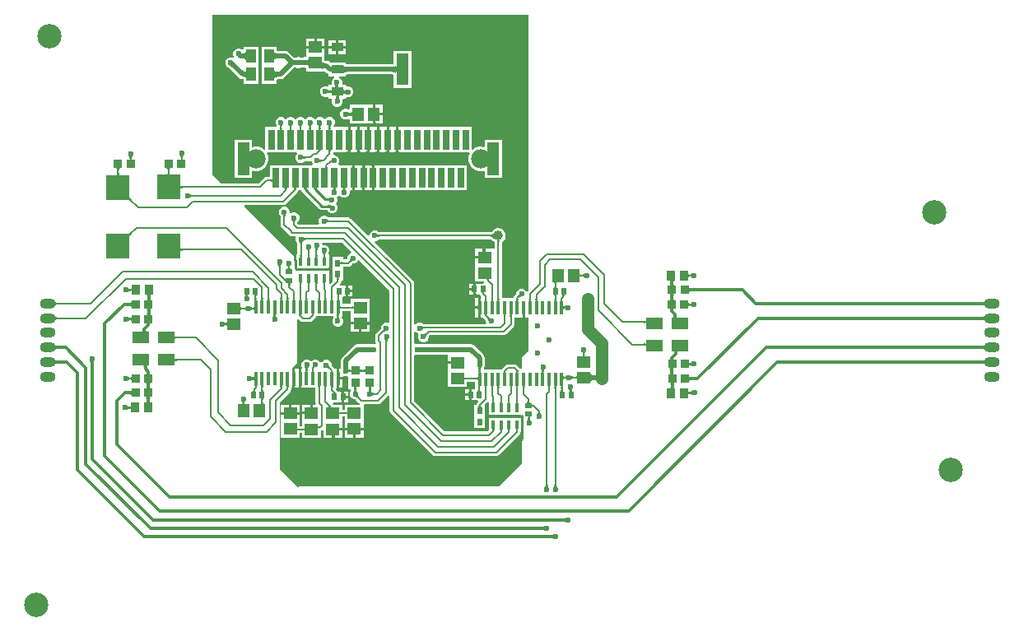
<source format=gtl>
G04*
G04 #@! TF.GenerationSoftware,Altium Limited,Altium Designer,21.8.1 (53)*
G04*
G04 Layer_Physical_Order=1*
G04 Layer_Color=255*
%FSLAX25Y25*%
%MOIN*%
G70*
G04*
G04 #@! TF.SameCoordinates,C51AC878-C841-4A90-9CA5-41AFAFBE50B8*
G04*
G04*
G04 #@! TF.FilePolarity,Positive*
G04*
G01*
G75*
%ADD17C,0.00800*%
%ADD20R,0.09646X0.10039*%
%ADD21R,0.05512X0.05118*%
%ADD22R,0.02362X0.02520*%
%ADD23R,0.01400X0.05800*%
%ADD24R,0.03740X0.03347*%
%ADD25R,0.03543X0.03937*%
%ADD26R,0.05118X0.05512*%
%ADD27R,0.05118X0.12795*%
%ADD28R,0.05118X0.03740*%
%ADD29R,0.04000X0.05500*%
%ADD30R,0.03347X0.03740*%
%ADD31R,0.07087X0.04842*%
%ADD32R,0.02520X0.02362*%
%ADD33R,0.01772X0.03543*%
%ADD34R,0.02362X0.02953*%
%ADD35R,0.05512X0.04724*%
%ADD36R,0.05100X0.13400*%
%ADD37R,0.02800X0.08200*%
%ADD60C,0.02000*%
%ADD61C,0.01200*%
%ADD62C,0.01000*%
%ADD63C,0.05000*%
%ADD64O,0.06299X0.04331*%
%ADD65C,0.03937*%
%ADD66C,0.09843*%
%ADD67C,0.07800*%
%ADD68C,0.02362*%
G36*
X382137Y343861D02*
X382052Y343780D01*
X381977Y343696D01*
X381911Y343609D01*
X381854Y343519D01*
X381805Y343425D01*
X381765Y343327D01*
X381734Y343227D01*
X381712Y343122D01*
X381699Y343015D01*
X381695Y342904D01*
X380894Y342945D01*
X380890Y343054D01*
X380878Y343162D01*
X380858Y343267D01*
X380829Y343369D01*
X380792Y343470D01*
X380747Y343568D01*
X380694Y343665D01*
X380632Y343759D01*
X380563Y343850D01*
X380485Y343940D01*
X382137Y343861D01*
D02*
G37*
G36*
X374236D02*
X374152Y343780D01*
X374077Y343696D01*
X374011Y343609D01*
X373954Y343519D01*
X373905Y343425D01*
X373865Y343327D01*
X373834Y343227D01*
X373812Y343122D01*
X373799Y343015D01*
X373795Y342904D01*
X372994Y342945D01*
X372990Y343054D01*
X372978Y343162D01*
X372958Y343267D01*
X372929Y343369D01*
X372892Y343470D01*
X372847Y343568D01*
X372794Y343665D01*
X372732Y343759D01*
X372663Y343850D01*
X372585Y343940D01*
X374236Y343861D01*
D02*
G37*
G36*
X370337D02*
X370252Y343780D01*
X370177Y343696D01*
X370111Y343609D01*
X370054Y343519D01*
X370005Y343425D01*
X369965Y343327D01*
X369934Y343227D01*
X369912Y343122D01*
X369899Y343015D01*
X369895Y342904D01*
X369094Y342945D01*
X369090Y343054D01*
X369078Y343162D01*
X369058Y343267D01*
X369029Y343369D01*
X368992Y343470D01*
X368947Y343568D01*
X368894Y343665D01*
X368832Y343759D01*
X368763Y343850D01*
X368685Y343940D01*
X370337Y343861D01*
D02*
G37*
G36*
X362437D02*
X362352Y343780D01*
X362277Y343696D01*
X362211Y343609D01*
X362154Y343519D01*
X362105Y343425D01*
X362065Y343327D01*
X362034Y343227D01*
X362012Y343122D01*
X361999Y343015D01*
X361995Y342904D01*
X361194Y342945D01*
X361190Y343054D01*
X361178Y343162D01*
X361158Y343267D01*
X361129Y343369D01*
X361092Y343470D01*
X361047Y343568D01*
X360994Y343665D01*
X360932Y343759D01*
X360863Y343850D01*
X360785Y343940D01*
X362437Y343861D01*
D02*
G37*
G36*
X378136Y343861D02*
X378052Y343780D01*
X377977Y343696D01*
X377911Y343609D01*
X377854Y343519D01*
X377805Y343425D01*
X377765Y343327D01*
X377734Y343227D01*
X377712Y343122D01*
X377699Y343015D01*
X377695Y342904D01*
X376894Y342945D01*
X376890Y343054D01*
X376878Y343162D01*
X376858Y343267D01*
X376829Y343369D01*
X376792Y343470D01*
X376747Y343568D01*
X376694Y343665D01*
X376632Y343759D01*
X376563Y343850D01*
X376485Y343940D01*
X378136Y343861D01*
D02*
G37*
G36*
X366336D02*
X366252Y343780D01*
X366177Y343696D01*
X366111Y343609D01*
X366054Y343519D01*
X366005Y343425D01*
X365965Y343327D01*
X365934Y343227D01*
X365912Y343122D01*
X365899Y343015D01*
X365895Y342904D01*
X365094Y342945D01*
X365090Y343054D01*
X365078Y343162D01*
X365058Y343267D01*
X365029Y343369D01*
X364992Y343470D01*
X364947Y343568D01*
X364894Y343665D01*
X364832Y343759D01*
X364763Y343850D01*
X364685Y343940D01*
X366336Y343861D01*
D02*
G37*
G36*
X381698Y342433D02*
X381711Y342295D01*
X381731Y342173D01*
X381758Y342068D01*
X381795Y341978D01*
X381838Y341905D01*
X381891Y341848D01*
X381950Y341808D01*
X382018Y341783D01*
X382095Y341775D01*
X380494D01*
X380571Y341783D01*
X380639Y341808D01*
X380698Y341848D01*
X380750Y341905D01*
X380795Y341978D01*
X380831Y342068D01*
X380858Y342173D01*
X380878Y342295D01*
X380890Y342433D01*
X380894Y342587D01*
X381695D01*
X381698Y342433D01*
D02*
G37*
G36*
X373798D02*
X373811Y342295D01*
X373831Y342173D01*
X373858Y342068D01*
X373895Y341978D01*
X373938Y341905D01*
X373991Y341848D01*
X374050Y341808D01*
X374118Y341783D01*
X374195Y341775D01*
X372594D01*
X372671Y341783D01*
X372739Y341808D01*
X372798Y341848D01*
X372850Y341905D01*
X372895Y341978D01*
X372931Y342068D01*
X372958Y342173D01*
X372978Y342295D01*
X372990Y342433D01*
X372994Y342587D01*
X373795D01*
X373798Y342433D01*
D02*
G37*
G36*
X369899D02*
X369911Y342295D01*
X369931Y342173D01*
X369958Y342068D01*
X369994Y341978D01*
X370039Y341905D01*
X370091Y341848D01*
X370150Y341808D01*
X370218Y341783D01*
X370294Y341775D01*
X368694D01*
X368771Y341783D01*
X368839Y341808D01*
X368899Y341848D01*
X368951Y341905D01*
X368994Y341978D01*
X369030Y342068D01*
X369058Y342173D01*
X369078Y342295D01*
X369091Y342433D01*
X369094Y342587D01*
X369895D01*
X369899Y342433D01*
D02*
G37*
G36*
X361999D02*
X362011Y342295D01*
X362031Y342173D01*
X362058Y342068D01*
X362094Y341978D01*
X362139Y341905D01*
X362191Y341848D01*
X362250Y341808D01*
X362318Y341783D01*
X362394Y341775D01*
X360794D01*
X360871Y341783D01*
X360939Y341808D01*
X360999Y341848D01*
X361051Y341905D01*
X361094Y341978D01*
X361130Y342068D01*
X361158Y342173D01*
X361178Y342295D01*
X361191Y342433D01*
X361194Y342587D01*
X361995D01*
X361999Y342433D01*
D02*
G37*
G36*
X377698Y342433D02*
X377711Y342295D01*
X377730Y342173D01*
X377759Y342068D01*
X377795Y341978D01*
X377838Y341905D01*
X377890Y341848D01*
X377951Y341808D01*
X378018Y341783D01*
X378095Y341775D01*
X376495D01*
X376571Y341783D01*
X376639Y341808D01*
X376698Y341848D01*
X376750Y341905D01*
X376795Y341978D01*
X376831Y342068D01*
X376858Y342173D01*
X376878Y342295D01*
X376890Y342433D01*
X376894Y342587D01*
X377695D01*
X377698Y342433D01*
D02*
G37*
G36*
X365898D02*
X365911Y342295D01*
X365931Y342173D01*
X365958Y342068D01*
X365995Y341978D01*
X366038Y341905D01*
X366090Y341848D01*
X366150Y341808D01*
X366218Y341783D01*
X366295Y341775D01*
X364694D01*
X364771Y341783D01*
X364839Y341808D01*
X364898Y341848D01*
X364950Y341905D01*
X364995Y341978D01*
X365031Y342068D01*
X365058Y342173D01*
X365078Y342295D01*
X365090Y342433D01*
X365094Y342587D01*
X365895D01*
X365898Y342433D01*
D02*
G37*
G36*
X377704Y333619D02*
X377702Y333606D01*
X377700Y333585D01*
X377696Y333415D01*
X377695Y333199D01*
X376894D01*
X376883Y333623D01*
X377707D01*
X377704Y333619D01*
D02*
G37*
G36*
X382018Y333615D02*
X381950Y333591D01*
X381891Y333550D01*
X381838Y333493D01*
X381795Y333420D01*
X381758Y333331D01*
X381731Y333225D01*
X381711Y333103D01*
X381698Y332965D01*
X381695Y332811D01*
X380894D01*
X380890Y332965D01*
X380878Y333103D01*
X380858Y333225D01*
X380831Y333331D01*
X380795Y333420D01*
X380750Y333493D01*
X380698Y333550D01*
X380639Y333591D01*
X380571Y333615D01*
X380494Y333623D01*
X382095D01*
X382018Y333615D01*
D02*
G37*
G36*
X322202Y331355D02*
X322130Y331267D01*
X322066Y331176D01*
X322010Y331083D01*
X321963Y330987D01*
X321925Y330888D01*
X321895Y330786D01*
X321874Y330681D01*
X321861Y330574D01*
X321859Y330523D01*
X321861Y330457D01*
X321873Y330318D01*
X321893Y330197D01*
X321921Y330091D01*
X321957Y330002D01*
X322001Y329929D01*
X322053Y329872D01*
X322113Y329831D01*
X322181Y329807D01*
X322257Y329799D01*
X320657D01*
X320733Y329807D01*
X320801Y329831D01*
X320861Y329872D01*
X320913Y329929D01*
X320957Y330002D01*
X320993Y330091D01*
X321021Y330197D01*
X321041Y330318D01*
X321053Y330457D01*
X321054Y330523D01*
X321052Y330574D01*
X321040Y330681D01*
X321018Y330786D01*
X320988Y330888D01*
X320950Y330987D01*
X320903Y331083D01*
X320848Y331176D01*
X320784Y331267D01*
X320711Y331355D01*
X320630Y331440D01*
X322284D01*
X322202Y331355D01*
D02*
G37*
G36*
X301533Y330961D02*
X301461Y330873D01*
X301396Y330783D01*
X301341Y330689D01*
X301294Y330593D01*
X301256Y330494D01*
X301226Y330392D01*
X301207Y330298D01*
X301223Y330197D01*
X301251Y330091D01*
X301287Y330002D01*
X301331Y329929D01*
X301383Y329872D01*
X301443Y329831D01*
X301511Y329807D01*
X301587Y329799D01*
X299987D01*
X300063Y329807D01*
X300131Y329831D01*
X300191Y329872D01*
X300243Y329929D01*
X300287Y330002D01*
X300323Y330091D01*
X300351Y330197D01*
X300368Y330298D01*
X300349Y330392D01*
X300319Y330494D01*
X300281Y330593D01*
X300234Y330689D01*
X300178Y330783D01*
X300114Y330873D01*
X300042Y330961D01*
X299961Y331046D01*
X301614D01*
X301533Y330961D01*
D02*
G37*
G36*
X370514Y331212D02*
X370602Y331139D01*
X370692Y331076D01*
X370786Y331020D01*
X370882Y330973D01*
X370981Y330935D01*
X371083Y330905D01*
X371188Y330883D01*
X371295Y330871D01*
X371405Y330866D01*
Y330066D01*
X371295Y330062D01*
X371188Y330049D01*
X371083Y330028D01*
X370981Y329998D01*
X370882Y329960D01*
X370786Y329913D01*
X370692Y329857D01*
X370602Y329793D01*
X370514Y329721D01*
X370429Y329640D01*
Y331293D01*
X370514Y331212D01*
D02*
G37*
G36*
X377136Y329959D02*
X377224Y329887D01*
X377315Y329822D01*
X377409Y329767D01*
X377505Y329720D01*
X377604Y329682D01*
X377706Y329652D01*
X377810Y329630D01*
X377918Y329618D01*
X378028Y329613D01*
Y328813D01*
X377918Y328809D01*
X377810Y328796D01*
X377706Y328775D01*
X377604Y328745D01*
X377505Y328707D01*
X377409Y328660D01*
X377315Y328604D01*
X377224Y328540D01*
X377136Y328468D01*
X377051Y328387D01*
Y330040D01*
X377136Y329959D01*
D02*
G37*
G36*
X380338Y326987D02*
X380348Y326859D01*
X380365Y326745D01*
X380389Y326647D01*
X380420Y326564D01*
X380458Y326496D01*
X380503Y326443D01*
X380554Y326405D01*
X380612Y326383D01*
X380678Y326375D01*
X379191D01*
X379256Y326383D01*
X379315Y326405D01*
X379366Y326443D01*
X379411Y326496D01*
X379449Y326564D01*
X379479Y326647D01*
X379503Y326745D01*
X379521Y326859D01*
X379531Y326987D01*
X379534Y327131D01*
X380334D01*
X380338Y326987D01*
D02*
G37*
G36*
X316866Y326099D02*
X316798Y326074D01*
X316738Y326034D01*
X316686Y325977D01*
X316642Y325904D01*
X316606Y325814D01*
X316578Y325709D01*
X316558Y325587D01*
X316546Y325449D01*
X316542Y325295D01*
X315742D01*
X315738Y325449D01*
X315726Y325587D01*
X315706Y325709D01*
X315678Y325814D01*
X315642Y325904D01*
X315598Y325977D01*
X315546Y326034D01*
X315486Y326074D01*
X315418Y326099D01*
X315342Y326107D01*
X316942D01*
X316866Y326099D01*
D02*
G37*
G36*
X296393D02*
X296325Y326074D01*
X296265Y326034D01*
X296213Y325977D01*
X296169Y325904D01*
X296133Y325814D01*
X296105Y325709D01*
X296085Y325587D01*
X296073Y325449D01*
X296069Y325295D01*
X295269D01*
X295265Y325449D01*
X295253Y325587D01*
X295233Y325709D01*
X295205Y325814D01*
X295169Y325904D01*
X295125Y325977D01*
X295073Y326034D01*
X295013Y326074D01*
X294945Y326099D01*
X294869Y326107D01*
X296469D01*
X296393Y326099D01*
D02*
G37*
G36*
X316546Y324160D02*
X316558Y324024D01*
X316578Y323904D01*
X316606Y323800D01*
X316642Y323712D01*
X316686Y323640D01*
X316738Y323584D01*
X316798Y323544D01*
X316866Y323520D01*
X316942Y323512D01*
X315342D01*
X315418Y323520D01*
X315486Y323544D01*
X315546Y323584D01*
X315598Y323640D01*
X315642Y323712D01*
X315678Y323800D01*
X315706Y323904D01*
X315726Y324024D01*
X315738Y324160D01*
X315742Y324312D01*
X316542D01*
X316546Y324160D01*
D02*
G37*
G36*
X296073Y323963D02*
X296085Y323827D01*
X296105Y323707D01*
X296133Y323603D01*
X296169Y323515D01*
X296213Y323443D01*
X296265Y323387D01*
X296325Y323347D01*
X296393Y323323D01*
X296469Y323315D01*
X294869D01*
X294945Y323323D01*
X295013Y323347D01*
X295073Y323387D01*
X295125Y323443D01*
X295169Y323515D01*
X295205Y323603D01*
X295233Y323707D01*
X295253Y323827D01*
X295265Y323963D01*
X295269Y324115D01*
X296069D01*
X296073Y323963D01*
D02*
G37*
G36*
X358206Y320368D02*
X358198Y320444D01*
X358174Y320512D01*
X358134Y320572D01*
X358078Y320624D01*
X358006Y320668D01*
X357918Y320704D01*
X357814Y320732D01*
X357694Y320752D01*
X357558Y320764D01*
X357406Y320768D01*
Y321568D01*
X357558Y321572D01*
X357694Y321584D01*
X357814Y321604D01*
X357918Y321632D01*
X358006Y321668D01*
X358078Y321712D01*
X358134Y321764D01*
X358174Y321824D01*
X358198Y321892D01*
X358206Y321968D01*
Y320368D01*
D02*
G37*
G36*
X320949Y319228D02*
X320973Y319160D01*
X321014Y319100D01*
X321071Y319048D01*
X321144Y319004D01*
X321233Y318968D01*
X321338Y318940D01*
X321460Y318920D01*
X321598Y318908D01*
X321753Y318904D01*
Y318104D01*
X321598Y318100D01*
X321460Y318088D01*
X321338Y318068D01*
X321233Y318040D01*
X321144Y318004D01*
X321071Y317960D01*
X321014Y317908D01*
X320973Y317848D01*
X320949Y317780D01*
X320941Y317704D01*
Y319304D01*
X320949Y319228D01*
D02*
G37*
G36*
X371999Y318217D02*
X371977Y318198D01*
X371958Y318165D01*
X371941Y318121D01*
X371927Y318063D01*
X371915Y317992D01*
X371906Y317909D01*
X371896Y317704D01*
X371894Y317582D01*
X370894D01*
X370893Y317704D01*
X370874Y317992D01*
X370862Y318063D01*
X370848Y318121D01*
X370831Y318165D01*
X370812Y318198D01*
X370790Y318217D01*
X370765Y318223D01*
X372024D01*
X371999Y318217D01*
D02*
G37*
G36*
X376050Y318216D02*
X376017Y318195D01*
X375989Y318160D01*
X375964Y318110D01*
X375942Y318047D01*
X375925Y317970D01*
X375912Y317878D01*
X375902Y317773D01*
X375894Y317519D01*
X374894D01*
X374892Y317653D01*
X374877Y317878D01*
X374864Y317970D01*
X374846Y318047D01*
X374825Y318110D01*
X374800Y318160D01*
X374771Y318195D01*
X374739Y318216D01*
X374702Y318223D01*
X376087D01*
X376050Y318216D01*
D02*
G37*
G36*
X368044Y318215D02*
X367976Y318191D01*
X367917Y318150D01*
X367865Y318094D01*
X367822Y318021D01*
X367786Y317932D01*
X367758Y317827D01*
X367739Y317706D01*
X367727Y317569D01*
X367723Y317415D01*
X366923D01*
X366919Y317569D01*
X366907Y317706D01*
X366887Y317827D01*
X366860Y317932D01*
X366824Y318021D01*
X366780Y318094D01*
X366729Y318150D01*
X366669Y318191D01*
X366602Y318215D01*
X366527Y318223D01*
X368119D01*
X368044Y318215D01*
D02*
G37*
G36*
X364318Y318215D02*
X364250Y318191D01*
X364191Y318150D01*
X364139Y318093D01*
X364094Y318020D01*
X364058Y317931D01*
X364031Y317825D01*
X364011Y317704D01*
X363999Y317565D01*
X363995Y317411D01*
X363194D01*
X363191Y317565D01*
X363178Y317704D01*
X363158Y317825D01*
X363130Y317931D01*
X363094Y318020D01*
X363051Y318093D01*
X362999Y318150D01*
X362938Y318191D01*
X362871Y318215D01*
X362794Y318223D01*
X364394D01*
X364318Y318215D01*
D02*
G37*
G36*
X384018Y318215D02*
X383950Y318191D01*
X383891Y318150D01*
X383839Y318093D01*
X383794Y318020D01*
X383758Y317931D01*
X383742Y317868D01*
X383763Y317797D01*
X383801Y317698D01*
X383848Y317602D01*
X383904Y317509D01*
X383968Y317418D01*
X384040Y317330D01*
X384121Y317245D01*
X382468D01*
X382549Y317330D01*
X382621Y317418D01*
X382685Y317509D01*
X382741Y317602D01*
X382788Y317698D01*
X382826Y317797D01*
X382847Y317868D01*
X382831Y317931D01*
X382794Y318020D01*
X382751Y318093D01*
X382698Y318150D01*
X382639Y318191D01*
X382571Y318215D01*
X382494Y318223D01*
X384095D01*
X384018Y318215D01*
D02*
G37*
G36*
X387918Y318215D02*
X387850Y318191D01*
X387790Y318150D01*
X387738Y318093D01*
X387695Y318020D01*
X387659Y317931D01*
X387642Y317868D01*
X387663Y317797D01*
X387701Y317698D01*
X387748Y317602D01*
X387804Y317509D01*
X387868Y317418D01*
X387940Y317330D01*
X388021Y317245D01*
X386368D01*
X386449Y317330D01*
X386521Y317418D01*
X386585Y317509D01*
X386641Y317602D01*
X386688Y317698D01*
X386726Y317797D01*
X386747Y317868D01*
X386731Y317931D01*
X386695Y318020D01*
X386650Y318093D01*
X386598Y318150D01*
X386539Y318191D01*
X386471Y318215D01*
X386395Y318223D01*
X387995D01*
X387918Y318215D01*
D02*
G37*
G36*
X461811Y276722D02*
X461423Y276334D01*
X460880Y276421D01*
X460875Y276432D01*
X460261Y277046D01*
X459460Y277378D01*
X458592D01*
X457791Y277046D01*
X457177Y276432D01*
X456845Y275631D01*
Y275295D01*
X456826Y275209D01*
X456824Y275128D01*
X456820Y275089D01*
X456814Y275058D01*
X456808Y275032D01*
X456801Y275011D01*
X456792Y274992D01*
X456783Y274974D01*
X456779Y274968D01*
X456323Y274513D01*
X456013Y274049D01*
X455908Y273518D01*
X451047D01*
Y296050D01*
X451047Y296050D01*
X451034Y296115D01*
Y296170D01*
X451035Y296178D01*
X451039Y296197D01*
X451051Y296205D01*
X451114Y296261D01*
X451429Y296444D01*
X451982Y296996D01*
X452373Y297673D01*
X452575Y298428D01*
Y299210D01*
X452373Y299965D01*
X451982Y300642D01*
X451429Y301194D01*
X450752Y301585D01*
X449997Y301787D01*
X449216D01*
X448460Y301585D01*
X447784Y301194D01*
X447574Y300985D01*
X447503Y300940D01*
X447155Y300613D01*
X447025Y300509D01*
X446900Y300418D01*
X446789Y300349D01*
X446694Y300299D01*
X446617Y300267D01*
X446559Y300249D01*
X446543Y300246D01*
X401357D01*
X401350Y300248D01*
X401331Y300253D01*
X401312Y300261D01*
X401291Y300271D01*
X401268Y300284D01*
X401242Y300303D01*
X401212Y300328D01*
X401153Y300384D01*
X401079Y300431D01*
X400842Y300668D01*
X400040Y301000D01*
X399172D01*
X398371Y300668D01*
X397757Y300054D01*
X397425Y299253D01*
Y299012D01*
X396925Y298805D01*
X389997Y305734D01*
X389534Y306043D01*
X388987Y306152D01*
X388987Y306152D01*
X380884D01*
X380877Y306153D01*
X380858Y306159D01*
X380839Y306166D01*
X380819Y306176D01*
X380796Y306190D01*
X380770Y306208D01*
X380740Y306233D01*
X380681Y306289D01*
X380607Y306336D01*
X380369Y306574D01*
X379568Y306906D01*
X378700D01*
X377898Y306574D01*
X377285Y305960D01*
X376953Y305158D01*
Y304291D01*
X377116Y303896D01*
X376782Y303396D01*
X368702D01*
X368326Y303771D01*
Y304290D01*
X368328Y304297D01*
X368334Y304316D01*
X368341Y304335D01*
X368351Y304356D01*
X368364Y304378D01*
X368383Y304405D01*
X368408Y304435D01*
X368464Y304494D01*
X368511Y304568D01*
X368748Y304805D01*
X369080Y305607D01*
Y306474D01*
X368748Y307276D01*
X368135Y307890D01*
X367333Y308222D01*
X366465D01*
X365664Y307890D01*
X365173Y308106D01*
Y308702D01*
X364841Y309503D01*
X364228Y310117D01*
X363426Y310449D01*
X362558D01*
X361757Y310117D01*
X361143Y309503D01*
X360811Y308702D01*
Y307834D01*
X361143Y307032D01*
X361380Y306795D01*
X361427Y306721D01*
X361483Y306662D01*
X361508Y306632D01*
X361527Y306606D01*
X361540Y306583D01*
X361550Y306562D01*
X361558Y306543D01*
X361563Y306524D01*
X361565Y306517D01*
Y303150D01*
X361565Y303150D01*
X361673Y302603D01*
X361983Y302140D01*
X364345Y299778D01*
X364345Y299778D01*
X365132Y298991D01*
X365132Y298991D01*
X365596Y298681D01*
X366142Y298573D01*
X366142Y298573D01*
X367407D01*
X367685Y298157D01*
X367557Y297847D01*
Y296979D01*
X367888Y296178D01*
X368099Y295967D01*
X368140Y295901D01*
X368195Y295839D01*
X368222Y295806D01*
X368242Y295777D01*
X368256Y295751D01*
X368267Y295728D01*
X368276Y295706D01*
X368282Y295684D01*
X368284Y295675D01*
Y291158D01*
X367799D01*
Y290388D01*
X367299Y290181D01*
X346771Y310709D01*
X346963Y311171D01*
X362506D01*
X362506Y311171D01*
X363052Y311280D01*
X363515Y311589D01*
X368332Y316406D01*
X368332Y316406D01*
X368642Y316869D01*
X368994Y317199D01*
X369941D01*
X369982Y316997D01*
X370313Y316500D01*
X377265Y309548D01*
X377761Y309217D01*
X378346Y309101D01*
X380417D01*
X380522Y308847D01*
X381136Y308234D01*
X381937Y307902D01*
X382805D01*
X383607Y308234D01*
X384220Y308847D01*
X384552Y309649D01*
Y310517D01*
X384220Y311318D01*
X383760Y311778D01*
X384133Y312150D01*
X384465Y312952D01*
Y313820D01*
X384215Y314422D01*
X384530Y314552D01*
X384918Y314940D01*
X385244Y315113D01*
X385571Y314940D01*
X385959Y314552D01*
X386761Y314220D01*
X387628D01*
X388430Y314552D01*
X389043Y315166D01*
X389376Y315968D01*
Y316835D01*
X389766Y317199D01*
X390595D01*
Y322299D01*
Y326375D01*
X390145D01*
X390221Y326383D01*
X390289Y326408D01*
X390349Y326448D01*
X390401Y326505D01*
X390445Y326578D01*
X390481Y326667D01*
X390509Y326773D01*
X390515Y326809D01*
X390507Y326849D01*
X390477Y326951D01*
X390438Y327050D01*
X390391Y327146D01*
X390336Y327239D01*
X390272Y327330D01*
X390215Y327399D01*
X388695D01*
Y327399D01*
X385695D01*
Y327399D01*
X385132D01*
X384940Y327861D01*
X385018Y327939D01*
X385350Y328740D01*
Y329608D01*
X385018Y330410D01*
X384404Y331023D01*
X383603Y331355D01*
X383146D01*
X382723Y331785D01*
X382722Y331817D01*
Y332599D01*
X388695D01*
Y332645D01*
X388368D01*
X388449Y332730D01*
X388521Y332818D01*
X388585Y332909D01*
X388641Y333002D01*
X388688Y333098D01*
X388695Y333116D01*
Y333420D01*
X388695Y333420D01*
X388650Y333493D01*
X388598Y333550D01*
X388539Y333591D01*
X388471Y333615D01*
X388394Y333623D01*
X388695D01*
Y337699D01*
Y342799D01*
X383203D01*
X383170Y342829D01*
X383085Y342947D01*
X382992Y343299D01*
X383200Y343507D01*
X383532Y344309D01*
Y345177D01*
X383200Y345978D01*
X382587Y346592D01*
X381785Y346924D01*
X380917D01*
X380116Y346592D01*
X379671Y346147D01*
X379351Y346032D01*
X379031Y346147D01*
X378587Y346592D01*
X377785Y346924D01*
X376917D01*
X376116Y346592D01*
X375728Y346204D01*
X375401Y346031D01*
X375074Y346204D01*
X374687Y346592D01*
X373885Y346924D01*
X373017D01*
X372216Y346592D01*
X371828Y346204D01*
X371501Y346031D01*
X371174Y346204D01*
X370787Y346592D01*
X369985Y346924D01*
X369117D01*
X368316Y346592D01*
X367871Y346147D01*
X367551Y346032D01*
X367231Y346147D01*
X366787Y346592D01*
X365985Y346924D01*
X365117D01*
X364316Y346592D01*
X363928Y346204D01*
X363601Y346031D01*
X363274Y346204D01*
X362887Y346592D01*
X362085Y346924D01*
X361217D01*
X360416Y346592D01*
X359802Y345978D01*
X359470Y345177D01*
Y344309D01*
X359802Y343507D01*
X359985Y343324D01*
X359999Y343299D01*
X359920Y342994D01*
X359897Y342926D01*
X359888Y342912D01*
X359858Y342874D01*
X359835Y342851D01*
X359820Y342839D01*
X359815Y342834D01*
X359770Y342806D01*
X359759Y342799D01*
X355294D01*
Y333882D01*
X354833Y333691D01*
X354603Y333920D01*
X353486Y334565D01*
X352240Y334899D01*
X350949D01*
X350341Y334736D01*
X349944Y335041D01*
Y337699D01*
X342845D01*
Y322299D01*
X349944D01*
Y324958D01*
X350341Y325262D01*
X350949Y325099D01*
X352240D01*
X353486Y325433D01*
X354603Y326078D01*
X355515Y326991D01*
X356160Y328108D01*
X356494Y329354D01*
Y330644D01*
X356160Y331891D01*
X356001Y332166D01*
X356251Y332599D01*
X363094D01*
Y332599D01*
X367895D01*
X368099Y332184D01*
X368134Y332099D01*
X367736Y331702D01*
X367404Y330900D01*
Y330032D01*
X367736Y329231D01*
X368350Y328617D01*
X369151Y328285D01*
X370019D01*
X370821Y328617D01*
X371058Y328854D01*
X371132Y328902D01*
X371191Y328958D01*
X371221Y328982D01*
X371248Y329001D01*
X371270Y329015D01*
X371291Y329025D01*
X371309Y329032D01*
X371329Y329037D01*
X371336Y329039D01*
X373434D01*
X373434Y329039D01*
X373527Y329058D01*
X374027Y328780D01*
X374359Y327978D01*
X374476Y327861D01*
X374284Y327399D01*
X369895D01*
Y327399D01*
X365094D01*
Y327399D01*
X357194D01*
Y322595D01*
X355814D01*
X355267Y322487D01*
X354804Y322177D01*
X354804Y322177D01*
X352558Y319931D01*
X337549D01*
X333858Y323622D01*
Y388366D01*
X461811Y388366D01*
Y276722D01*
D02*
G37*
G36*
X324944Y315706D02*
X325032Y315634D01*
X325123Y315570D01*
X325216Y315514D01*
X325312Y315467D01*
X325412Y315429D01*
X325513Y315399D01*
X325618Y315378D01*
X325726Y315365D01*
X325836Y315361D01*
Y314561D01*
X325726Y314556D01*
X325618Y314544D01*
X325513Y314522D01*
X325412Y314492D01*
X325312Y314454D01*
X325216Y314407D01*
X325123Y314352D01*
X325032Y314287D01*
X324944Y314215D01*
X324859Y314134D01*
Y315787D01*
X324944Y315706D01*
D02*
G37*
G36*
X300436Y314555D02*
X300430Y314467D01*
X300450Y314364D01*
X300496Y314245D01*
X300569Y314111D01*
X300668Y313962D01*
X300794Y313798D01*
X301124Y313423D01*
X301329Y313213D01*
X300677Y312734D01*
X300503Y312902D01*
X300196Y313165D01*
X300062Y313260D01*
X299942Y313330D01*
X299836Y313375D01*
X299743Y313396D01*
X299664Y313392D01*
X299598Y313364D01*
X299546Y313311D01*
X300468Y314628D01*
X300436Y314555D01*
D02*
G37*
G36*
X381404Y312598D02*
X381340Y312663D01*
X381269Y312720D01*
X381192Y312772D01*
X381110Y312816D01*
X381020Y312854D01*
X380925Y312884D01*
X380824Y312908D01*
X380716Y312925D01*
X380602Y312935D01*
X380482Y312939D01*
X380531Y313939D01*
X380651Y313942D01*
X380765Y313951D01*
X380874Y313967D01*
X380977Y313988D01*
X381075Y314016D01*
X381166Y314051D01*
X381253Y314091D01*
X381333Y314138D01*
X381408Y314191D01*
X381478Y314249D01*
X381404Y312598D01*
D02*
G37*
G36*
X381241Y309741D02*
X381212Y309815D01*
X381173Y309881D01*
X381123Y309939D01*
X381063Y309990D01*
X380992Y310033D01*
X380911Y310068D01*
X380820Y310095D01*
X380718Y310114D01*
X380605Y310126D01*
X380482Y310130D01*
X380616Y311130D01*
X381974Y311195D01*
X381241Y309741D01*
D02*
G37*
G36*
X363738Y307339D02*
X363665Y307251D01*
X363601Y307161D01*
X363546Y307067D01*
X363499Y306971D01*
X363460Y306872D01*
X363431Y306770D01*
X363409Y306665D01*
X363396Y306558D01*
X363392Y306448D01*
X362592D01*
X362588Y306558D01*
X362575Y306665D01*
X362554Y306770D01*
X362524Y306872D01*
X362485Y306971D01*
X362439Y307067D01*
X362383Y307161D01*
X362319Y307251D01*
X362246Y307339D01*
X362165Y307424D01*
X363819D01*
X363738Y307339D01*
D02*
G37*
G36*
X367645Y305112D02*
X367572Y305024D01*
X367508Y304934D01*
X367453Y304840D01*
X367406Y304744D01*
X367367Y304645D01*
X367337Y304543D01*
X367316Y304438D01*
X367303Y304331D01*
X367299Y304221D01*
X366499D01*
X366495Y304331D01*
X366482Y304438D01*
X366461Y304543D01*
X366431Y304645D01*
X366392Y304744D01*
X366346Y304840D01*
X366290Y304934D01*
X366226Y305024D01*
X366153Y305112D01*
X366072Y305197D01*
X367726D01*
X367645Y305112D01*
D02*
G37*
G36*
X380062Y305470D02*
X380150Y305398D01*
X380241Y305333D01*
X380334Y305278D01*
X380431Y305231D01*
X380530Y305193D01*
X380631Y305163D01*
X380736Y305141D01*
X380844Y305129D01*
X380954Y305124D01*
Y304324D01*
X380844Y304320D01*
X380736Y304307D01*
X380631Y304286D01*
X380530Y304256D01*
X380431Y304218D01*
X380334Y304171D01*
X380241Y304115D01*
X380150Y304051D01*
X380062Y303979D01*
X379977Y303898D01*
Y305551D01*
X380062Y305470D01*
D02*
G37*
G36*
X301329Y299582D02*
X301124Y299372D01*
X300668Y298833D01*
X300569Y298684D01*
X300496Y298550D01*
X300450Y298432D01*
X300430Y298328D01*
X300436Y298240D01*
X300468Y298168D01*
X299546Y299484D01*
X299598Y299431D01*
X299664Y299403D01*
X299743Y299399D01*
X299836Y299420D01*
X299942Y299465D01*
X300062Y299536D01*
X300196Y299630D01*
X300343Y299749D01*
X300677Y300062D01*
X301329Y299582D01*
D02*
G37*
G36*
X400535Y299565D02*
X400623Y299492D01*
X400713Y299428D01*
X400807Y299373D01*
X400903Y299326D01*
X401002Y299287D01*
X401104Y299257D01*
X401209Y299236D01*
X401316Y299223D01*
X401426Y299219D01*
Y298419D01*
X401316Y298415D01*
X401209Y298402D01*
X401104Y298380D01*
X401002Y298351D01*
X400903Y298312D01*
X400807Y298265D01*
X400713Y298210D01*
X400623Y298146D01*
X400535Y298073D01*
X400450Y297992D01*
Y299646D01*
X400535Y299565D01*
D02*
G37*
G36*
X448201Y297441D02*
X448011Y297627D01*
X447645Y297940D01*
X447468Y298067D01*
X447296Y298174D01*
X447127Y298262D01*
X446964Y298331D01*
X446804Y298380D01*
X446649Y298409D01*
X446498Y298419D01*
Y299219D01*
X446649Y299229D01*
X446804Y299258D01*
X446964Y299307D01*
X447127Y299375D01*
X447296Y299463D01*
X447468Y299571D01*
X447645Y299698D01*
X447826Y299845D01*
X448201Y300197D01*
Y297441D01*
D02*
G37*
G36*
X370634Y298197D02*
X370726Y298127D01*
X370819Y298065D01*
X370915Y298011D01*
X371013Y297966D01*
X371114Y297929D01*
X371216Y297900D01*
X371321Y297880D01*
X371429Y297867D01*
X371538Y297863D01*
X371574Y297063D01*
X371463Y297059D01*
X371356Y297045D01*
X371252Y297023D01*
X371151Y296992D01*
X371053Y296953D01*
X370959Y296904D01*
X370868Y296847D01*
X370780Y296781D01*
X370696Y296706D01*
X370615Y296623D01*
X370545Y298275D01*
X370634Y298197D01*
D02*
G37*
G36*
X450426Y297019D02*
X450338Y296950D01*
X450260Y296872D01*
X450193Y296784D01*
X450136Y296687D01*
X450089Y296581D01*
X450053Y296466D01*
X450027Y296341D01*
X450011Y296207D01*
X450006Y296063D01*
X449206D01*
X449201Y296207D01*
X449186Y296341D01*
X449160Y296466D01*
X449123Y296581D01*
X449077Y296687D01*
X449020Y296784D01*
X448952Y296872D01*
X448874Y296950D01*
X448786Y297019D01*
X448688Y297078D01*
X450525D01*
X450426Y297019D01*
D02*
G37*
G36*
X370545Y296551D02*
X370463Y296469D01*
X370389Y296383D01*
X370324Y296293D01*
X370268Y296201D01*
X370220Y296106D01*
X370181Y296008D01*
X370150Y295907D01*
X370129Y295802D01*
X370116Y295695D01*
X370111Y295584D01*
X369311Y295603D01*
X369307Y295713D01*
X369295Y295820D01*
X369274Y295925D01*
X369244Y296027D01*
X369207Y296127D01*
X369160Y296224D01*
X369106Y296319D01*
X369043Y296411D01*
X368972Y296501D01*
X368892Y296588D01*
X370545Y296551D01*
D02*
G37*
G36*
X376853Y293922D02*
X376764Y293853D01*
X376684Y293778D01*
X376614Y293699D01*
X376553Y293615D01*
X376501Y293527D01*
X376459Y293433D01*
X376426Y293335D01*
X376403Y293233D01*
X376389Y293125D01*
X376384Y293013D01*
X375584Y293144D01*
X375581Y293252D01*
X375570Y293359D01*
X375551Y293464D01*
X375526Y293569D01*
X375493Y293672D01*
X375453Y293775D01*
X375405Y293876D01*
X375350Y293977D01*
X375288Y294076D01*
X375219Y294174D01*
X376853Y293922D01*
D02*
G37*
G36*
X373661Y293572D02*
X373580Y293487D01*
X373508Y293399D01*
X373444Y293308D01*
X373388Y293215D01*
X373341Y293119D01*
X373303Y293020D01*
X373273Y292918D01*
X373252Y292813D01*
X373239Y292706D01*
X373235Y292595D01*
X372435Y292595D01*
X372430Y292706D01*
X372418Y292813D01*
X372396Y292918D01*
X372366Y293020D01*
X372328Y293119D01*
X372281Y293215D01*
X372225Y293308D01*
X372162Y293399D01*
X372089Y293487D01*
X372008Y293572D01*
X373661Y293572D01*
D02*
G37*
G36*
X320949Y293834D02*
X320973Y293766D01*
X321014Y293706D01*
X321071Y293654D01*
X321144Y293610D01*
X321233Y293574D01*
X321338Y293546D01*
X321460Y293526D01*
X321598Y293514D01*
X321753Y293510D01*
Y292710D01*
X321598Y292706D01*
X321460Y292694D01*
X321338Y292674D01*
X321233Y292646D01*
X321144Y292610D01*
X321071Y292566D01*
X321014Y292514D01*
X320973Y292454D01*
X320949Y292386D01*
X320940Y292310D01*
Y293910D01*
X320949Y293834D01*
D02*
G37*
G36*
X390045Y292148D02*
X389948Y291657D01*
X389566Y291500D01*
X388953Y290886D01*
X388621Y290085D01*
Y289749D01*
X388601Y289663D01*
X388600Y289582D01*
X388596Y289543D01*
X388590Y289511D01*
X388584Y289486D01*
X388577Y289464D01*
X388568Y289446D01*
X388559Y289428D01*
X388555Y289422D01*
X388257Y289124D01*
X386827D01*
Y290173D01*
X382465D01*
Y285221D01*
Y280693D01*
X382465D01*
X382623Y280311D01*
X381520Y279208D01*
X381020Y279415D01*
Y284465D01*
X367799D01*
X367717Y284930D01*
Y285148D01*
X367799Y285614D01*
X381020D01*
Y291158D01*
X381020D01*
X380962Y291657D01*
X380983Y291678D01*
X381315Y292479D01*
Y293347D01*
X380983Y294149D01*
X380369Y294762D01*
X379568Y295094D01*
X378700D01*
X378284Y295463D01*
X378220Y295620D01*
X378497Y296036D01*
X386157D01*
X390045Y292148D01*
D02*
G37*
G36*
X379961Y292070D02*
X379879Y291985D01*
X379807Y291897D01*
X379743Y291806D01*
X379688Y291713D01*
X379641Y291617D01*
X379602Y291518D01*
X379572Y291416D01*
X379551Y291311D01*
X379538Y291204D01*
X379534Y291093D01*
X378734Y291093D01*
X378730Y291204D01*
X378717Y291311D01*
X378695Y291416D01*
X378666Y291518D01*
X378627Y291617D01*
X378580Y291713D01*
X378525Y291806D01*
X378461Y291897D01*
X378388Y291985D01*
X378307Y292070D01*
X379961Y292070D01*
D02*
G37*
G36*
X379538Y290791D02*
X379550Y290653D01*
X379570Y290531D01*
X379598Y290426D01*
X379634Y290336D01*
X379678Y290263D01*
X379730Y290207D01*
X379790Y290166D01*
X379858Y290142D01*
X379934Y290134D01*
X378334D01*
X378410Y290142D01*
X378478Y290166D01*
X378538Y290207D01*
X378590Y290263D01*
X378634Y290336D01*
X378670Y290426D01*
X378698Y290531D01*
X378718Y290653D01*
X378730Y290791D01*
X378734Y290946D01*
X379534D01*
X379538Y290791D01*
D02*
G37*
G36*
X376388D02*
X376400Y290653D01*
X376420Y290531D01*
X376448Y290426D01*
X376484Y290336D01*
X376528Y290263D01*
X376580Y290207D01*
X376640Y290166D01*
X376708Y290142D01*
X376784Y290134D01*
X375184D01*
X375260Y290142D01*
X375328Y290166D01*
X375388Y290207D01*
X375440Y290263D01*
X375484Y290336D01*
X375520Y290426D01*
X375548Y290531D01*
X375568Y290653D01*
X375580Y290791D01*
X375584Y290946D01*
X376384D01*
X376388Y290791D01*
D02*
G37*
G36*
X373239D02*
X373251Y290653D01*
X373271Y290531D01*
X373299Y290426D01*
X373335Y290336D01*
X373379Y290263D01*
X373431Y290207D01*
X373491Y290166D01*
X373559Y290142D01*
X373635Y290134D01*
X372035D01*
X372111Y290142D01*
X372179Y290166D01*
X372239Y290207D01*
X372291Y290263D01*
X372335Y290336D01*
X372371Y290426D01*
X372399Y290531D01*
X372419Y290653D01*
X372431Y290791D01*
X372435Y290946D01*
X373235D01*
X373239Y290791D01*
D02*
G37*
G36*
X370115D02*
X370127Y290653D01*
X370147Y290531D01*
X370175Y290426D01*
X370211Y290336D01*
X370255Y290263D01*
X370307Y290207D01*
X370367Y290166D01*
X370435Y290142D01*
X370511Y290134D01*
X368911D01*
X368987Y290142D01*
X369055Y290166D01*
X369115Y290207D01*
X369167Y290263D01*
X369211Y290336D01*
X369247Y290426D01*
X369275Y290531D01*
X369295Y290653D01*
X369307Y290791D01*
X369311Y290946D01*
X370111D01*
X370115Y290791D01*
D02*
G37*
G36*
X390790Y288470D02*
X390673Y288467D01*
X390559Y288456D01*
X390450Y288437D01*
X390345Y288410D01*
X390243Y288375D01*
X390146Y288333D01*
X390053Y288282D01*
X389964Y288223D01*
X389879Y288156D01*
X389798Y288081D01*
X389232Y288647D01*
X389307Y288727D01*
X389374Y288812D01*
X389433Y288902D01*
X389484Y288995D01*
X389527Y289092D01*
X389562Y289193D01*
X389588Y289299D01*
X389607Y289408D01*
X389618Y289521D01*
X389621Y289639D01*
X390790Y288470D01*
D02*
G37*
G36*
X385811Y288421D02*
X385835Y288353D01*
X385876Y288293D01*
X385933Y288241D01*
X386006Y288197D01*
X386095Y288161D01*
X386201Y288133D01*
X386322Y288113D01*
X386460Y288101D01*
X386615Y288097D01*
Y287297D01*
X386460Y287293D01*
X386322Y287281D01*
X386201Y287261D01*
X386095Y287233D01*
X386006Y287197D01*
X385933Y287153D01*
X385876Y287101D01*
X385835Y287041D01*
X385811Y286973D01*
X385803Y286897D01*
Y288497D01*
X385811Y288421D01*
D02*
G37*
G36*
X361769Y287260D02*
X361697Y287173D01*
X361633Y287082D01*
X361577Y286988D01*
X361530Y286892D01*
X361492Y286793D01*
X361462Y286691D01*
X361441Y286587D01*
X361428Y286479D01*
X361424Y286369D01*
X360624D01*
X360619Y286479D01*
X360607Y286587D01*
X360585Y286691D01*
X360555Y286793D01*
X360517Y286892D01*
X360470Y286988D01*
X360415Y287082D01*
X360350Y287173D01*
X360278Y287260D01*
X360197Y287346D01*
X361850D01*
X361769Y287260D01*
D02*
G37*
G36*
X405659Y276534D02*
Y263769D01*
X405159Y263435D01*
X404765Y263598D01*
X403897D01*
X403095Y263266D01*
X402482Y262653D01*
X402150Y261851D01*
Y261516D01*
X402130Y261430D01*
X402128Y261349D01*
X402125Y261310D01*
X402119Y261278D01*
X402113Y261252D01*
X402105Y261231D01*
X402097Y261212D01*
X402088Y261195D01*
X402084Y261189D01*
X400172Y259277D01*
X399862Y258814D01*
X399754Y258268D01*
X399754Y258268D01*
Y256299D01*
X399754Y256299D01*
X399862Y255753D01*
X400172Y255290D01*
X400222Y255240D01*
X399938Y254816D01*
X399646Y254937D01*
X398779D01*
X398436Y254795D01*
X392480D01*
X391700Y254640D01*
X391038Y254198D01*
X386467Y249627D01*
X386025Y248965D01*
X385870Y248185D01*
Y245146D01*
X385773Y244912D01*
X385210D01*
Y244050D01*
X385220Y244028D01*
X385256Y243972D01*
X385298Y243932D01*
X385345Y243908D01*
X385398Y243900D01*
X385210D01*
Y241512D01*
X386410D01*
Y241766D01*
X386910Y242100D01*
X387361Y241913D01*
X388229D01*
X388446Y242003D01*
X388862Y241726D01*
Y236500D01*
X389791D01*
X389824Y236473D01*
X389857Y236434D01*
X390002Y236000D01*
X389883Y235881D01*
X389551Y235080D01*
Y234212D01*
X389883Y233410D01*
X390497Y232797D01*
X391298Y232465D01*
X391634D01*
X391720Y232445D01*
X391801Y232443D01*
X391840Y232440D01*
X391872Y232434D01*
X391897Y232428D01*
X391919Y232420D01*
X391937Y232412D01*
X391955Y232402D01*
X391961Y232399D01*
X393304Y231055D01*
X393304Y231055D01*
X393640Y230831D01*
X393488Y230331D01*
X387583D01*
Y228396D01*
X386433D01*
Y230331D01*
X382817D01*
X382602Y230791D01*
X382842Y231205D01*
X386272D01*
Y233465D01*
Y235724D01*
X384630D01*
X384626Y235743D01*
X384316Y236206D01*
X384316Y236206D01*
X383911Y236612D01*
X384118Y237112D01*
X384210D01*
Y237987D01*
X384207Y237996D01*
X384169Y238052D01*
X384126Y238092D01*
X384077Y238116D01*
X384022Y238124D01*
X384210D01*
Y241012D01*
Y243900D01*
X384022D01*
X384079Y243908D01*
X384129Y243932D01*
X384174Y243972D01*
X384210Y244025D01*
Y244912D01*
X383396D01*
X383220Y245177D01*
X383220Y245177D01*
X382198Y246198D01*
X382194Y246204D01*
X382184Y246222D01*
X382176Y246240D01*
X382169Y246262D01*
X382162Y246287D01*
X382157Y246319D01*
X382153Y246358D01*
X382151Y246439D01*
X382132Y246525D01*
Y246861D01*
X381800Y247662D01*
X381186Y248276D01*
X380385Y248608D01*
X379517D01*
X378715Y248276D01*
X378102Y247662D01*
X378025Y247476D01*
X377483D01*
X377380Y247726D01*
X376766Y248339D01*
X375964Y248671D01*
X375097D01*
X374295Y248339D01*
X373772Y247816D01*
X373283Y248306D01*
X372481Y248638D01*
X371613D01*
X370812Y248306D01*
X370198Y247692D01*
X369866Y246890D01*
Y246023D01*
X370119Y245412D01*
X369910Y245017D01*
Y241012D01*
Y238124D01*
X370098D01*
X370043Y238116D01*
X369994Y238092D01*
X369951Y238052D01*
X369914Y237996D01*
X369910Y237987D01*
Y237112D01*
X375683D01*
Y231093D01*
X375683Y231093D01*
X375735Y230831D01*
X375380Y230331D01*
X374516D01*
Y229510D01*
X374560Y229437D01*
X374612Y229380D01*
X374672Y229339D01*
X374740Y229315D01*
X374816Y229307D01*
X374516D01*
Y226969D01*
X374016D01*
Y226468D01*
X371284D01*
Y226168D01*
X371276Y226244D01*
X371251Y226312D01*
X371211Y226373D01*
X371154Y226425D01*
X371081Y226468D01*
X370260D01*
Y223606D01*
Y221703D01*
X369110D01*
Y223213D01*
Y226272D01*
X368104D01*
X368094Y226244D01*
X368086Y226168D01*
Y226272D01*
X365354D01*
X361598D01*
Y223213D01*
Y216913D01*
X369110D01*
Y218848D01*
X370260D01*
Y216913D01*
X377772D01*
Y219875D01*
X378105Y219941D01*
X378421Y220152D01*
X378921Y219947D01*
Y216913D01*
X382177D01*
Y220276D01*
X382677D01*
Y220776D01*
X385421D01*
Y221076D01*
X385429Y221000D01*
X385453Y220932D01*
X385493Y220872D01*
X385549Y220820D01*
X385621Y220776D01*
X386433D01*
Y223606D01*
Y225541D01*
X387583D01*
Y223213D01*
Y220972D01*
X388589D01*
X388599Y221000D01*
X388607Y221076D01*
Y220972D01*
X395094D01*
Y223213D01*
Y230331D01*
X395468Y230637D01*
X400962D01*
X400962Y230637D01*
X401508Y230746D01*
X401971Y231055D01*
X405159Y234243D01*
X405659Y234036D01*
Y227953D01*
X405659Y227953D01*
X405768Y227407D01*
X406077Y226943D01*
X423124Y209897D01*
X423124Y209897D01*
X423587Y209587D01*
X424133Y209478D01*
X424133Y209478D01*
X448701D01*
X448701Y209478D01*
X449248Y209587D01*
X449711Y209897D01*
X458067Y218253D01*
X458067Y218253D01*
X458376Y218716D01*
X458485Y219262D01*
Y219306D01*
X458657Y219327D01*
X459055Y218876D01*
Y206299D01*
X450000Y197244D01*
X368898D01*
X368504Y196850D01*
X361024Y204331D01*
Y223025D01*
X361061Y223213D01*
X361061Y223213D01*
Y231140D01*
X365591Y235670D01*
Y235915D01*
X365629Y235972D01*
X365738Y236518D01*
Y237112D01*
X366310D01*
Y237987D01*
X366307Y237996D01*
X366269Y238052D01*
X366226Y238092D01*
X366177Y238116D01*
X366122Y238124D01*
X366310D01*
Y241012D01*
Y245204D01*
X366240Y245374D01*
X368110Y247244D01*
Y264991D01*
X368610Y265198D01*
X369431Y264377D01*
X369431Y264377D01*
X369894Y264068D01*
X370441Y263959D01*
X373260D01*
X373260Y263959D01*
X373807Y264068D01*
X374270Y264377D01*
X375519Y265627D01*
X375520Y265627D01*
X375829Y266090D01*
X375833Y266112D01*
X376210D01*
Y266112D01*
X382768D01*
X382837Y266044D01*
X382893Y265505D01*
X382797Y265409D01*
X382465Y264607D01*
Y263739D01*
X382797Y262938D01*
X383410Y262324D01*
X384212Y261992D01*
X385080D01*
X385881Y262324D01*
X386495Y262938D01*
X386827Y263739D01*
Y264607D01*
X386495Y265409D01*
X386292Y265612D01*
X386292Y265623D01*
X386410Y266112D01*
X386410Y266112D01*
Y267086D01*
X386418Y267124D01*
X386410Y267162D01*
Y268258D01*
X389945D01*
Y266126D01*
Y263886D01*
X393701D01*
X396433D01*
Y264386D01*
X396443Y264291D01*
X396473Y264206D01*
X396524Y264131D01*
X396595Y264066D01*
X396686Y264011D01*
X396797Y263966D01*
X396929Y263931D01*
X397080Y263906D01*
X397217Y263894D01*
X397274Y263899D01*
X397383Y263915D01*
X397457Y263932D01*
Y266126D01*
Y273244D01*
X389945D01*
Y271112D01*
X386410D01*
Y272869D01*
X386418Y272909D01*
X386412Y272937D01*
X386416Y272965D01*
X386410Y272986D01*
Y273912D01*
X386825Y274118D01*
X388004D01*
Y274939D01*
X387960Y275012D01*
X387908Y275069D01*
X387848Y275110D01*
X387780Y275134D01*
X387704Y275142D01*
X388004D01*
Y276378D01*
Y278638D01*
X385641D01*
X385449Y279100D01*
X385636Y279287D01*
X385636Y279287D01*
X385946Y279750D01*
X386054Y280296D01*
Y280693D01*
X386827D01*
Y286269D01*
X388848D01*
X388848Y286269D01*
X389394Y286378D01*
X389858Y286687D01*
X390574Y287403D01*
X390580Y287407D01*
X390597Y287417D01*
X390616Y287425D01*
X390637Y287433D01*
X390663Y287439D01*
X390694Y287445D01*
X390733Y287448D01*
X390814Y287450D01*
X390900Y287470D01*
X391236D01*
X392037Y287802D01*
X392651Y288415D01*
X392809Y288796D01*
X393299Y288894D01*
X405659Y276534D01*
D02*
G37*
G36*
X365562Y286806D02*
X365490Y286718D01*
X365426Y286627D01*
X365370Y286534D01*
X365323Y286438D01*
X365285Y286338D01*
X365255Y286237D01*
X365234Y286132D01*
X365221Y286025D01*
X365220Y286006D01*
X365221Y285988D01*
X365233Y285850D01*
X365253Y285728D01*
X365281Y285623D01*
X365317Y285533D01*
X365361Y285460D01*
X365413Y285403D01*
X365473Y285363D01*
X365541Y285338D01*
X365617Y285330D01*
X364017D01*
X364093Y285338D01*
X364161Y285363D01*
X364221Y285403D01*
X364273Y285460D01*
X364317Y285533D01*
X364353Y285623D01*
X364381Y285728D01*
X364401Y285850D01*
X364413Y285988D01*
X364413Y286006D01*
X364412Y286025D01*
X364400Y286132D01*
X364378Y286237D01*
X364348Y286338D01*
X364310Y286438D01*
X364263Y286534D01*
X364208Y286627D01*
X364143Y286718D01*
X364071Y286806D01*
X363990Y286891D01*
X365643D01*
X365562Y286806D01*
D02*
G37*
G36*
X484590Y281850D02*
X484505Y281931D01*
X484417Y282004D01*
X484326Y282068D01*
X484233Y282123D01*
X484136Y282171D01*
X484037Y282209D01*
X483935Y282239D01*
X483831Y282260D01*
X483723Y282273D01*
X483621Y282277D01*
X483481Y282273D01*
X483345Y282261D01*
X483225Y282241D01*
X483121Y282213D01*
X483033Y282177D01*
X482961Y282133D01*
X482905Y282081D01*
X482865Y282021D01*
X482841Y281953D01*
X482833Y281877D01*
Y283477D01*
X482841Y283401D01*
X482865Y283333D01*
X482905Y283273D01*
X482961Y283221D01*
X483033Y283177D01*
X483121Y283141D01*
X483225Y283113D01*
X483345Y283093D01*
X483481Y283081D01*
X483621Y283078D01*
X483723Y283081D01*
X483831Y283094D01*
X483935Y283116D01*
X484037Y283145D01*
X484136Y283184D01*
X484233Y283231D01*
X484326Y283286D01*
X484417Y283350D01*
X484505Y283423D01*
X484590Y283504D01*
Y281850D01*
D02*
G37*
G36*
X528155Y281831D02*
X528070Y281912D01*
X527982Y281985D01*
X527892Y282049D01*
X527798Y282104D01*
X527702Y282151D01*
X527603Y282189D01*
X527501Y282219D01*
X527396Y282241D01*
X527295Y282253D01*
X527169Y282242D01*
X527047Y282222D01*
X526941Y282194D01*
X526852Y282158D01*
X526779Y282114D01*
X526722Y282062D01*
X526682Y282002D01*
X526657Y281934D01*
X526649Y281858D01*
Y283458D01*
X526657Y283382D01*
X526682Y283314D01*
X526722Y283254D01*
X526779Y283202D01*
X526852Y283158D01*
X526941Y283122D01*
X527047Y283094D01*
X527169Y283074D01*
X527295Y283063D01*
X527396Y283075D01*
X527501Y283096D01*
X527603Y283126D01*
X527702Y283164D01*
X527798Y283211D01*
X527892Y283267D01*
X527982Y283331D01*
X528070Y283403D01*
X528155Y283485D01*
Y281831D01*
D02*
G37*
G36*
X385351Y281709D02*
X385283Y281684D01*
X385223Y281644D01*
X385171Y281587D01*
X385127Y281514D01*
X385091Y281425D01*
X385063Y281319D01*
X385043Y281197D01*
X385031Y281059D01*
X385027Y280905D01*
X384227D01*
X384223Y281059D01*
X384211Y281197D01*
X384191Y281319D01*
X384163Y281425D01*
X384127Y281514D01*
X384083Y281587D01*
X384031Y281644D01*
X383971Y281684D01*
X383903Y281709D01*
X383827Y281717D01*
X385427D01*
X385351Y281709D01*
D02*
G37*
G36*
X445971Y281121D02*
X445946Y281104D01*
X445925Y281076D01*
X445905Y281037D01*
X445889Y280987D01*
X445876Y280925D01*
X445866Y280853D01*
X445858Y280769D01*
X445853Y280568D01*
X445053D01*
X445051Y280674D01*
X445029Y280925D01*
X445016Y280987D01*
X445000Y281037D01*
X444981Y281076D01*
X444959Y281104D01*
X444934Y281121D01*
X444906Y281126D01*
X445999D01*
X445971Y281121D01*
D02*
G37*
G36*
X473529Y279937D02*
X473461Y279913D01*
X473401Y279872D01*
X473350Y279815D01*
X473306Y279742D01*
X473270Y279653D01*
X473242Y279547D01*
X473221Y279426D01*
X473209Y279288D01*
X473206Y279133D01*
X472405D01*
X472402Y279288D01*
X472390Y279426D01*
X472369Y279547D01*
X472341Y279653D01*
X472305Y279742D01*
X472261Y279815D01*
X472210Y279872D01*
X472150Y279913D01*
X472082Y279937D01*
X472006Y279945D01*
X473605D01*
X473529Y279937D01*
D02*
G37*
G36*
X379858Y279925D02*
X379790Y279901D01*
X379730Y279861D01*
X379678Y279805D01*
X379634Y279733D01*
X379598Y279645D01*
X379570Y279541D01*
X379550Y279421D01*
X379538Y279285D01*
X379534Y279133D01*
X378734D01*
X378730Y279285D01*
X378718Y279421D01*
X378698Y279541D01*
X378670Y279645D01*
X378634Y279733D01*
X378590Y279805D01*
X378538Y279861D01*
X378478Y279901D01*
X378410Y279925D01*
X378334Y279933D01*
X379934D01*
X379858Y279925D01*
D02*
G37*
G36*
X376708D02*
X376640Y279901D01*
X376580Y279861D01*
X376528Y279805D01*
X376484Y279733D01*
X376448Y279645D01*
X376420Y279541D01*
X376400Y279421D01*
X376388Y279285D01*
X376384Y279133D01*
X375584D01*
X375580Y279285D01*
X375568Y279421D01*
X375548Y279541D01*
X375520Y279645D01*
X375484Y279733D01*
X375440Y279805D01*
X375388Y279861D01*
X375328Y279901D01*
X375260Y279925D01*
X375184Y279933D01*
X376784D01*
X376708Y279925D01*
D02*
G37*
G36*
X373559D02*
X373491Y279901D01*
X373431Y279861D01*
X373379Y279805D01*
X373335Y279733D01*
X373299Y279645D01*
X373271Y279541D01*
X373251Y279421D01*
X373239Y279285D01*
X373235Y279133D01*
X372435D01*
X372431Y279285D01*
X372419Y279421D01*
X372399Y279541D01*
X372371Y279645D01*
X372335Y279733D01*
X372291Y279805D01*
X372239Y279861D01*
X372179Y279901D01*
X372111Y279925D01*
X372035Y279933D01*
X373635D01*
X373559Y279925D01*
D02*
G37*
G36*
X370272D02*
X370204Y279901D01*
X370144Y279861D01*
X370092Y279805D01*
X370048Y279733D01*
X370012Y279645D01*
X369984Y279541D01*
X369964Y279421D01*
X369952Y279285D01*
X369948Y279133D01*
X369148D01*
X369144Y279285D01*
X369117Y279541D01*
X369094Y279645D01*
X369063Y279733D01*
X369026Y279805D01*
X368983Y279861D01*
X368932Y279901D01*
X368875Y279925D01*
X368811Y279933D01*
X370348D01*
X370272Y279925D01*
D02*
G37*
G36*
X365685Y279532D02*
X365617Y279508D01*
X365557Y279468D01*
X365505Y279412D01*
X365461Y279340D01*
X365425Y279252D01*
X365397Y279148D01*
X365377Y279028D01*
X365365Y278892D01*
X365361Y278740D01*
X364561D01*
X364557Y278892D01*
X364545Y279028D01*
X364525Y279148D01*
X364497Y279252D01*
X364461Y279340D01*
X364417Y279412D01*
X364365Y279468D01*
X364305Y279508D01*
X364237Y279532D01*
X364161Y279540D01*
X365761D01*
X365685Y279532D01*
D02*
G37*
G36*
X521047Y280721D02*
X520945Y280684D01*
X520855Y280624D01*
X520777Y280539D01*
X520711Y280430D01*
X520657Y280296D01*
X520615Y280139D01*
X520585Y279957D01*
X520567Y279751D01*
X520565Y279675D01*
X520567Y279599D01*
X520585Y279393D01*
X520615Y279212D01*
X520657Y279054D01*
X520711Y278921D01*
X520777Y278812D01*
X520855Y278727D01*
X520945Y278666D01*
X521047Y278630D01*
X521161Y278618D01*
X518761D01*
X518875Y278630D01*
X518977Y278666D01*
X519067Y278727D01*
X519145Y278812D01*
X519211Y278921D01*
X519265Y279054D01*
X519307Y279212D01*
X519337Y279393D01*
X519355Y279599D01*
X519357Y279675D01*
X519355Y279751D01*
X519337Y279957D01*
X519307Y280139D01*
X519265Y280296D01*
X519211Y280430D01*
X519145Y280539D01*
X519067Y280624D01*
X518977Y280684D01*
X518875Y280721D01*
X518761Y280733D01*
X521161D01*
X521047Y280721D01*
D02*
G37*
G36*
X473209Y278272D02*
X473221Y278134D01*
X473242Y278012D01*
X473270Y277906D01*
X473306Y277817D01*
X473350Y277744D01*
X473401Y277687D01*
X473461Y277646D01*
X473529Y277622D01*
X473605Y277614D01*
X472006D01*
X472082Y277622D01*
X472150Y277646D01*
X472210Y277687D01*
X472261Y277744D01*
X472305Y277817D01*
X472341Y277906D01*
X472369Y278012D01*
X472390Y278134D01*
X472402Y278272D01*
X472405Y278426D01*
X473206D01*
X473209Y278272D01*
D02*
G37*
G36*
X299747Y277584D02*
X299835Y277512D01*
X299926Y277448D01*
X300019Y277392D01*
X300116Y277345D01*
X300215Y277307D01*
X300317Y277277D01*
X300421Y277256D01*
X300455Y277252D01*
X300489Y277255D01*
X300610Y277275D01*
X300716Y277303D01*
X300805Y277339D01*
X300878Y277383D01*
X300935Y277435D01*
X300976Y277495D01*
X301000Y277563D01*
X301008Y277639D01*
Y276039D01*
X301000Y276115D01*
X300976Y276183D01*
X300935Y276243D01*
X300878Y276295D01*
X300805Y276339D01*
X300716Y276375D01*
X300610Y276403D01*
X300489Y276423D01*
X300455Y276426D01*
X300421Y276421D01*
X300317Y276400D01*
X300215Y276370D01*
X300116Y276332D01*
X300019Y276285D01*
X299926Y276230D01*
X299835Y276166D01*
X299747Y276093D01*
X299662Y276012D01*
Y277665D01*
X299747Y277584D01*
D02*
G37*
G36*
X526740Y277858D02*
X526776Y277756D01*
X526837Y277666D01*
X526922Y277588D01*
X527031Y277522D01*
X527164Y277468D01*
X527322Y277426D01*
X527504Y277396D01*
X527710Y277378D01*
X527940Y277372D01*
Y276172D01*
X527710Y276166D01*
X527504Y276148D01*
X527322Y276118D01*
X527164Y276076D01*
X527031Y276022D01*
X526922Y275956D01*
X526837Y275878D01*
X526776Y275788D01*
X526740Y275686D01*
X526728Y275572D01*
Y277972D01*
X526740Y277858D01*
D02*
G37*
G36*
X443904Y275924D02*
X443890Y275910D01*
X443877Y275885D01*
X443866Y275850D01*
X443856Y275805D01*
X443849Y275751D01*
X443839Y275612D01*
X443835Y275433D01*
X443035D01*
X443035Y275527D01*
X443014Y275805D01*
X443005Y275850D01*
X442994Y275885D01*
X442981Y275910D01*
X442967Y275924D01*
X442951Y275929D01*
X443920D01*
X443904Y275924D01*
D02*
G37*
G36*
X476679Y275134D02*
X476611Y275110D01*
X476551Y275069D01*
X476499Y275012D01*
X476455Y274939D01*
X476419Y274850D01*
X476391Y274744D01*
X476371Y274622D01*
X476359Y274484D01*
X476355Y274330D01*
X475555D01*
X475551Y274484D01*
X475539Y274622D01*
X475519Y274744D01*
X475491Y274850D01*
X475455Y274939D01*
X475411Y275012D01*
X475359Y275069D01*
X475299Y275110D01*
X475231Y275134D01*
X475155Y275142D01*
X476755D01*
X476679Y275134D01*
D02*
G37*
G36*
X473493D02*
X473425Y275110D01*
X473365Y275069D01*
X473313Y275012D01*
X473269Y274939D01*
X473233Y274850D01*
X473205Y274744D01*
X473185Y274622D01*
X473173Y274484D01*
X473169Y274330D01*
X472369D01*
X472365Y274484D01*
X472353Y274622D01*
X472333Y274744D01*
X472305Y274850D01*
X472269Y274939D01*
X472225Y275012D01*
X472173Y275069D01*
X472113Y275110D01*
X472045Y275134D01*
X471969Y275142D01*
X473569D01*
X473493Y275134D01*
D02*
G37*
G36*
X385599D02*
X385531Y275110D01*
X385471Y275069D01*
X385419Y275012D01*
X385375Y274939D01*
X385339Y274850D01*
X385311Y274744D01*
X385291Y274622D01*
X385279Y274484D01*
X385275Y274330D01*
X384475D01*
X384471Y274484D01*
X384459Y274622D01*
X384439Y274744D01*
X384411Y274850D01*
X384375Y274939D01*
X384331Y275012D01*
X384279Y275069D01*
X384219Y275110D01*
X384151Y275134D01*
X384075Y275142D01*
X385675D01*
X385599Y275134D01*
D02*
G37*
G36*
X352070D02*
X352002Y275110D01*
X351942Y275069D01*
X351890Y275012D01*
X351846Y274939D01*
X351810Y274850D01*
X351782Y274744D01*
X351762Y274622D01*
X351750Y274484D01*
X351746Y274330D01*
X350946D01*
X350942Y274484D01*
X350930Y274622D01*
X350910Y274744D01*
X350882Y274850D01*
X350846Y274939D01*
X350802Y275012D01*
X350750Y275069D01*
X350690Y275110D01*
X350622Y275134D01*
X350546Y275142D01*
X352146D01*
X352070Y275134D01*
D02*
G37*
G36*
X348477D02*
X348409Y275110D01*
X348349Y275069D01*
X348297Y275012D01*
X348253Y274939D01*
X348217Y274850D01*
X348189Y274744D01*
X348183Y274708D01*
X348192Y274664D01*
X348223Y274563D01*
X348262Y274465D01*
X348310Y274370D01*
X348367Y274279D01*
X348432Y274190D01*
X348507Y274105D01*
X348590Y274023D01*
X346937Y273972D01*
X347016Y274060D01*
X347087Y274150D01*
X347149Y274243D01*
X347203Y274338D01*
X347249Y274436D01*
X347286Y274536D01*
X347316Y274638D01*
X347326Y274690D01*
X347317Y274744D01*
X347289Y274850D01*
X347253Y274939D01*
X347209Y275012D01*
X347157Y275069D01*
X347097Y275110D01*
X347029Y275134D01*
X346953Y275142D01*
X348553D01*
X348477Y275134D01*
D02*
G37*
G36*
X459014Y274016D02*
X458897Y274013D01*
X458783Y274002D01*
X458674Y273983D01*
X458569Y273956D01*
X458467Y273922D01*
X458370Y273879D01*
X458277Y273828D01*
X458188Y273769D01*
X458103Y273702D01*
X458022Y273627D01*
X457456Y274193D01*
X457531Y274274D01*
X457598Y274359D01*
X457657Y274448D01*
X457708Y274541D01*
X457751Y274638D01*
X457786Y274739D01*
X457812Y274845D01*
X457831Y274954D01*
X457842Y275067D01*
X457845Y275185D01*
X459014Y274016D01*
D02*
G37*
G36*
X382613Y273548D02*
X382636Y273292D01*
X382656Y273188D01*
X382682Y273100D01*
X382714Y273028D01*
X382751Y272972D01*
X382794Y272932D01*
X382843Y272908D01*
X382898Y272900D01*
X381522D01*
X381577Y272908D01*
X381626Y272932D01*
X381669Y272972D01*
X381707Y273028D01*
X381738Y273100D01*
X381764Y273188D01*
X381784Y273292D01*
X381799Y273412D01*
X381807Y273548D01*
X381810Y273700D01*
X382610D01*
X382613Y273548D01*
D02*
G37*
G36*
X380013D02*
X380036Y273292D01*
X380056Y273188D01*
X380082Y273100D01*
X380114Y273028D01*
X380151Y272972D01*
X380194Y272932D01*
X380243Y272908D01*
X380298Y272900D01*
X378922D01*
X378977Y272908D01*
X379026Y272932D01*
X379069Y272972D01*
X379107Y273028D01*
X379138Y273100D01*
X379164Y273188D01*
X379184Y273292D01*
X379199Y273412D01*
X379207Y273548D01*
X379210Y273700D01*
X380010D01*
X380013Y273548D01*
D02*
G37*
G36*
X377513D02*
X377536Y273292D01*
X377556Y273188D01*
X377582Y273100D01*
X377614Y273028D01*
X377651Y272972D01*
X377695Y272932D01*
X377744Y272908D01*
X377798Y272900D01*
X376422D01*
X376477Y272908D01*
X376526Y272932D01*
X376569Y272972D01*
X376607Y273028D01*
X376638Y273100D01*
X376664Y273188D01*
X376684Y273292D01*
X376699Y273412D01*
X376707Y273548D01*
X376710Y273700D01*
X377510D01*
X377513Y273548D01*
D02*
G37*
G36*
X372313D02*
X372336Y273292D01*
X372356Y273188D01*
X372382Y273100D01*
X372414Y273028D01*
X372451Y272972D01*
X372495Y272932D01*
X372544Y272908D01*
X372598Y272900D01*
X371222D01*
X371277Y272908D01*
X371326Y272932D01*
X371369Y272972D01*
X371407Y273028D01*
X371438Y273100D01*
X371464Y273188D01*
X371484Y273292D01*
X371499Y273412D01*
X371507Y273548D01*
X371510Y273700D01*
X372310D01*
X372313Y273548D01*
D02*
G37*
G36*
X367213D02*
X367236Y273292D01*
X367256Y273188D01*
X367282Y273100D01*
X367314Y273028D01*
X367351Y272972D01*
X367394Y272932D01*
X367443Y272908D01*
X367498Y272900D01*
X366122D01*
X366177Y272908D01*
X366226Y272932D01*
X366269Y272972D01*
X366307Y273028D01*
X366338Y273100D01*
X366364Y273188D01*
X366384Y273292D01*
X366399Y273412D01*
X366407Y273548D01*
X366410Y273700D01*
X367210D01*
X367213Y273548D01*
D02*
G37*
G36*
X364713D02*
X364736Y273292D01*
X364756Y273188D01*
X364782Y273100D01*
X364814Y273028D01*
X364851Y272972D01*
X364895Y272932D01*
X364944Y272908D01*
X364998Y272900D01*
X363622D01*
X363677Y272908D01*
X363726Y272932D01*
X363769Y272972D01*
X363807Y273028D01*
X363838Y273100D01*
X363864Y273188D01*
X363884Y273292D01*
X363899Y273412D01*
X363907Y273548D01*
X363910Y273700D01*
X364710D01*
X364713Y273548D01*
D02*
G37*
G36*
X357013D02*
X357036Y273292D01*
X357056Y273188D01*
X357082Y273100D01*
X357114Y273028D01*
X357151Y272972D01*
X357194Y272932D01*
X357243Y272908D01*
X357298Y272900D01*
X355922D01*
X355977Y272908D01*
X356026Y272932D01*
X356069Y272972D01*
X356107Y273028D01*
X356138Y273100D01*
X356164Y273188D01*
X356184Y273292D01*
X356199Y273412D01*
X356207Y273548D01*
X356210Y273700D01*
X357010D01*
X357013Y273548D01*
D02*
G37*
G36*
X354413D02*
X354436Y273292D01*
X354456Y273188D01*
X354482Y273100D01*
X354514Y273028D01*
X354551Y272972D01*
X354595Y272932D01*
X354644Y272908D01*
X354698Y272900D01*
X353322D01*
X353377Y272908D01*
X353426Y272932D01*
X353469Y272972D01*
X353507Y273028D01*
X353538Y273100D01*
X353564Y273188D01*
X353584Y273292D01*
X353599Y273412D01*
X353607Y273548D01*
X353610Y273700D01*
X354410D01*
X354413Y273548D01*
D02*
G37*
G36*
X362113Y273548D02*
X362136Y273292D01*
X362156Y273188D01*
X362182Y273100D01*
X362214Y273028D01*
X362251Y272972D01*
X362295Y272932D01*
X362344Y272908D01*
X362398Y272900D01*
X361022D01*
X361077Y272908D01*
X361126Y272932D01*
X361169Y272972D01*
X361207Y273028D01*
X361238Y273100D01*
X361264Y273188D01*
X361284Y273292D01*
X361299Y273412D01*
X361307Y273548D01*
X361310Y273700D01*
X362110D01*
X362113Y273548D01*
D02*
G37*
G36*
X385276Y273548D02*
X385306Y273100D01*
X385319Y273028D01*
X385335Y272972D01*
X385354Y272932D01*
X385375Y272908D01*
X385398Y272900D01*
X384075Y272888D01*
X384151Y272897D01*
X384219Y272921D01*
X384279Y272962D01*
X384331Y273020D01*
X384375Y273093D01*
X384411Y273182D01*
X384439Y273287D01*
X384459Y273409D01*
X384471Y273546D01*
X384475Y273700D01*
X385275D01*
X385276Y273548D01*
D02*
G37*
G36*
X369949D02*
X369972Y273188D01*
X369985Y273100D01*
X370002Y273028D01*
X370021Y272972D01*
X370044Y272932D01*
X370070Y272908D01*
X370098Y272900D01*
X368748Y272888D01*
X368824Y272897D01*
X368892Y272921D01*
X368952Y272962D01*
X369004Y273019D01*
X369048Y273093D01*
X369084Y273182D01*
X369112Y273287D01*
X369132Y273409D01*
X369144Y273546D01*
X369148Y273700D01*
X369948D01*
X369949Y273548D01*
D02*
G37*
G36*
X351750Y273546D02*
X351762Y273409D01*
X351782Y273287D01*
X351810Y273182D01*
X351846Y273093D01*
X351890Y273020D01*
X351942Y272962D01*
X352002Y272921D01*
X352070Y272897D01*
X352146Y272888D01*
X350822Y272900D01*
X350846Y272908D01*
X350867Y272932D01*
X350885Y272972D01*
X350901Y273028D01*
X350915Y273100D01*
X350926Y273188D01*
X350941Y273412D01*
X350946Y273700D01*
X351746D01*
X351750Y273546D01*
D02*
G37*
G36*
X309157Y274882D02*
X309055Y274846D01*
X308965Y274785D01*
X308887Y274700D01*
X308821Y274591D01*
X308767Y274458D01*
X308725Y274300D01*
X308695Y274118D01*
X308677Y273912D01*
X308675Y273837D01*
X308677Y273761D01*
X308695Y273555D01*
X308725Y273373D01*
X308767Y273216D01*
X308821Y273082D01*
X308887Y272973D01*
X308965Y272888D01*
X309055Y272828D01*
X309157Y272791D01*
X309271Y272779D01*
X306871D01*
X306985Y272791D01*
X307087Y272828D01*
X307177Y272888D01*
X307255Y272973D01*
X307321Y273082D01*
X307375Y273216D01*
X307417Y273373D01*
X307447Y273555D01*
X307465Y273761D01*
X307467Y273837D01*
X307465Y273912D01*
X307447Y274118D01*
X307417Y274300D01*
X307375Y274458D01*
X307321Y274591D01*
X307255Y274700D01*
X307177Y274785D01*
X307087Y274846D01*
X306985Y274882D01*
X306871Y274894D01*
X309271D01*
X309157Y274882D01*
D02*
G37*
G36*
X521047Y274914D02*
X520945Y274877D01*
X520855Y274816D01*
X520777Y274732D01*
X520711Y274623D01*
X520657Y274489D01*
X520615Y274332D01*
X520585Y274150D01*
X520567Y273944D01*
X520563Y273819D01*
X520567Y273694D01*
X520585Y273488D01*
X520615Y273306D01*
X520657Y273148D01*
X520711Y273015D01*
X520777Y272906D01*
X520855Y272821D01*
X520945Y272761D01*
X521047Y272724D01*
X521161Y272712D01*
X518761D01*
X518875Y272724D01*
X518977Y272761D01*
X519067Y272821D01*
X519145Y272906D01*
X519211Y273015D01*
X519265Y273148D01*
X519307Y273306D01*
X519337Y273488D01*
X519355Y273694D01*
X519358Y273819D01*
X519355Y273944D01*
X519337Y274150D01*
X519307Y274332D01*
X519265Y274489D01*
X519211Y274623D01*
X519145Y274732D01*
X519067Y274816D01*
X518977Y274877D01*
X518875Y274914D01*
X518761Y274926D01*
X521161D01*
X521047Y274914D01*
D02*
G37*
G36*
X475635Y273143D02*
X475658Y272892D01*
X475678Y272789D01*
X475704Y272703D01*
X475736Y272632D01*
X475773Y272577D01*
X475817Y272538D01*
X475866Y272514D01*
X475920Y272506D01*
X474544D01*
X474599Y272514D01*
X474648Y272538D01*
X474691Y272577D01*
X474729Y272632D01*
X474760Y272703D01*
X474786Y272789D01*
X474806Y272892D01*
X474821Y273010D01*
X474829Y273143D01*
X474832Y273293D01*
X475632D01*
X475635Y273143D01*
D02*
G37*
G36*
X473171Y273154D02*
X473191Y272898D01*
X473209Y272794D01*
X473232Y272706D01*
X473259Y272634D01*
X473292Y272578D01*
X473330Y272538D01*
X473373Y272514D01*
X473420Y272506D01*
X472044D01*
X472106Y272514D01*
X472161Y272538D01*
X472210Y272578D01*
X472252Y272634D01*
X472288Y272706D01*
X472317Y272794D01*
X472340Y272898D01*
X472356Y273018D01*
X472366Y273154D01*
X472369Y273306D01*
X473169D01*
X473171Y273154D01*
D02*
G37*
G36*
X465435D02*
X465458Y272898D01*
X465478Y272794D01*
X465504Y272706D01*
X465536Y272634D01*
X465573Y272578D01*
X465617Y272538D01*
X465665Y272514D01*
X465720Y272506D01*
X464344D01*
X464399Y272514D01*
X464448Y272538D01*
X464491Y272578D01*
X464529Y272634D01*
X464560Y272706D01*
X464586Y272794D01*
X464606Y272898D01*
X464621Y273018D01*
X464629Y273154D01*
X464632Y273306D01*
X465432D01*
X465435Y273154D01*
D02*
G37*
G36*
X462835D02*
X462858Y272898D01*
X462878Y272794D01*
X462904Y272706D01*
X462936Y272634D01*
X462973Y272578D01*
X463017Y272538D01*
X463065Y272514D01*
X463120Y272506D01*
X461744D01*
X461799Y272514D01*
X461848Y272538D01*
X461891Y272578D01*
X461929Y272634D01*
X461960Y272706D01*
X461986Y272794D01*
X462006Y272898D01*
X462021Y273018D01*
X462029Y273154D01*
X462032Y273306D01*
X462832D01*
X462835Y273154D01*
D02*
G37*
G36*
X457735D02*
X457758Y272898D01*
X457778Y272794D01*
X457804Y272706D01*
X457836Y272634D01*
X457873Y272578D01*
X457917Y272538D01*
X457966Y272514D01*
X458020Y272506D01*
X456644D01*
X456699Y272514D01*
X456748Y272538D01*
X456791Y272578D01*
X456829Y272634D01*
X456860Y272706D01*
X456886Y272794D01*
X456906Y272898D01*
X456921Y273018D01*
X456929Y273154D01*
X456932Y273306D01*
X457732D01*
X457735Y273154D01*
D02*
G37*
G36*
X450022D02*
X450046Y272898D01*
X450068Y272794D01*
X450095Y272706D01*
X450128Y272634D01*
X450167Y272578D01*
X450212Y272538D01*
X450263Y272514D01*
X450320Y272506D01*
X448944D01*
X448996Y272514D01*
X449043Y272538D01*
X449085Y272578D01*
X449120Y272634D01*
X449151Y272706D01*
X449175Y272794D01*
X449194Y272898D01*
X449208Y273018D01*
X449217Y273154D01*
X449219Y273306D01*
X450019D01*
X450022Y273154D01*
D02*
G37*
G36*
X447535D02*
X447558Y272898D01*
X447578Y272794D01*
X447604Y272706D01*
X447636Y272634D01*
X447673Y272578D01*
X447717Y272538D01*
X447765Y272514D01*
X447820Y272506D01*
X446444D01*
X446499Y272514D01*
X446548Y272538D01*
X446591Y272578D01*
X446629Y272634D01*
X446660Y272706D01*
X446686Y272794D01*
X446706Y272898D01*
X446721Y273018D01*
X446729Y273154D01*
X446732Y273306D01*
X447532D01*
X447535Y273154D01*
D02*
G37*
G36*
X444863D02*
X444874Y273018D01*
X444892Y272898D01*
X444917Y272794D01*
X444949Y272706D01*
X444989Y272634D01*
X445036Y272578D01*
X445090Y272538D01*
X445152Y272514D01*
X445220Y272506D01*
X443844D01*
X443885Y272514D01*
X443922Y272538D01*
X443954Y272578D01*
X443982Y272634D01*
X444005Y272706D01*
X444025Y272794D01*
X444040Y272898D01*
X444051Y273018D01*
X444059Y273306D01*
X444859D01*
X444863Y273154D01*
D02*
G37*
G36*
X528172Y270039D02*
X528087Y270121D01*
X527999Y270193D01*
X527909Y270257D01*
X527815Y270312D01*
X527719Y270359D01*
X527620Y270398D01*
X527518Y270428D01*
X527414Y270449D01*
X527306Y270462D01*
X527305Y270462D01*
X527169Y270450D01*
X527047Y270430D01*
X526941Y270402D01*
X526852Y270366D01*
X526779Y270322D01*
X526722Y270270D01*
X526682Y270210D01*
X526657Y270142D01*
X526649Y270066D01*
Y271666D01*
X526657Y271590D01*
X526682Y271522D01*
X526722Y271462D01*
X526779Y271410D01*
X526852Y271366D01*
X526941Y271330D01*
X527047Y271302D01*
X527169Y271282D01*
X527305Y271270D01*
X527306Y271270D01*
X527414Y271283D01*
X527518Y271305D01*
X527620Y271334D01*
X527719Y271373D01*
X527815Y271420D01*
X527909Y271475D01*
X527999Y271539D01*
X528087Y271612D01*
X528172Y271693D01*
Y270039D01*
D02*
G37*
G36*
X270305Y271980D02*
X270333Y271913D01*
X270379Y271854D01*
X270444Y271802D01*
X270528Y271759D01*
X270631Y271723D01*
X270752Y271695D01*
X270891Y271676D01*
X271049Y271664D01*
X271226Y271660D01*
Y270860D01*
X271049Y270856D01*
X270891Y270844D01*
X270752Y270824D01*
X270631Y270796D01*
X270528Y270761D01*
X270444Y270718D01*
X270379Y270666D01*
X270333Y270607D01*
X270305Y270539D01*
X270295Y270464D01*
Y272055D01*
X270305Y271980D01*
D02*
G37*
G36*
X477080Y268858D02*
X476995Y268939D01*
X476907Y269012D01*
X476817Y269076D01*
X476723Y269131D01*
X476627Y269178D01*
X476528Y269217D01*
X476426Y269247D01*
X476368Y269258D01*
X476312Y269249D01*
X476208Y269221D01*
X476120Y269185D01*
X476048Y269141D01*
X475992Y269089D01*
X475952Y269029D01*
X475928Y268961D01*
X475920Y268885D01*
Y270485D01*
X475928Y270409D01*
X475952Y270341D01*
X475992Y270281D01*
X476048Y270229D01*
X476120Y270185D01*
X476208Y270149D01*
X476312Y270121D01*
X476368Y270112D01*
X476426Y270123D01*
X476528Y270153D01*
X476627Y270192D01*
X476723Y270239D01*
X476817Y270294D01*
X476907Y270358D01*
X476995Y270431D01*
X477080Y270512D01*
Y268858D01*
D02*
G37*
G36*
X646678Y270067D02*
X646663Y270180D01*
X646618Y270281D01*
X646543Y270369D01*
X646439Y270446D01*
X646304Y270512D01*
X646139Y270565D01*
X645944Y270606D01*
X645719Y270636D01*
X645465Y270654D01*
X645180Y270660D01*
Y271860D01*
X645465Y271866D01*
X645944Y271913D01*
X646139Y271955D01*
X646304Y272008D01*
X646439Y272073D01*
X646543Y272150D01*
X646618Y272239D01*
X646663Y272340D01*
X646678Y272452D01*
Y270067D01*
D02*
G37*
G36*
X301107Y269733D02*
X301095Y269847D01*
X301058Y269949D01*
X300998Y270039D01*
X300913Y270117D01*
X300804Y270183D01*
X300670Y270237D01*
X300513Y270279D01*
X300331Y270309D01*
X300125Y270327D01*
X299895Y270333D01*
Y271533D01*
X300125Y271539D01*
X300331Y271557D01*
X300513Y271587D01*
X300670Y271629D01*
X300804Y271683D01*
X300913Y271749D01*
X300998Y271827D01*
X301058Y271917D01*
X301095Y272019D01*
X301107Y272133D01*
Y269733D01*
D02*
G37*
G36*
X390969Y268885D02*
X390961Y268961D01*
X390936Y269029D01*
X390896Y269089D01*
X390839Y269141D01*
X390766Y269185D01*
X390677Y269221D01*
X390571Y269249D01*
X390449Y269269D01*
X390311Y269281D01*
X390157Y269285D01*
Y270085D01*
X390311Y270089D01*
X390449Y270101D01*
X390571Y270121D01*
X390677Y270149D01*
X390766Y270185D01*
X390839Y270229D01*
X390896Y270281D01*
X390936Y270341D01*
X390961Y270409D01*
X390969Y270485D01*
Y268885D01*
D02*
G37*
G36*
X385394Y270409D02*
X385419Y270341D01*
X385459Y270281D01*
X385516Y270229D01*
X385589Y270185D01*
X385679Y270149D01*
X385784Y270121D01*
X385906Y270101D01*
X386044Y270089D01*
X386198Y270085D01*
Y269285D01*
X386044Y269281D01*
X385906Y269269D01*
X385784Y269249D01*
X385679Y269221D01*
X385589Y269185D01*
X385516Y269141D01*
X385459Y269089D01*
X385419Y269029D01*
X385394Y268961D01*
X385386Y268885D01*
Y270485D01*
X385394Y270409D01*
D02*
G37*
G36*
X349354Y270037D02*
X349442Y269965D01*
X349532Y269900D01*
X349626Y269845D01*
X349722Y269798D01*
X349821Y269760D01*
X349923Y269730D01*
X350027Y269708D01*
X350135Y269696D01*
X350155Y269695D01*
X350174Y269695D01*
X350310Y269707D01*
X350430Y269727D01*
X350534Y269755D01*
X350622Y269791D01*
X350694Y269835D01*
X350750Y269887D01*
X350790Y269947D01*
X350814Y270015D01*
X350822Y270091D01*
Y268491D01*
X350814Y268567D01*
X350790Y268635D01*
X350750Y268695D01*
X350694Y268747D01*
X350622Y268791D01*
X350534Y268827D01*
X350430Y268855D01*
X350310Y268875D01*
X350174Y268887D01*
X350155Y268888D01*
X350135Y268887D01*
X350027Y268874D01*
X349923Y268853D01*
X349821Y268823D01*
X349722Y268785D01*
X349626Y268738D01*
X349532Y268682D01*
X349442Y268618D01*
X349354Y268546D01*
X349269Y268465D01*
Y270118D01*
X349354Y270037D01*
D02*
G37*
G36*
X345260Y270015D02*
X345284Y269947D01*
X345325Y269887D01*
X345381Y269835D01*
X345455Y269791D01*
X345544Y269755D01*
X345650Y269727D01*
X345771Y269707D01*
X345909Y269695D01*
X346064Y269691D01*
Y268891D01*
X345909Y268887D01*
X345771Y268875D01*
X345650Y268855D01*
X345544Y268827D01*
X345455Y268791D01*
X345381Y268747D01*
X345325Y268695D01*
X345284Y268635D01*
X345260Y268567D01*
X345252Y268491D01*
Y270091D01*
X345260Y270015D01*
D02*
G37*
G36*
X347582Y268465D02*
X347497Y268546D01*
X347409Y268618D01*
X347318Y268682D01*
X347225Y268738D01*
X347128Y268785D01*
X347029Y268823D01*
X346928Y268853D01*
X346823Y268874D01*
X346715Y268887D01*
X346605Y268891D01*
Y269691D01*
X346715Y269696D01*
X346823Y269708D01*
X346928Y269730D01*
X347029Y269760D01*
X347128Y269798D01*
X347225Y269845D01*
X347318Y269900D01*
X347409Y269965D01*
X347497Y270037D01*
X347582Y270118D01*
Y268465D01*
D02*
G37*
G36*
X520783Y269011D02*
X520736Y268985D01*
X520695Y268940D01*
X520659Y268878D01*
X520629Y268799D01*
X520605Y268701D01*
X520585Y268586D01*
X520572Y268453D01*
X520561Y268134D01*
X519361D01*
X519358Y268302D01*
X519336Y268586D01*
X519317Y268701D01*
X519292Y268799D01*
X519262Y268878D01*
X519226Y268940D01*
X519185Y268985D01*
X519139Y269011D01*
X519087Y269020D01*
X520835D01*
X520783Y269011D01*
D02*
G37*
G36*
X309157Y269075D02*
X309055Y269039D01*
X308965Y268978D01*
X308887Y268893D01*
X308821Y268784D01*
X308767Y268651D01*
X308725Y268493D01*
X308695Y268311D01*
X308677Y268105D01*
X308674Y267980D01*
X308677Y267855D01*
X308695Y267649D01*
X308725Y267467D01*
X308767Y267310D01*
X308821Y267177D01*
X308887Y267068D01*
X308965Y266983D01*
X309055Y266922D01*
X309157Y266886D01*
X309271Y266874D01*
X306871D01*
X306985Y266886D01*
X307087Y266922D01*
X307177Y266983D01*
X307255Y267068D01*
X307321Y267177D01*
X307375Y267310D01*
X307417Y267467D01*
X307447Y267649D01*
X307465Y267855D01*
X307468Y267980D01*
X307465Y268105D01*
X307447Y268311D01*
X307417Y268493D01*
X307375Y268651D01*
X307321Y268784D01*
X307255Y268893D01*
X307177Y268978D01*
X307087Y269039D01*
X306985Y269075D01*
X306871Y269087D01*
X309271D01*
X309157Y269075D01*
D02*
G37*
G36*
X374981Y267131D02*
X374966Y267116D01*
X374953Y267091D01*
X374942Y267056D01*
X374932Y267011D01*
X374924Y266956D01*
X374914Y266816D01*
X374910Y266636D01*
X374110D01*
X374109Y266731D01*
X374088Y267011D01*
X374079Y267056D01*
X374067Y267091D01*
X374054Y267116D01*
X374039Y267131D01*
X374023Y267136D01*
X374998D01*
X374981Y267131D01*
D02*
G37*
G36*
X370043Y267117D02*
X369994Y267095D01*
X369951Y267060D01*
X369914Y267011D01*
X369882Y266947D01*
X369856Y266869D01*
X369836Y266777D01*
X369822Y266671D01*
X369813Y266551D01*
X369810Y266417D01*
X369010D01*
X369007Y266551D01*
X368984Y266777D01*
X368964Y266869D01*
X368938Y266947D01*
X368907Y267011D01*
X368869Y267060D01*
X368826Y267095D01*
X368777Y267117D01*
X368722Y267124D01*
X370098D01*
X370043Y267117D01*
D02*
G37*
G36*
X385337Y267116D02*
X385283Y267092D01*
X385235Y267052D01*
X385193Y266996D01*
X385158Y266924D01*
X385129Y266836D01*
X385107Y266732D01*
X385091Y266612D01*
X385081Y266476D01*
X385078Y266324D01*
X384278D01*
X384275Y266476D01*
X384255Y266732D01*
X384237Y266836D01*
X384214Y266924D01*
X384186Y266996D01*
X384153Y267052D01*
X384114Y267092D01*
X384071Y267116D01*
X384022Y267124D01*
X385398D01*
X385337Y267116D01*
D02*
G37*
G36*
X455452Y266722D02*
X455392Y266698D01*
X455338Y266658D01*
X455292Y266602D01*
X455253Y266530D01*
X455221Y266442D01*
X455196Y266338D01*
X455178Y266218D01*
X455167Y266082D01*
X455164Y265930D01*
X454364D01*
X454362Y266082D01*
X454344Y266338D01*
X454329Y266442D01*
X454309Y266530D01*
X454285Y266602D01*
X454256Y266658D01*
X454223Y266698D01*
X454186Y266722D01*
X454144Y266730D01*
X455520D01*
X455452Y266722D01*
D02*
G37*
G36*
X452866D02*
X452817Y266698D01*
X452773Y266658D01*
X452736Y266602D01*
X452704Y266530D01*
X452678Y266442D01*
X452658Y266338D01*
X452644Y266218D01*
X452635Y266082D01*
X452632Y265930D01*
X451832D01*
X451829Y266082D01*
X451806Y266338D01*
X451786Y266442D01*
X451760Y266530D01*
X451729Y266602D01*
X451691Y266658D01*
X451648Y266698D01*
X451599Y266722D01*
X451544Y266730D01*
X452920D01*
X452866Y266722D01*
D02*
G37*
G36*
X521747Y266733D02*
X521764Y266536D01*
X521792Y266362D01*
X521831Y266212D01*
X521881Y266085D01*
X521943Y265980D01*
X522015Y265899D01*
X522099Y265841D01*
X522194Y265807D01*
X522300Y265795D01*
X519984D01*
X520090Y265807D01*
X520185Y265841D01*
X520268Y265899D01*
X520341Y265980D01*
X520402Y266085D01*
X520452Y266212D01*
X520492Y266362D01*
X520519Y266536D01*
X520536Y266733D01*
X520542Y266953D01*
X521742D01*
X521747Y266733D01*
D02*
G37*
G36*
X359738Y267116D02*
X359685Y267092D01*
X359637Y267052D01*
X359596Y266996D01*
X359562Y266924D01*
X359533Y266836D01*
X359511Y266732D01*
X359495Y266612D01*
X359494Y266597D01*
X359499Y266553D01*
X359520Y266448D01*
X359550Y266346D01*
X359587Y266246D01*
X359633Y266149D01*
X359688Y266054D01*
X359751Y265962D01*
X359822Y265872D01*
X359901Y265785D01*
X358248Y265823D01*
X358331Y265906D01*
X358405Y265992D01*
X358470Y266081D01*
X358526Y266173D01*
X358574Y266268D01*
X358613Y266366D01*
X358644Y266468D01*
X358665Y266572D01*
X358669Y266606D01*
X358659Y266732D01*
X358641Y266836D01*
X358618Y266924D01*
X358589Y266996D01*
X358555Y267052D01*
X358516Y267092D01*
X358472Y267116D01*
X358422Y267124D01*
X359798D01*
X359738Y267116D01*
D02*
G37*
G36*
X385078Y265981D02*
X385082Y265871D01*
X385095Y265764D01*
X385116Y265659D01*
X385145Y265557D01*
X385182Y265457D01*
X385228Y265359D01*
X385282Y265264D01*
X385345Y265172D01*
X385416Y265081D01*
X385495Y264994D01*
X383842Y265039D01*
X383925Y265121D01*
X383999Y265207D01*
X384065Y265296D01*
X384121Y265388D01*
X384169Y265482D01*
X384208Y265581D01*
X384239Y265682D01*
X384261Y265786D01*
X384274Y265894D01*
X384278Y266004D01*
X385078Y265981D01*
D02*
G37*
G36*
X270305Y266075D02*
X270333Y266007D01*
X270379Y265948D01*
X270444Y265897D01*
X270528Y265853D01*
X270631Y265818D01*
X270752Y265790D01*
X270891Y265770D01*
X271049Y265758D01*
X271226Y265754D01*
Y264954D01*
X271049Y264950D01*
X270891Y264938D01*
X270752Y264919D01*
X270631Y264891D01*
X270528Y264856D01*
X270444Y264812D01*
X270379Y264761D01*
X270333Y264701D01*
X270305Y264634D01*
X270295Y264559D01*
Y266150D01*
X270305Y266075D01*
D02*
G37*
G36*
X299747Y265773D02*
X299835Y265701D01*
X299926Y265637D01*
X300019Y265581D01*
X300116Y265534D01*
X300215Y265496D01*
X300317Y265466D01*
X300421Y265445D01*
X300496Y265436D01*
X300587Y265444D01*
X300709Y265464D01*
X300814Y265492D01*
X300904Y265528D01*
X300977Y265572D01*
X301034Y265624D01*
X301074Y265684D01*
X301099Y265752D01*
X301107Y265828D01*
Y264228D01*
X301099Y264304D01*
X301074Y264372D01*
X301034Y264432D01*
X300977Y264484D01*
X300904Y264528D01*
X300814Y264564D01*
X300709Y264592D01*
X300587Y264612D01*
X300496Y264619D01*
X300421Y264611D01*
X300317Y264589D01*
X300215Y264559D01*
X300116Y264521D01*
X300019Y264474D01*
X299926Y264418D01*
X299835Y264354D01*
X299747Y264282D01*
X299662Y264201D01*
Y265854D01*
X299747Y265773D01*
D02*
G37*
G36*
X445869Y265698D02*
X445954Y265631D01*
X446043Y265572D01*
X446136Y265521D01*
X446233Y265478D01*
X446334Y265444D01*
X446440Y265417D01*
X446549Y265398D01*
X446663Y265387D01*
X446780Y265384D01*
X445611Y264215D01*
X445608Y264333D01*
X445597Y264446D01*
X445578Y264555D01*
X445551Y264661D01*
X445516Y264762D01*
X445474Y264859D01*
X445423Y264952D01*
X445364Y265041D01*
X445297Y265126D01*
X445222Y265207D01*
X445788Y265773D01*
X445869Y265698D01*
D02*
G37*
G36*
X646678Y264162D02*
X646663Y264274D01*
X646618Y264375D01*
X646543Y264464D01*
X646439Y264541D01*
X646304Y264606D01*
X646139Y264660D01*
X645944Y264701D01*
X645719Y264731D01*
X645465Y264748D01*
X645180Y264754D01*
Y265954D01*
X645465Y265960D01*
X645944Y266008D01*
X646139Y266049D01*
X646304Y266103D01*
X646439Y266168D01*
X646543Y266245D01*
X646618Y266334D01*
X646663Y266434D01*
X646678Y266547D01*
Y264162D01*
D02*
G37*
G36*
X446559Y297388D02*
X446617Y297371D01*
X446694Y297339D01*
X446789Y297289D01*
X446900Y297220D01*
X447015Y297137D01*
X447322Y296874D01*
X447487Y296713D01*
X447566Y296661D01*
X447784Y296444D01*
X448099Y296261D01*
X448161Y296205D01*
X448174Y296197D01*
X448178Y296178D01*
X448179Y296170D01*
Y296063D01*
X448179Y296063D01*
X448192Y295998D01*
Y293832D01*
X447821Y293520D01*
X444565D01*
Y289961D01*
X444065D01*
Y289461D01*
X440309D01*
Y286402D01*
Y280102D01*
X443726D01*
X443832Y279925D01*
X443549Y279425D01*
X440471D01*
Y277165D01*
Y274905D01*
X442113D01*
X442117Y274887D01*
X442426Y274424D01*
X442832Y274018D01*
X442625Y273518D01*
X442532D01*
Y272642D01*
X442536Y272634D01*
X442573Y272578D01*
X442617Y272538D01*
X442665Y272514D01*
X442720Y272506D01*
X442532D01*
Y269618D01*
Y265718D01*
X443346D01*
X443523Y265453D01*
X444545Y264432D01*
X444549Y264426D01*
X444558Y264408D01*
X444566Y264390D01*
X444574Y264368D01*
X444580Y264343D01*
X444586Y264311D01*
X444590Y264272D01*
X444591Y264191D01*
X444611Y264105D01*
Y263769D01*
X444720Y263505D01*
X444443Y263089D01*
X419319D01*
X419290Y263094D01*
X419247Y263103D01*
X419202Y263116D01*
X419154Y263133D01*
X419117Y263149D01*
X419016Y263203D01*
X418952Y263266D01*
X418150Y263598D01*
X417283D01*
X416481Y263266D01*
X416101Y262886D01*
X415601Y263093D01*
Y279539D01*
X415601Y279539D01*
X415492Y280085D01*
X415183Y280548D01*
X415182Y280548D01*
X399593Y296138D01*
X399800Y296638D01*
X400040D01*
X400842Y296970D01*
X401079Y297207D01*
X401153Y297254D01*
X401212Y297310D01*
X401242Y297335D01*
X401268Y297354D01*
X401291Y297367D01*
X401312Y297377D01*
X401331Y297384D01*
X401350Y297390D01*
X401357Y297392D01*
X446543D01*
X446559Y297388D01*
D02*
G37*
G36*
X509276Y262986D02*
X509268Y263062D01*
X509243Y263130D01*
X509203Y263190D01*
X509146Y263242D01*
X509073Y263286D01*
X508984Y263322D01*
X508878Y263350D01*
X508756Y263370D01*
X508618Y263382D01*
X508464Y263386D01*
Y264186D01*
X508618Y264190D01*
X508756Y264202D01*
X508878Y264222D01*
X508984Y264250D01*
X509073Y264286D01*
X509146Y264330D01*
X509203Y264382D01*
X509243Y264442D01*
X509268Y264510D01*
X509276Y264586D01*
Y262986D01*
D02*
G37*
G36*
X308477Y263175D02*
X308476Y263157D01*
X308474Y262566D01*
X307274D01*
X307270Y263181D01*
X308478D01*
X308477Y263175D01*
D02*
G37*
G36*
X338724Y263738D02*
X338812Y263665D01*
X338902Y263601D01*
X338996Y263546D01*
X339092Y263499D01*
X339191Y263460D01*
X339293Y263431D01*
X339343Y263420D01*
X339390Y263428D01*
X339495Y263456D01*
X339585Y263492D01*
X339658Y263536D01*
X339715Y263588D01*
X339755Y263648D01*
X339780Y263716D01*
X339788Y263792D01*
Y262192D01*
X339780Y262268D01*
X339755Y262336D01*
X339715Y262396D01*
X339658Y262448D01*
X339585Y262492D01*
X339495Y262528D01*
X339390Y262556D01*
X339343Y262564D01*
X339293Y262554D01*
X339191Y262524D01*
X339092Y262485D01*
X338996Y262439D01*
X338902Y262383D01*
X338812Y262319D01*
X338724Y262246D01*
X338639Y262165D01*
Y263819D01*
X338724Y263738D01*
D02*
G37*
G36*
X418473Y262336D02*
X418679Y262228D01*
X418783Y262183D01*
X418887Y262146D01*
X418992Y262116D01*
X419097Y262092D01*
X419202Y262075D01*
X419309Y262065D01*
X419415Y262061D01*
X419596Y261261D01*
X419483Y261257D01*
X419376Y261242D01*
X419274Y261218D01*
X419177Y261185D01*
X419086Y261142D01*
X419000Y261089D01*
X418920Y261027D01*
X418846Y260955D01*
X418776Y260874D01*
X418713Y260783D01*
X418371Y262401D01*
X418473Y262336D01*
D02*
G37*
G36*
X306904Y260792D02*
X306938Y260457D01*
X306969Y260321D01*
X307008Y260206D01*
X307056Y260112D01*
X307112Y260039D01*
X307177Y259986D01*
X307251Y259955D01*
X307334Y259945D01*
X305265D01*
X305347Y259955D01*
X305421Y259986D01*
X305486Y260039D01*
X305543Y260112D01*
X305591Y260206D01*
X305630Y260321D01*
X305660Y260457D01*
X305682Y260614D01*
X305695Y260792D01*
X305699Y260991D01*
X306899D01*
X306904Y260792D01*
D02*
G37*
G36*
X404319Y260236D02*
X404201Y260233D01*
X404088Y260223D01*
X403979Y260204D01*
X403873Y260177D01*
X403772Y260142D01*
X403675Y260099D01*
X403582Y260048D01*
X403493Y259989D01*
X403408Y259923D01*
X403327Y259848D01*
X402761Y260413D01*
X402836Y260494D01*
X402903Y260579D01*
X402962Y260668D01*
X403013Y260761D01*
X403055Y260859D01*
X403090Y260960D01*
X403117Y261065D01*
X403136Y261175D01*
X403147Y261288D01*
X403150Y261405D01*
X404319Y260236D01*
D02*
G37*
G36*
X460432Y266730D02*
X460620D01*
X460585Y266722D01*
X460554Y266698D01*
X460527Y266658D01*
X460503Y266602D01*
X460483Y266530D01*
X460467Y266442D01*
X460454Y266338D01*
X460439Y266082D01*
X460437Y265930D01*
X460432D01*
Y265891D01*
X460437Y265892D01*
X460442Y265780D01*
X460450Y265718D01*
X461811D01*
Y252362D01*
X459055Y249606D01*
Y245055D01*
X458555Y244903D01*
X458342Y245223D01*
X458342Y245223D01*
X457279Y246285D01*
X456816Y246594D01*
X456270Y246703D01*
X456270Y246703D01*
X453514D01*
X453514Y246703D01*
X452968Y246594D01*
X452505Y246285D01*
X452505Y246285D01*
X451223Y245003D01*
X450913Y244540D01*
X450909Y244518D01*
X443974D01*
X443906Y244586D01*
X443849Y245125D01*
X443946Y245221D01*
X444278Y246023D01*
Y246890D01*
X444136Y247233D01*
Y249242D01*
X443981Y250022D01*
X443539Y250684D01*
X440025Y254198D01*
X439363Y254640D01*
X438583Y254795D01*
X417706D01*
X417363Y254937D01*
X416495D01*
X416101Y254774D01*
X415601Y255108D01*
Y259742D01*
X416101Y259949D01*
X416481Y259568D01*
X417037Y259338D01*
X417283Y259199D01*
X417288Y258736D01*
X417110Y258308D01*
Y257440D01*
X417442Y256639D01*
X418056Y256025D01*
X418857Y255693D01*
X419725D01*
X420527Y256025D01*
X421140Y256639D01*
X421472Y257440D01*
Y257775D01*
X421492Y257861D01*
X421494Y257943D01*
X421497Y257981D01*
X421503Y258013D01*
X421509Y258039D01*
X421517Y258060D01*
X421525Y258079D01*
X421534Y258097D01*
X421538Y258102D01*
X422070Y258634D01*
X444218D01*
X444415Y258595D01*
X444416Y258595D01*
X451754D01*
X451755Y258595D01*
X452301Y258703D01*
X452764Y259013D01*
X455773Y262022D01*
X455773Y262022D01*
X456082Y262485D01*
X456191Y263032D01*
X456191Y263032D01*
Y265718D01*
X459432D01*
Y266667D01*
X459386Y266698D01*
X459319Y266722D01*
X459244Y266730D01*
X459432D01*
Y269618D01*
X460432D01*
Y266730D01*
D02*
G37*
G36*
X420861Y258878D02*
X420786Y258797D01*
X420719Y258712D01*
X420660Y258623D01*
X420610Y258530D01*
X420567Y258433D01*
X420532Y258331D01*
X420505Y258226D01*
X420486Y258117D01*
X420475Y258003D01*
X420472Y257886D01*
X419303Y259055D01*
X419421Y259058D01*
X419534Y259069D01*
X419643Y259087D01*
X419749Y259114D01*
X419850Y259149D01*
X419947Y259192D01*
X420040Y259243D01*
X420129Y259302D01*
X420215Y259369D01*
X420295Y259444D01*
X420861Y258878D01*
D02*
G37*
G36*
X318567Y258271D02*
X318591Y258203D01*
X318632Y258143D01*
X318689Y258091D01*
X318762Y258047D01*
X318851Y258011D01*
X318957Y257983D01*
X319078Y257963D01*
X319216Y257951D01*
X319371Y257947D01*
Y257147D01*
X319216Y257143D01*
X319078Y257131D01*
X318957Y257111D01*
X318851Y257083D01*
X318762Y257047D01*
X318689Y257003D01*
X318632Y256951D01*
X318591Y256891D01*
X318567Y256823D01*
X318559Y256747D01*
Y258347D01*
X318567Y258271D01*
D02*
G37*
G36*
X405172Y256941D02*
X405088Y256860D01*
X405013Y256776D01*
X404947Y256688D01*
X404889Y256598D01*
X404841Y256504D01*
X404801Y256406D01*
X404770Y256305D01*
X404748Y256201D01*
X404735Y256094D01*
X404731Y255983D01*
X403931Y256021D01*
X403927Y256131D01*
X403914Y256238D01*
X403894Y256343D01*
X403865Y256446D01*
X403828Y256546D01*
X403783Y256645D01*
X403729Y256741D01*
X403668Y256835D01*
X403598Y256926D01*
X403520Y257015D01*
X405172Y256941D01*
D02*
G37*
G36*
X509197Y253931D02*
X509189Y254007D01*
X509165Y254075D01*
X509124Y254135D01*
X509067Y254187D01*
X508994Y254231D01*
X508905Y254267D01*
X508799Y254295D01*
X508678Y254315D01*
X508539Y254327D01*
X508385Y254331D01*
Y255131D01*
X508539Y255135D01*
X508678Y255147D01*
X508799Y255167D01*
X508905Y255195D01*
X508994Y255231D01*
X509067Y255275D01*
X509124Y255327D01*
X509165Y255387D01*
X509189Y255455D01*
X509197Y255531D01*
Y253931D01*
D02*
G37*
G36*
X646678Y252351D02*
X646663Y252463D01*
X646618Y252564D01*
X646543Y252653D01*
X646439Y252730D01*
X646304Y252795D01*
X646139Y252849D01*
X645944Y252890D01*
X645719Y252920D01*
X645465Y252937D01*
X645180Y252943D01*
Y254143D01*
X645465Y254149D01*
X645944Y254197D01*
X646139Y254238D01*
X646304Y254292D01*
X646439Y254357D01*
X646543Y254434D01*
X646618Y254523D01*
X646663Y254623D01*
X646678Y254736D01*
Y252351D01*
D02*
G37*
G36*
X270106Y254623D02*
X270151Y254523D01*
X270226Y254434D01*
X270331Y254357D01*
X270466Y254292D01*
X270630Y254238D01*
X270825Y254197D01*
X271050Y254167D01*
X271305Y254149D01*
X271589Y254143D01*
Y252943D01*
X271305Y252937D01*
X270825Y252890D01*
X270630Y252849D01*
X270466Y252795D01*
X270331Y252730D01*
X270226Y252653D01*
X270151Y252564D01*
X270106Y252463D01*
X270091Y252351D01*
Y254736D01*
X270106Y254623D01*
D02*
G37*
G36*
X522487Y251923D02*
X522413Y251892D01*
X522348Y251839D01*
X522292Y251766D01*
X522244Y251672D01*
X522205Y251557D01*
X522175Y251421D01*
X522153Y251264D01*
X522140Y251086D01*
X522135Y250887D01*
X520935D01*
X520931Y251086D01*
X520896Y251421D01*
X520866Y251557D01*
X520827Y251672D01*
X520779Y251766D01*
X520722Y251839D01*
X520657Y251892D01*
X520583Y251923D01*
X520501Y251934D01*
X522570D01*
X522487Y251923D01*
D02*
G37*
G36*
X484998Y251827D02*
X484925Y251740D01*
X484861Y251649D01*
X484806Y251555D01*
X484759Y251459D01*
X484720Y251360D01*
X484690Y251258D01*
X484669Y251154D01*
X484656Y251046D01*
X484653Y250956D01*
X484656Y250831D01*
X484668Y250693D01*
X484688Y250571D01*
X484716Y250465D01*
X484752Y250376D01*
X484796Y250303D01*
X484848Y250246D01*
X484908Y250205D01*
X484976Y250181D01*
X485052Y250173D01*
X483452D01*
X483528Y250181D01*
X483596Y250205D01*
X483656Y250246D01*
X483708Y250303D01*
X483752Y250376D01*
X483788Y250465D01*
X483816Y250571D01*
X483836Y250693D01*
X483848Y250831D01*
X483851Y250956D01*
X483848Y251046D01*
X483835Y251154D01*
X483814Y251258D01*
X483784Y251360D01*
X483745Y251459D01*
X483698Y251555D01*
X483643Y251649D01*
X483579Y251740D01*
X483506Y251827D01*
X483425Y251912D01*
X485079D01*
X484998Y251827D01*
D02*
G37*
G36*
X520564Y248696D02*
X519357D01*
X519358Y248703D01*
X519358Y248721D01*
X519361Y249312D01*
X520561D01*
X520564Y248696D01*
D02*
G37*
G36*
X318567Y249216D02*
X318591Y249148D01*
X318632Y249088D01*
X318689Y249036D01*
X318762Y248992D01*
X318851Y248956D01*
X318956Y248928D01*
X319078Y248908D01*
X319216Y248896D01*
X319371Y248892D01*
Y248092D01*
X319216Y248088D01*
X319078Y248076D01*
X318956Y248056D01*
X318851Y248028D01*
X318762Y247992D01*
X318689Y247948D01*
X318632Y247896D01*
X318591Y247836D01*
X318567Y247768D01*
X318559Y247692D01*
Y249292D01*
X318567Y249216D01*
D02*
G37*
G36*
X528172Y246024D02*
X528087Y246105D01*
X527999Y246177D01*
X527909Y246241D01*
X527815Y246297D01*
X527719Y246344D01*
X527620Y246382D01*
X527518Y246412D01*
X527414Y246433D01*
X527388Y246436D01*
X527366Y246434D01*
X527244Y246414D01*
X527138Y246386D01*
X527049Y246350D01*
X526976Y246306D01*
X526919Y246254D01*
X526878Y246194D01*
X526854Y246126D01*
X526846Y246050D01*
Y247650D01*
X526854Y247574D01*
X526878Y247506D01*
X526919Y247446D01*
X526976Y247394D01*
X527049Y247350D01*
X527138Y247314D01*
X527244Y247286D01*
X527366Y247266D01*
X527388Y247264D01*
X527414Y247268D01*
X527518Y247289D01*
X527620Y247319D01*
X527719Y247357D01*
X527815Y247404D01*
X527909Y247460D01*
X527999Y247523D01*
X528087Y247596D01*
X528172Y247677D01*
Y246024D01*
D02*
G37*
G36*
X285823Y247927D02*
X285785Y247869D01*
X285751Y247803D01*
X285721Y247727D01*
X285696Y247644D01*
X285676Y247551D01*
X285660Y247450D01*
X285648Y247340D01*
X285639Y247093D01*
X284439D01*
X284437Y247221D01*
X284419Y247450D01*
X284403Y247551D01*
X284383Y247644D01*
X284358Y247727D01*
X284328Y247803D01*
X284294Y247869D01*
X284256Y247927D01*
X284213Y247975D01*
X285866D01*
X285823Y247927D01*
D02*
G37*
G36*
X646678Y246445D02*
X646663Y246558D01*
X646618Y246658D01*
X646543Y246747D01*
X646439Y246824D01*
X646304Y246890D01*
X646139Y246943D01*
X645944Y246985D01*
X645719Y247014D01*
X645465Y247032D01*
X645180Y247038D01*
Y248238D01*
X645465Y248244D01*
X645944Y248291D01*
X646139Y248333D01*
X646304Y248386D01*
X646439Y248451D01*
X646543Y248528D01*
X646618Y248617D01*
X646663Y248718D01*
X646678Y248831D01*
Y246445D01*
D02*
G37*
G36*
X270106Y248718D02*
X270151Y248617D01*
X270226Y248528D01*
X270331Y248451D01*
X270466Y248386D01*
X270630Y248333D01*
X270825Y248291D01*
X271050Y248261D01*
X271305Y248244D01*
X271589Y248238D01*
Y247038D01*
X271305Y247032D01*
X270825Y246985D01*
X270630Y246943D01*
X270466Y246890D01*
X270331Y246824D01*
X270226Y246747D01*
X270151Y246658D01*
X270106Y246558D01*
X270091Y246445D01*
Y248831D01*
X270106Y248718D01*
D02*
G37*
G36*
X416495Y250575D02*
X417363D01*
X417706Y250717D01*
X429315D01*
Y247811D01*
X430234D01*
X430266Y247840D01*
X430306Y247900D01*
X430331Y247968D01*
X430339Y248044D01*
Y247811D01*
X433071D01*
Y246811D01*
X430339D01*
Y246444D01*
X430331Y246520D01*
X430306Y246588D01*
X430266Y246648D01*
X430209Y246700D01*
X430136Y246744D01*
X430047Y246780D01*
X429941Y246808D01*
X429923Y246811D01*
X429477D01*
X429450Y246806D01*
X429349Y246776D01*
X429315Y246763D01*
Y243752D01*
Y237453D01*
X436827D01*
Y239517D01*
X440332D01*
Y237761D01*
X440325Y237721D01*
X440331Y237693D01*
X440327Y237665D01*
X440332Y237644D01*
Y236718D01*
X439850Y236676D01*
X438903D01*
Y235682D01*
X438963Y235661D01*
X439039Y235652D01*
X438903D01*
Y234417D01*
Y232157D01*
X441267D01*
X441458Y231695D01*
X441106Y231343D01*
X440797Y230880D01*
X440707Y230429D01*
X439934D01*
Y225476D01*
Y220949D01*
X444297D01*
Y225476D01*
Y230429D01*
X444297Y230429D01*
X444297D01*
X444591Y230790D01*
X445223Y231422D01*
X445723Y231215D01*
Y226228D01*
X458943D01*
X459055Y225775D01*
Y225532D01*
X458943Y225079D01*
X445723D01*
Y219895D01*
X445312Y219485D01*
X427809D01*
X415601Y231694D01*
Y250404D01*
X416101Y250738D01*
X416495Y250575D01*
D02*
G37*
G36*
X375235Y245347D02*
X375218Y245346D01*
X375195Y245338D01*
X375166Y245322D01*
X375131Y245299D01*
X375090Y245267D01*
X374989Y245180D01*
X374793Y244992D01*
X374227Y245557D01*
X374284Y245615D01*
X374414Y245763D01*
X374443Y245803D01*
X374465Y245839D01*
X374481Y245870D01*
X374490Y245897D01*
X374492Y245919D01*
X374487Y245937D01*
X375235Y245347D01*
D02*
G37*
G36*
X307745Y246071D02*
X307650Y246037D01*
X307566Y245979D01*
X307494Y245898D01*
X307432Y245793D01*
X307382Y245666D01*
X307343Y245515D01*
X307315Y245342D01*
X307298Y245145D01*
X307293Y244925D01*
X306093D01*
X306087Y245145D01*
X306071Y245342D01*
X306043Y245515D01*
X306004Y245666D01*
X305954Y245793D01*
X305892Y245898D01*
X305820Y245979D01*
X305736Y246037D01*
X305641Y246071D01*
X305535Y246083D01*
X307851D01*
X307745Y246071D01*
D02*
G37*
G36*
X381135Y246297D02*
X381145Y246184D01*
X381164Y246075D01*
X381191Y245969D01*
X381226Y245868D01*
X381269Y245771D01*
X381320Y245678D01*
X381379Y245588D01*
X381446Y245503D01*
X381521Y245423D01*
X380955Y244857D01*
X380874Y244932D01*
X380789Y244999D01*
X380700Y245058D01*
X380607Y245109D01*
X380509Y245151D01*
X380408Y245186D01*
X380303Y245213D01*
X380193Y245232D01*
X380080Y245243D01*
X379963Y245246D01*
X381132Y246415D01*
X381135Y246297D01*
D02*
G37*
G36*
X442900Y245591D02*
X442817Y245509D01*
X442743Y245423D01*
X442678Y245334D01*
X442621Y245242D01*
X442573Y245147D01*
X442534Y245049D01*
X442504Y244948D01*
X442482Y244844D01*
X442469Y244736D01*
X442464Y244626D01*
X441665Y244649D01*
X441660Y244759D01*
X441648Y244866D01*
X441627Y244971D01*
X441598Y245073D01*
X441560Y245173D01*
X441514Y245271D01*
X441460Y245366D01*
X441397Y245458D01*
X441327Y245549D01*
X441247Y245636D01*
X442900Y245591D01*
D02*
G37*
G36*
X374913Y244548D02*
X374936Y244292D01*
X374956Y244188D01*
X374982Y244100D01*
X375014Y244028D01*
X375051Y243972D01*
X375095Y243932D01*
X375144Y243908D01*
X375198Y243900D01*
X373822D01*
X373877Y243908D01*
X373926Y243932D01*
X373969Y243972D01*
X374007Y244028D01*
X374038Y244100D01*
X374064Y244188D01*
X374084Y244292D01*
X374099Y244412D01*
X374107Y244548D01*
X374110Y244700D01*
X374910D01*
X374913Y244548D01*
D02*
G37*
G36*
X372824Y245567D02*
X372739Y245487D01*
X372663Y245404D01*
X372597Y245318D01*
X372539Y245228D01*
X372490Y245134D01*
X372450Y245038D01*
X372419Y244937D01*
X372396Y244833D01*
X372383Y244725D01*
X372380Y244637D01*
X372381Y244548D01*
X372398Y244292D01*
X372414Y244188D01*
X372434Y244100D01*
X372458Y244028D01*
X372486Y243972D01*
X372519Y243932D01*
X372556Y243908D01*
X372598Y243900D01*
X371222D01*
X371290Y243908D01*
X371351Y243932D01*
X371404Y243972D01*
X371450Y244028D01*
X371490Y244100D01*
X371522Y244188D01*
X371547Y244292D01*
X371565Y244412D01*
X371575Y244548D01*
X371578Y244678D01*
X371575Y244773D01*
X371563Y244880D01*
X371542Y244986D01*
X371514Y245089D01*
X371477Y245189D01*
X371433Y245288D01*
X371380Y245385D01*
X371319Y245480D01*
X371250Y245572D01*
X371173Y245663D01*
X372824Y245567D01*
D02*
G37*
G36*
X468494Y244807D02*
X468412Y244724D01*
X468338Y244638D01*
X468273Y244549D01*
X468216Y244457D01*
X468168Y244362D01*
X468129Y244264D01*
X468099Y244162D01*
X468077Y244058D01*
X468073Y244024D01*
X468083Y243898D01*
X468102Y243794D01*
X468125Y243706D01*
X468154Y243634D01*
X468187Y243578D01*
X468226Y243538D01*
X468271Y243514D01*
X468320Y243506D01*
X466944D01*
X467004Y243514D01*
X467058Y243538D01*
X467105Y243578D01*
X467146Y243634D01*
X467181Y243706D01*
X467209Y243794D01*
X467231Y243898D01*
X467247Y244018D01*
X467248Y244033D01*
X467243Y244077D01*
X467222Y244182D01*
X467193Y244284D01*
X467155Y244384D01*
X467109Y244481D01*
X467055Y244576D01*
X466992Y244668D01*
X466921Y244758D01*
X466841Y244845D01*
X468494Y244807D01*
D02*
G37*
G36*
X457735Y244079D02*
X457758Y243853D01*
X457778Y243761D01*
X457804Y243683D01*
X457836Y243619D01*
X457873Y243570D01*
X457917Y243534D01*
X457966Y243513D01*
X458020Y243506D01*
X456644D01*
X456699Y243513D01*
X456748Y243534D01*
X456791Y243570D01*
X456829Y243619D01*
X456860Y243683D01*
X456886Y243761D01*
X456906Y243853D01*
X456921Y243959D01*
X456929Y244079D01*
X456932Y244213D01*
X457732D01*
X457735Y244079D01*
D02*
G37*
G36*
X442467Y244154D02*
X442488Y243898D01*
X442506Y243794D01*
X442528Y243706D01*
X442557Y243634D01*
X442590Y243578D01*
X442628Y243538D01*
X442672Y243514D01*
X442720Y243506D01*
X441344D01*
X441405Y243514D01*
X441460Y243538D01*
X441508Y243578D01*
X441549Y243634D01*
X441584Y243706D01*
X441613Y243794D01*
X441636Y243898D01*
X441652Y244018D01*
X441661Y244154D01*
X441665Y244306D01*
X442464D01*
X442467Y244154D01*
D02*
G37*
G36*
X452633Y243899D02*
X452654Y243619D01*
X452664Y243574D01*
X452675Y243539D01*
X452688Y243514D01*
X452703Y243499D01*
X452720Y243494D01*
X451745D01*
X451761Y243499D01*
X451776Y243514D01*
X451789Y243539D01*
X451801Y243574D01*
X451810Y243619D01*
X451818Y243674D01*
X451829Y243814D01*
X451832Y243994D01*
X452632D01*
X452633Y243899D01*
D02*
G37*
G36*
X395792Y243295D02*
X395784Y243371D01*
X395759Y243439D01*
X395719Y243498D01*
X395662Y243550D01*
X395589Y243595D01*
X395499Y243631D01*
X395394Y243658D01*
X395272Y243678D01*
X395134Y243690D01*
X394980Y243694D01*
Y244495D01*
X395134Y244498D01*
X395272Y244511D01*
X395394Y244531D01*
X395499Y244559D01*
X395589Y244595D01*
X395662Y244638D01*
X395719Y244690D01*
X395759Y244750D01*
X395784Y244818D01*
X395792Y244895D01*
Y243295D01*
D02*
G37*
G36*
X393586Y244818D02*
X393611Y244750D01*
X393651Y244690D01*
X393708Y244638D01*
X393781Y244595D01*
X393871Y244559D01*
X393976Y244531D01*
X394098Y244511D01*
X394236Y244498D01*
X394390Y244495D01*
Y243694D01*
X394236Y243690D01*
X394098Y243678D01*
X393976Y243658D01*
X393871Y243631D01*
X393781Y243595D01*
X393708Y243550D01*
X393651Y243498D01*
X393611Y243439D01*
X393586Y243371D01*
X393578Y243295D01*
Y244895D01*
X393586Y244818D01*
D02*
G37*
G36*
X388724Y244840D02*
X388812Y244768D01*
X388902Y244704D01*
X388996Y244648D01*
X389092Y244601D01*
X389191Y244563D01*
X389293Y244533D01*
X389387Y244514D01*
X389488Y244531D01*
X389594Y244559D01*
X389683Y244595D01*
X389756Y244638D01*
X389813Y244690D01*
X389854Y244750D01*
X389878Y244818D01*
X389886Y244895D01*
Y243295D01*
X389878Y243371D01*
X389854Y243439D01*
X389813Y243498D01*
X389756Y243550D01*
X389683Y243595D01*
X389594Y243631D01*
X389488Y243658D01*
X389387Y243675D01*
X389293Y243656D01*
X389191Y243626D01*
X389092Y243588D01*
X388996Y243541D01*
X388902Y243485D01*
X388812Y243421D01*
X388724Y243349D01*
X388639Y243268D01*
X388639Y244921D01*
X388724Y244840D01*
D02*
G37*
G36*
X308477Y243576D02*
X308499Y243292D01*
X308518Y243177D01*
X308542Y243079D01*
X308573Y243000D01*
X308608Y242938D01*
X308649Y242893D01*
X308696Y242867D01*
X308748Y242858D01*
X307000D01*
X307052Y242867D01*
X307099Y242893D01*
X307140Y242938D01*
X307175Y243000D01*
X307206Y243079D01*
X307230Y243177D01*
X307249Y243292D01*
X307263Y243425D01*
X307274Y243744D01*
X308474D01*
X308477Y243576D01*
D02*
G37*
G36*
X520850Y244992D02*
X520748Y244956D01*
X520658Y244895D01*
X520580Y244810D01*
X520514Y244701D01*
X520460Y244568D01*
X520418Y244410D01*
X520388Y244229D01*
X520370Y244023D01*
X520366Y243898D01*
X520370Y243773D01*
X520388Y243567D01*
X520418Y243385D01*
X520460Y243227D01*
X520514Y243094D01*
X520580Y242985D01*
X520658Y242900D01*
X520748Y242839D01*
X520850Y242803D01*
X520964Y242791D01*
X518564D01*
X518678Y242803D01*
X518780Y242839D01*
X518870Y242900D01*
X518948Y242985D01*
X519014Y243094D01*
X519068Y243227D01*
X519110Y243385D01*
X519140Y243567D01*
X519158Y243773D01*
X519161Y243898D01*
X519158Y244023D01*
X519140Y244229D01*
X519110Y244410D01*
X519068Y244568D01*
X519014Y244701D01*
X518948Y244810D01*
X518870Y244895D01*
X518780Y244956D01*
X518678Y244992D01*
X518564Y245004D01*
X520964D01*
X520850Y244992D01*
D02*
G37*
G36*
X477503Y240512D02*
X477418Y240593D01*
X477330Y240666D01*
X477239Y240729D01*
X477146Y240785D01*
X477050Y240832D01*
X476951Y240870D01*
X476849Y240900D01*
X476744Y240921D01*
X476637Y240934D01*
X476605Y240935D01*
X476568Y240935D01*
X476432Y240923D01*
X476312Y240903D01*
X476208Y240875D01*
X476120Y240839D01*
X476048Y240795D01*
X475992Y240743D01*
X475952Y240683D01*
X475928Y240615D01*
X475920Y240539D01*
Y242139D01*
X475928Y242063D01*
X475952Y241995D01*
X475992Y241935D01*
X476048Y241883D01*
X476120Y241839D01*
X476208Y241803D01*
X476312Y241775D01*
X476432Y241755D01*
X476568Y241743D01*
X476605Y241742D01*
X476637Y241743D01*
X476744Y241756D01*
X476849Y241777D01*
X476951Y241807D01*
X477050Y241845D01*
X477146Y241892D01*
X477239Y241948D01*
X477330Y242012D01*
X477418Y242084D01*
X477503Y242165D01*
Y240512D01*
D02*
G37*
G36*
X481491Y241740D02*
X481671Y241742D01*
X482810Y241815D01*
X483015Y241849D01*
X483188Y241889D01*
X483329Y241935D01*
X483439Y241988D01*
X483516Y242046D01*
Y240631D01*
X483439Y240689D01*
X483329Y240742D01*
X483188Y240788D01*
X483015Y240828D01*
X482810Y240862D01*
X482304Y240911D01*
X481671Y240935D01*
X481491Y240937D01*
Y240539D01*
X481483Y240615D01*
X481458Y240683D01*
X481418Y240743D01*
X481361Y240795D01*
X481288Y240839D01*
X481199Y240875D01*
X481093Y240903D01*
X480971Y240923D01*
X480833Y240935D01*
X480679Y240939D01*
Y241739D01*
X480833Y241743D01*
X480971Y241755D01*
X481093Y241775D01*
X481199Y241803D01*
X481288Y241839D01*
X481361Y241883D01*
X481418Y241935D01*
X481458Y241995D01*
X481483Y242063D01*
X481491Y242139D01*
Y241740D01*
D02*
G37*
G36*
X479275Y242084D02*
X479363Y242012D01*
X479454Y241948D01*
X479547Y241892D01*
X479643Y241845D01*
X479742Y241807D01*
X479844Y241777D01*
X479949Y241756D01*
X480056Y241743D01*
X480166Y241739D01*
Y240939D01*
X480056Y240934D01*
X479949Y240921D01*
X479844Y240900D01*
X479742Y240870D01*
X479643Y240832D01*
X479547Y240785D01*
X479454Y240729D01*
X479363Y240666D01*
X479275Y240593D01*
X479190Y240512D01*
Y242165D01*
X479275Y242084D01*
D02*
G37*
G36*
X299747Y241757D02*
X299835Y241685D01*
X299926Y241621D01*
X300019Y241565D01*
X300116Y241518D01*
X300215Y241480D01*
X300317Y241450D01*
X300421Y241429D01*
X300496Y241420D01*
X300587Y241428D01*
X300709Y241448D01*
X300814Y241476D01*
X300904Y241512D01*
X300977Y241556D01*
X301034Y241608D01*
X301074Y241668D01*
X301099Y241736D01*
X301107Y241812D01*
Y240212D01*
X301099Y240288D01*
X301074Y240356D01*
X301034Y240416D01*
X300977Y240468D01*
X300904Y240512D01*
X300814Y240548D01*
X300709Y240576D01*
X300587Y240596D01*
X300496Y240604D01*
X300421Y240595D01*
X300317Y240573D01*
X300215Y240544D01*
X300116Y240505D01*
X300019Y240458D01*
X299926Y240403D01*
X299835Y240339D01*
X299747Y240266D01*
X299662Y240185D01*
Y241839D01*
X299747Y241757D01*
D02*
G37*
G36*
X441356Y240145D02*
X441348Y240221D01*
X441324Y240289D01*
X441283Y240349D01*
X441226Y240401D01*
X441153Y240445D01*
X441064Y240481D01*
X440958Y240509D01*
X440837Y240529D01*
X440698Y240541D01*
X440544Y240545D01*
Y241345D01*
X440698Y241349D01*
X440837Y241361D01*
X440958Y241381D01*
X441064Y241409D01*
X441153Y241445D01*
X441226Y241489D01*
X441283Y241541D01*
X441324Y241601D01*
X441348Y241669D01*
X441356Y241745D01*
Y240145D01*
D02*
G37*
G36*
X435811Y241669D02*
X435835Y241601D01*
X435876Y241541D01*
X435933Y241489D01*
X436006Y241445D01*
X436095Y241409D01*
X436201Y241381D01*
X436322Y241361D01*
X436460Y241349D01*
X436615Y241345D01*
Y240545D01*
X436460Y240541D01*
X436322Y240529D01*
X436201Y240509D01*
X436095Y240481D01*
X436006Y240445D01*
X435933Y240401D01*
X435876Y240349D01*
X435835Y240289D01*
X435811Y240221D01*
X435803Y240145D01*
Y241745D01*
X435811Y241669D01*
D02*
G37*
G36*
X349747Y241691D02*
X349835Y241618D01*
X349926Y241554D01*
X350019Y241498D01*
X350116Y241452D01*
X350215Y241413D01*
X350317Y241383D01*
X350374Y241371D01*
X350430Y241381D01*
X350534Y241409D01*
X350622Y241445D01*
X350694Y241489D01*
X350750Y241541D01*
X350790Y241601D01*
X350814Y241669D01*
X350822Y241745D01*
Y240145D01*
X350814Y240221D01*
X350790Y240289D01*
X350750Y240349D01*
X350694Y240401D01*
X350622Y240445D01*
X350534Y240481D01*
X350430Y240509D01*
X350374Y240518D01*
X350317Y240507D01*
X350215Y240477D01*
X350116Y240438D01*
X350019Y240391D01*
X349926Y240336D01*
X349835Y240272D01*
X349747Y240199D01*
X349662Y240118D01*
Y241772D01*
X349747Y241691D01*
D02*
G37*
G36*
X526858Y242031D02*
X526895Y241929D01*
X526955Y241839D01*
X527040Y241761D01*
X527149Y241695D01*
X527282Y241641D01*
X527440Y241599D01*
X527622Y241569D01*
X527828Y241551D01*
X528058Y241545D01*
Y240345D01*
X527828Y240339D01*
X527622Y240321D01*
X527440Y240291D01*
X527282Y240249D01*
X527149Y240195D01*
X527040Y240129D01*
X526955Y240051D01*
X526895Y239961D01*
X526858Y239859D01*
X526846Y239745D01*
Y242145D01*
X526858Y242031D01*
D02*
G37*
G36*
X486975Y243149D02*
X487035Y242979D01*
X487136Y242829D01*
X487277Y242699D01*
X487458Y242589D01*
X487679Y242499D01*
X487941Y242429D01*
X488242Y242379D01*
X488584Y242349D01*
X488967Y242339D01*
Y240339D01*
X488584Y240329D01*
X488242Y240299D01*
X487941Y240249D01*
X487679Y240179D01*
X487458Y240089D01*
X487277Y239979D01*
X487136Y239849D01*
X487035Y239699D01*
X486975Y239529D01*
X486955Y239339D01*
Y243339D01*
X486975Y243149D01*
D02*
G37*
G36*
X352144Y238116D02*
X352095Y238092D01*
X352051Y238053D01*
X352014Y237998D01*
X351982Y237927D01*
X351956Y237841D01*
X351936Y237738D01*
X351922Y237620D01*
X351913Y237487D01*
X351910Y237337D01*
X351110D01*
X351107Y237487D01*
X351084Y237738D01*
X351064Y237841D01*
X351038Y237927D01*
X351007Y237998D01*
X350969Y238053D01*
X350926Y238092D01*
X350877Y238116D01*
X350822Y238124D01*
X352198D01*
X352144Y238116D01*
D02*
G37*
G36*
X382857Y238116D02*
X382821Y238092D01*
X382789Y238052D01*
X382761Y237996D01*
X382737Y237924D01*
X382718Y237836D01*
X382703Y237732D01*
X382692Y237612D01*
X382683Y237324D01*
X381884D01*
X381880Y237476D01*
X381869Y237612D01*
X381851Y237732D01*
X381826Y237836D01*
X381793Y237924D01*
X381753Y237996D01*
X381707Y238052D01*
X381652Y238092D01*
X381591Y238116D01*
X381522Y238124D01*
X382898D01*
X382857Y238116D01*
D02*
G37*
G36*
X380243D02*
X380194Y238092D01*
X380151Y238052D01*
X380114Y237996D01*
X380082Y237924D01*
X380056Y237836D01*
X380036Y237732D01*
X380022Y237612D01*
X380013Y237476D01*
X380010Y237324D01*
X379210D01*
X379207Y237476D01*
X379184Y237732D01*
X379164Y237836D01*
X379138Y237924D01*
X379107Y237996D01*
X379069Y238052D01*
X379026Y238092D01*
X378977Y238116D01*
X378922Y238124D01*
X380298D01*
X380243Y238116D01*
D02*
G37*
G36*
X377744D02*
X377695Y238092D01*
X377651Y238052D01*
X377614Y237996D01*
X377582Y237924D01*
X377556Y237836D01*
X377536Y237732D01*
X377522Y237612D01*
X377513Y237476D01*
X377510Y237324D01*
X376710D01*
X376707Y237476D01*
X376684Y237732D01*
X376664Y237836D01*
X376638Y237924D01*
X376607Y237996D01*
X376569Y238052D01*
X376526Y238092D01*
X376477Y238116D01*
X376422Y238124D01*
X377798D01*
X377744Y238116D01*
D02*
G37*
G36*
X364944D02*
X364895Y238092D01*
X364851Y238052D01*
X364814Y237996D01*
X364782Y237924D01*
X364756Y237836D01*
X364736Y237732D01*
X364722Y237612D01*
X364713Y237476D01*
X364710Y237324D01*
X363910D01*
X363907Y237476D01*
X363884Y237732D01*
X363864Y237836D01*
X363838Y237924D01*
X363807Y237996D01*
X363769Y238052D01*
X363726Y238092D01*
X363677Y238116D01*
X363622Y238124D01*
X364998D01*
X364944Y238116D01*
D02*
G37*
G36*
X362344D02*
X362295Y238092D01*
X362251Y238052D01*
X362214Y237996D01*
X362182Y237924D01*
X362156Y237836D01*
X362136Y237732D01*
X362122Y237612D01*
X362113Y237476D01*
X362110Y237324D01*
X361310D01*
X361307Y237476D01*
X361284Y237732D01*
X361264Y237836D01*
X361238Y237924D01*
X361207Y237996D01*
X361169Y238052D01*
X361126Y238092D01*
X361077Y238116D01*
X361022Y238124D01*
X362398D01*
X362344Y238116D01*
D02*
G37*
G36*
X354637D02*
X354581Y238092D01*
X354533Y238052D01*
X354490Y237996D01*
X354455Y237924D01*
X354426Y237836D01*
X354403Y237732D01*
X354387Y237612D01*
X354377Y237476D01*
X354374Y237324D01*
X353574D01*
X353571Y237476D01*
X353551Y237732D01*
X353533Y237836D01*
X353511Y237924D01*
X353483Y237996D01*
X353450Y238052D01*
X353413Y238092D01*
X353370Y238116D01*
X353322Y238124D01*
X354698D01*
X354637Y238116D01*
D02*
G37*
G36*
X521165Y239087D02*
X521063Y239050D01*
X520973Y238990D01*
X520895Y238905D01*
X520829Y238796D01*
X520775Y238663D01*
X520733Y238505D01*
X520703Y238323D01*
X520685Y238117D01*
X520683Y238041D01*
X520685Y237966D01*
X520703Y237759D01*
X520733Y237578D01*
X520775Y237420D01*
X520829Y237287D01*
X520895Y237178D01*
X520973Y237093D01*
X521063Y237032D01*
X521165Y236996D01*
X521279Y236984D01*
X518879D01*
X518993Y236996D01*
X519095Y237032D01*
X519185Y237093D01*
X519263Y237178D01*
X519329Y237287D01*
X519383Y237420D01*
X519425Y237578D01*
X519455Y237759D01*
X519473Y237966D01*
X519475Y238041D01*
X519473Y238117D01*
X519455Y238323D01*
X519425Y238505D01*
X519383Y238663D01*
X519329Y238796D01*
X519263Y238905D01*
X519185Y238990D01*
X519095Y239050D01*
X518993Y239087D01*
X518879Y239099D01*
X521279D01*
X521165Y239087D01*
D02*
G37*
G36*
X308960Y239154D02*
X308858Y239117D01*
X308768Y239057D01*
X308690Y238972D01*
X308624Y238863D01*
X308570Y238729D01*
X308528Y238572D01*
X308498Y238390D01*
X308480Y238184D01*
X308477Y238059D01*
X308480Y237934D01*
X308498Y237728D01*
X308528Y237546D01*
X308570Y237389D01*
X308624Y237255D01*
X308690Y237146D01*
X308768Y237062D01*
X308858Y237001D01*
X308960Y236965D01*
X309074Y236952D01*
X306674D01*
X306788Y236965D01*
X306890Y237001D01*
X306980Y237062D01*
X307058Y237146D01*
X307124Y237255D01*
X307178Y237389D01*
X307220Y237546D01*
X307250Y237728D01*
X307268Y237934D01*
X307271Y238059D01*
X307268Y238184D01*
X307250Y238390D01*
X307220Y238572D01*
X307178Y238729D01*
X307124Y238863D01*
X307058Y238972D01*
X306980Y239057D01*
X306890Y239117D01*
X306788Y239154D01*
X306674Y239166D01*
X309074D01*
X308960Y239154D01*
D02*
G37*
G36*
X475920Y237730D02*
X475897Y237722D01*
X475876Y237698D01*
X475857Y237658D01*
X475841Y237602D01*
X475828Y237530D01*
X475817Y237442D01*
X475802Y237218D01*
X475797Y236930D01*
X474997D01*
X474993Y237084D01*
X474981Y237221D01*
X474961Y237343D01*
X474933Y237448D01*
X474897Y237537D01*
X474853Y237610D01*
X474801Y237667D01*
X474741Y237708D01*
X474673Y237733D01*
X474597Y237742D01*
X475920Y237730D01*
D02*
G37*
G36*
X473365Y237722D02*
X473317Y237698D01*
X473273Y237658D01*
X473236Y237602D01*
X473204Y237530D01*
X473178Y237442D01*
X473158Y237338D01*
X473144Y237218D01*
X473135Y237082D01*
X473132Y236930D01*
X472332D01*
X472329Y237082D01*
X472306Y237338D01*
X472286Y237442D01*
X472260Y237530D01*
X472229Y237602D01*
X472191Y237658D01*
X472148Y237698D01*
X472099Y237722D01*
X472044Y237730D01*
X473420D01*
X473365Y237722D01*
D02*
G37*
G36*
X470765D02*
X470717Y237698D01*
X470673Y237658D01*
X470636Y237602D01*
X470604Y237530D01*
X470578Y237442D01*
X470558Y237338D01*
X470544Y237218D01*
X470535Y237082D01*
X470532Y236930D01*
X469732D01*
X469729Y237082D01*
X469706Y237338D01*
X469686Y237442D01*
X469660Y237530D01*
X469629Y237602D01*
X469591Y237658D01*
X469548Y237698D01*
X469499Y237722D01*
X469444Y237730D01*
X470820D01*
X470765Y237722D01*
D02*
G37*
G36*
X460566D02*
X460517Y237698D01*
X460473Y237658D01*
X460436Y237602D01*
X460404Y237530D01*
X460378Y237442D01*
X460358Y237338D01*
X460344Y237218D01*
X460335Y237082D01*
X460332Y236930D01*
X459532D01*
X459529Y237082D01*
X459506Y237338D01*
X459486Y237442D01*
X459460Y237530D01*
X459429Y237602D01*
X459391Y237658D01*
X459348Y237698D01*
X459299Y237722D01*
X459244Y237730D01*
X460620D01*
X460566Y237722D01*
D02*
G37*
G36*
X457919Y237733D02*
X457851Y237708D01*
X457791Y237667D01*
X457739Y237611D01*
X457695Y237537D01*
X457659Y237448D01*
X457631Y237343D01*
X457611Y237221D01*
X457599Y237084D01*
X457595Y236930D01*
X456795D01*
X456793Y237082D01*
X456771Y237442D01*
X456757Y237530D01*
X456741Y237602D01*
X456721Y237658D01*
X456699Y237698D01*
X456673Y237722D01*
X456644Y237730D01*
X457995Y237742D01*
X457919Y237733D01*
D02*
G37*
G36*
X455466Y237722D02*
X455417Y237698D01*
X455373Y237658D01*
X455336Y237602D01*
X455304Y237530D01*
X455278Y237442D01*
X455258Y237338D01*
X455244Y237218D01*
X455235Y237082D01*
X455232Y236930D01*
X454432D01*
X454429Y237082D01*
X454406Y237338D01*
X454386Y237442D01*
X454360Y237530D01*
X454329Y237602D01*
X454291Y237658D01*
X454248Y237698D01*
X454199Y237722D01*
X454144Y237730D01*
X455520D01*
X455466Y237722D01*
D02*
G37*
G36*
X450266D02*
X450217Y237698D01*
X450173Y237658D01*
X450136Y237602D01*
X450104Y237530D01*
X450078Y237442D01*
X450058Y237338D01*
X450044Y237218D01*
X450035Y237082D01*
X450032Y236930D01*
X449232D01*
X449229Y237082D01*
X449206Y237338D01*
X449186Y237442D01*
X449160Y237530D01*
X449129Y237602D01*
X449091Y237658D01*
X449048Y237698D01*
X448999Y237722D01*
X448944Y237730D01*
X450320D01*
X450266Y237722D01*
D02*
G37*
G36*
X447765D02*
X447717Y237698D01*
X447673Y237658D01*
X447636Y237602D01*
X447604Y237530D01*
X447578Y237442D01*
X447558Y237338D01*
X447544Y237218D01*
X447535Y237082D01*
X447532Y236930D01*
X446732D01*
X446729Y237082D01*
X446706Y237338D01*
X446686Y237442D01*
X446660Y237530D01*
X446629Y237602D01*
X446591Y237658D01*
X446548Y237698D01*
X446499Y237722D01*
X446444Y237730D01*
X447820D01*
X447765Y237722D01*
D02*
G37*
G36*
X445165D02*
X445117Y237698D01*
X445073Y237658D01*
X445036Y237602D01*
X445004Y237530D01*
X444978Y237442D01*
X444958Y237338D01*
X444944Y237218D01*
X444935Y237082D01*
X444932Y236930D01*
X444132D01*
X444129Y237082D01*
X444106Y237338D01*
X444086Y237442D01*
X444060Y237530D01*
X444029Y237602D01*
X443991Y237658D01*
X443948Y237698D01*
X443899Y237722D01*
X443844Y237730D01*
X445220D01*
X445165Y237722D01*
D02*
G37*
G36*
X442592Y237733D02*
X442524Y237708D01*
X442464Y237667D01*
X442412Y237610D01*
X442368Y237537D01*
X442332Y237448D01*
X442304Y237343D01*
X442284Y237221D01*
X442272Y237084D01*
X442268Y236930D01*
X441468D01*
X441467Y237082D01*
X441437Y237530D01*
X441423Y237602D01*
X441407Y237658D01*
X441389Y237698D01*
X441368Y237722D01*
X441344Y237730D01*
X442668Y237742D01*
X442592Y237733D01*
D02*
G37*
G36*
X398362Y237504D02*
X398294Y237480D01*
X398234Y237440D01*
X398182Y237384D01*
X398138Y237312D01*
X398102Y237224D01*
X398074Y237120D01*
X398054Y237000D01*
X398042Y236864D01*
X398038Y236712D01*
X397238D01*
X397234Y236864D01*
X397222Y237000D01*
X397202Y237120D01*
X397174Y237224D01*
X397138Y237312D01*
X397094Y237384D01*
X397042Y237440D01*
X396982Y237480D01*
X396914Y237504D01*
X396838Y237512D01*
X398438D01*
X398362Y237504D01*
D02*
G37*
G36*
X392456Y237504D02*
X392388Y237480D01*
X392328Y237440D01*
X392276Y237384D01*
X392232Y237312D01*
X392196Y237224D01*
X392168Y237120D01*
X392148Y237000D01*
X392136Y236864D01*
X392132Y236712D01*
X391332D01*
X391328Y236864D01*
X391316Y237000D01*
X391296Y237120D01*
X391268Y237224D01*
X391232Y237312D01*
X391188Y237384D01*
X391136Y237440D01*
X391076Y237480D01*
X391008Y237504D01*
X390932Y237512D01*
X392532D01*
X392456Y237504D01*
D02*
G37*
G36*
X442272Y236310D02*
X442284Y236172D01*
X442304Y236050D01*
X442332Y235945D01*
X442368Y235855D01*
X442412Y235782D01*
X442464Y235725D01*
X442524Y235685D01*
X442592Y235661D01*
X442668Y235652D01*
X441068D01*
X441144Y235661D01*
X441212Y235685D01*
X441272Y235725D01*
X441324Y235782D01*
X441368Y235855D01*
X441404Y235945D01*
X441432Y236050D01*
X441452Y236172D01*
X441464Y236310D01*
X441468Y236464D01*
X442268D01*
X442272Y236310D01*
D02*
G37*
G36*
X528186Y234296D02*
X528101Y234377D01*
X528013Y234450D01*
X527923Y234514D01*
X527829Y234569D01*
X527733Y234616D01*
X527634Y234655D01*
X527532Y234684D01*
X527427Y234706D01*
X527320Y234719D01*
X527311Y234719D01*
X527307Y234719D01*
X527169Y234707D01*
X527047Y234687D01*
X526941Y234659D01*
X526852Y234623D01*
X526779Y234579D01*
X526722Y234527D01*
X526682Y234467D01*
X526657Y234399D01*
X526649Y234323D01*
Y235923D01*
X526657Y235847D01*
X526682Y235779D01*
X526722Y235719D01*
X526779Y235667D01*
X526852Y235623D01*
X526941Y235587D01*
X527047Y235559D01*
X527169Y235539D01*
X527307Y235527D01*
X527311Y235527D01*
X527320Y235527D01*
X527427Y235540D01*
X527532Y235561D01*
X527634Y235591D01*
X527733Y235630D01*
X527829Y235677D01*
X527923Y235732D01*
X528013Y235796D01*
X528101Y235869D01*
X528186Y235950D01*
Y234296D01*
D02*
G37*
G36*
X398042Y236355D02*
X398055Y236248D01*
X398076Y236143D01*
X398106Y236041D01*
X398145Y235942D01*
X398191Y235846D01*
X398247Y235753D01*
X398311Y235662D01*
X398383Y235574D01*
X398465Y235489D01*
X396811Y235489D01*
X396892Y235574D01*
X396965Y235662D01*
X397029Y235753D01*
X397084Y235846D01*
X397131Y235942D01*
X397169Y236041D01*
X397199Y236143D01*
X397221Y236248D01*
X397234Y236355D01*
X397238Y236466D01*
X398038Y236466D01*
X398042Y236355D01*
D02*
G37*
G36*
X392137Y236355D02*
X392149Y236248D01*
X392171Y236143D01*
X392200Y236041D01*
X392239Y235942D01*
X392286Y235846D01*
X392341Y235753D01*
X392405Y235662D01*
X392478Y235574D01*
X392559Y235489D01*
X390905Y235489D01*
X390987Y235574D01*
X391059Y235662D01*
X391123Y235753D01*
X391179Y235846D01*
X391226Y235942D01*
X391264Y236041D01*
X391294Y236143D01*
X391315Y236248D01*
X391328Y236355D01*
X391332Y236466D01*
X392132Y236466D01*
X392137Y236355D01*
D02*
G37*
G36*
X479714Y236597D02*
X479644Y236506D01*
X479582Y236413D01*
X479528Y236317D01*
X479483Y236219D01*
X479445Y236119D01*
X479417Y236016D01*
X479404Y235953D01*
X479415Y235886D01*
X479443Y235780D01*
X479479Y235691D01*
X479523Y235618D01*
X479575Y235561D01*
X479635Y235520D01*
X479703Y235496D01*
X479779Y235488D01*
X478179D01*
X478255Y235496D01*
X478323Y235520D01*
X478383Y235561D01*
X478435Y235618D01*
X478479Y235691D01*
X478515Y235780D01*
X478543Y235886D01*
X478551Y235931D01*
X478540Y235983D01*
X478509Y236084D01*
X478470Y236182D01*
X478421Y236276D01*
X478364Y236367D01*
X478298Y236455D01*
X478223Y236539D01*
X478140Y236621D01*
X479792Y236686D01*
X479714Y236597D01*
D02*
G37*
G36*
X475801Y236145D02*
X475813Y236007D01*
X475833Y235886D01*
X475861Y235780D01*
X475897Y235691D01*
X475941Y235618D01*
X475993Y235561D01*
X476053Y235520D01*
X476121Y235496D01*
X476197Y235488D01*
X474597D01*
X474673Y235496D01*
X474741Y235520D01*
X474801Y235561D01*
X474853Y235618D01*
X474897Y235691D01*
X474933Y235780D01*
X474961Y235886D01*
X474981Y236007D01*
X474993Y236145D01*
X474997Y236300D01*
X475797D01*
X475801Y236145D01*
D02*
G37*
G36*
X354378D02*
X354390Y236007D01*
X354410Y235886D01*
X354438Y235780D01*
X354474Y235691D01*
X354518Y235618D01*
X354570Y235561D01*
X354630Y235520D01*
X354698Y235496D01*
X354774Y235488D01*
X353174D01*
X353250Y235496D01*
X353318Y235520D01*
X353378Y235561D01*
X353430Y235618D01*
X353474Y235691D01*
X353510Y235780D01*
X353538Y235886D01*
X353558Y236007D01*
X353570Y236145D01*
X353574Y236300D01*
X354374D01*
X354378Y236145D01*
D02*
G37*
G36*
X351191D02*
X351203Y236007D01*
X351223Y235886D01*
X351251Y235780D01*
X351287Y235691D01*
X351331Y235618D01*
X351383Y235561D01*
X351443Y235520D01*
X351511Y235496D01*
X351587Y235488D01*
X349987D01*
X350063Y235496D01*
X350131Y235520D01*
X350191Y235561D01*
X350243Y235618D01*
X350287Y235691D01*
X350323Y235780D01*
X350351Y235886D01*
X350371Y236007D01*
X350383Y236145D01*
X350387Y236300D01*
X351187D01*
X351191Y236145D01*
D02*
G37*
G36*
X383708Y235103D02*
X383728Y234824D01*
X383737Y234780D01*
X383749Y234745D01*
X383761Y234720D01*
X383775Y234705D01*
X383791Y234700D01*
X382823D01*
X382839Y234705D01*
X382853Y234720D01*
X382866Y234745D01*
X382877Y234780D01*
X382886Y234824D01*
X382894Y234879D01*
X382904Y235018D01*
X382907Y235197D01*
X383707D01*
X383708Y235103D01*
D02*
G37*
G36*
X301107Y233906D02*
X301095Y234020D01*
X301058Y234122D01*
X300998Y234212D01*
X300913Y234290D01*
X300804Y234356D01*
X300670Y234410D01*
X300513Y234452D01*
X300331Y234482D01*
X300125Y234500D01*
X299895Y234506D01*
Y235706D01*
X300125Y235712D01*
X300331Y235730D01*
X300513Y235760D01*
X300670Y235802D01*
X300804Y235856D01*
X300913Y235922D01*
X300998Y236000D01*
X301058Y236090D01*
X301095Y236192D01*
X301107Y236306D01*
Y233906D01*
D02*
G37*
G36*
X398566Y235391D02*
X398654Y235319D01*
X398745Y235255D01*
X398838Y235199D01*
X398935Y235152D01*
X399034Y235114D01*
X399135Y235084D01*
X399240Y235063D01*
X399347Y235050D01*
X399458Y235046D01*
Y234246D01*
X399347Y234241D01*
X399240Y234229D01*
X399135Y234207D01*
X399034Y234177D01*
X398935Y234139D01*
X398838Y234092D01*
X398745Y234036D01*
X398654Y233973D01*
X398566Y233900D01*
X398481Y233819D01*
Y235472D01*
X398566Y235391D01*
D02*
G37*
G36*
X392916Y234516D02*
X392927Y234403D01*
X392946Y234294D01*
X392973Y234188D01*
X393007Y234087D01*
X393050Y233990D01*
X393101Y233897D01*
X393160Y233808D01*
X393227Y233723D01*
X393302Y233642D01*
X392736Y233076D01*
X392655Y233151D01*
X392570Y233218D01*
X392481Y233277D01*
X392388Y233328D01*
X392291Y233370D01*
X392190Y233405D01*
X392084Y233432D01*
X391975Y233451D01*
X391862Y233462D01*
X391744Y233465D01*
X392913Y234634D01*
X392916Y234516D01*
D02*
G37*
G36*
X354661Y233008D02*
X354593Y232984D01*
X354533Y232943D01*
X354481Y232886D01*
X354437Y232813D01*
X354401Y232724D01*
X354373Y232618D01*
X354353Y232496D01*
X354341Y232358D01*
X354337Y232204D01*
X353537D01*
X353533Y232358D01*
X353521Y232496D01*
X353501Y232618D01*
X353473Y232724D01*
X353437Y232813D01*
X353393Y232886D01*
X353341Y232943D01*
X353281Y232984D01*
X353213Y233008D01*
X353137Y233016D01*
X354737D01*
X354661Y233008D01*
D02*
G37*
G36*
X308960Y233248D02*
X308858Y233212D01*
X308768Y233151D01*
X308690Y233066D01*
X308624Y232957D01*
X308570Y232824D01*
X308528Y232666D01*
X308498Y232485D01*
X308480Y232278D01*
X308478Y232203D01*
X308480Y232127D01*
X308498Y231921D01*
X308528Y231739D01*
X308570Y231582D01*
X308624Y231448D01*
X308690Y231339D01*
X308768Y231254D01*
X308858Y231194D01*
X308960Y231157D01*
X309074Y231145D01*
X306674D01*
X306788Y231157D01*
X306890Y231194D01*
X306980Y231254D01*
X307058Y231339D01*
X307124Y231448D01*
X307178Y231582D01*
X307220Y231739D01*
X307250Y231921D01*
X307268Y232127D01*
X307270Y232203D01*
X307268Y232278D01*
X307250Y232485D01*
X307220Y232666D01*
X307178Y232824D01*
X307124Y232957D01*
X307058Y233066D01*
X306980Y233151D01*
X306890Y233212D01*
X306788Y233248D01*
X306674Y233260D01*
X309074D01*
X308960Y233248D01*
D02*
G37*
G36*
X462186Y231738D02*
X462198Y231602D01*
X462218Y231482D01*
X462246Y231378D01*
X462282Y231290D01*
X462326Y231218D01*
X462378Y231162D01*
X462438Y231122D01*
X462506Y231098D01*
X462582Y231090D01*
X460982D01*
X461058Y231098D01*
X461126Y231122D01*
X461186Y231162D01*
X461238Y231218D01*
X461282Y231290D01*
X461318Y231378D01*
X461346Y231482D01*
X461366Y231602D01*
X461378Y231738D01*
X461382Y231890D01*
X462182D01*
X462186Y231738D01*
D02*
G37*
G36*
X457598Y231408D02*
X457625Y231152D01*
X457649Y231048D01*
X457679Y230960D01*
X457716Y230888D01*
X457760Y230832D01*
X457810Y230792D01*
X457867Y230768D01*
X457931Y230760D01*
X456395Y230748D01*
X456471Y230756D01*
X456539Y230781D01*
X456599Y230822D01*
X456651Y230879D01*
X456695Y230952D01*
X456731Y231041D01*
X456759Y231147D01*
X456779Y231268D01*
X456791Y231406D01*
X456795Y231560D01*
X457595D01*
X457598Y231408D01*
D02*
G37*
G36*
X454312Y231405D02*
X454324Y231267D01*
X454344Y231146D01*
X454372Y231040D01*
X454408Y230951D01*
X454452Y230877D01*
X454504Y230821D01*
X454564Y230780D01*
X454632Y230756D01*
X454708Y230748D01*
X453108D01*
X453184Y230756D01*
X453252Y230780D01*
X453312Y230821D01*
X453364Y230877D01*
X453408Y230951D01*
X453444Y231040D01*
X453472Y231146D01*
X453492Y231267D01*
X453504Y231405D01*
X453508Y231560D01*
X454308D01*
X454312Y231405D01*
D02*
G37*
G36*
X451162D02*
X451174Y231267D01*
X451194Y231146D01*
X451222Y231040D01*
X451258Y230951D01*
X451302Y230877D01*
X451354Y230821D01*
X451414Y230780D01*
X451482Y230756D01*
X451558Y230748D01*
X449958D01*
X450034Y230756D01*
X450102Y230780D01*
X450162Y230821D01*
X450214Y230877D01*
X450258Y230951D01*
X450294Y231040D01*
X450322Y231146D01*
X450342Y231267D01*
X450354Y231405D01*
X450358Y231560D01*
X451158D01*
X451162Y231405D01*
D02*
G37*
G36*
X448013D02*
X448025Y231267D01*
X448045Y231146D01*
X448073Y231040D01*
X448109Y230951D01*
X448153Y230877D01*
X448205Y230821D01*
X448265Y230780D01*
X448333Y230756D01*
X448409Y230748D01*
X446809D01*
X446885Y230756D01*
X446953Y230780D01*
X447013Y230821D01*
X447065Y230877D01*
X447109Y230951D01*
X447145Y231040D01*
X447173Y231146D01*
X447193Y231267D01*
X447205Y231405D01*
X447209Y231560D01*
X448009D01*
X448013Y231405D01*
D02*
G37*
G36*
X354341Y231342D02*
X354353Y231204D01*
X354373Y231083D01*
X354401Y230977D01*
X354437Y230888D01*
X354481Y230815D01*
X354533Y230758D01*
X354593Y230717D01*
X354661Y230693D01*
X354737Y230685D01*
X353137D01*
X353213Y230693D01*
X353281Y230717D01*
X353341Y230758D01*
X353393Y230815D01*
X353437Y230888D01*
X353473Y230977D01*
X353501Y231083D01*
X353521Y231204D01*
X353533Y231342D01*
X353537Y231497D01*
X354337D01*
X354341Y231342D01*
D02*
G37*
G36*
X347202Y231749D02*
X347130Y231661D01*
X347066Y231570D01*
X347010Y231477D01*
X346963Y231380D01*
X346925Y231281D01*
X346895Y231179D01*
X346885Y231130D01*
X346893Y231083D01*
X346921Y230977D01*
X346957Y230888D01*
X347001Y230815D01*
X347053Y230758D01*
X347113Y230717D01*
X347181Y230693D01*
X347257Y230685D01*
X345657D01*
X345733Y230693D01*
X345801Y230717D01*
X345861Y230758D01*
X345913Y230815D01*
X345957Y230888D01*
X345993Y230977D01*
X346021Y231083D01*
X346028Y231130D01*
X346018Y231179D01*
X345988Y231281D01*
X345950Y231380D01*
X345903Y231477D01*
X345848Y231570D01*
X345784Y231661D01*
X345711Y231749D01*
X345630Y231834D01*
X347284D01*
X347202Y231749D01*
D02*
G37*
G36*
X442519Y230063D02*
X442531Y229925D01*
X442551Y229803D01*
X442579Y229697D01*
X442615Y229608D01*
X442659Y229535D01*
X442711Y229478D01*
X442771Y229438D01*
X442839Y229413D01*
X442915Y229405D01*
X441315D01*
X441391Y229413D01*
X441459Y229438D01*
X441519Y229478D01*
X441571Y229535D01*
X441615Y229608D01*
X441651Y229697D01*
X441679Y229803D01*
X441699Y229925D01*
X441711Y230063D01*
X441715Y230217D01*
X442515D01*
X442519Y230063D01*
D02*
G37*
G36*
X381693Y229919D02*
X381704Y229790D01*
X381721Y229677D01*
X381745Y229579D01*
X381776Y229496D01*
X381814Y229428D01*
X381858Y229375D01*
X381910Y229337D01*
X381968Y229314D01*
X382033Y229307D01*
X380546D01*
X380612Y229314D01*
X380670Y229337D01*
X380722Y229375D01*
X380766Y229428D01*
X380804Y229496D01*
X380835Y229579D01*
X380859Y229677D01*
X380876Y229790D01*
X380886Y229919D01*
X380890Y230062D01*
X381690D01*
X381693Y229919D01*
D02*
G37*
G36*
X463025Y230605D02*
X463048Y230545D01*
X463086Y230493D01*
X463140Y230447D01*
X463208Y230409D01*
X463292Y230377D01*
X463391Y230353D01*
X463505Y230335D01*
X463635Y230325D01*
X463779Y230321D01*
Y229521D01*
X463635Y229518D01*
X463505Y229507D01*
X463391Y229490D01*
X463292Y229465D01*
X463208Y229434D01*
X463140Y229395D01*
X463086Y229350D01*
X463048Y229297D01*
X463025Y229238D01*
X463018Y229171D01*
Y230671D01*
X463025Y230605D01*
D02*
G37*
G36*
X299354Y229946D02*
X299442Y229874D01*
X299532Y229810D01*
X299626Y229754D01*
X299722Y229708D01*
X299821Y229669D01*
X299923Y229639D01*
X300027Y229618D01*
X300135Y229605D01*
X300147Y229605D01*
X300154Y229605D01*
X300292Y229617D01*
X300413Y229637D01*
X300519Y229665D01*
X300608Y229701D01*
X300681Y229745D01*
X300738Y229797D01*
X300779Y229857D01*
X300803Y229925D01*
X300811Y230001D01*
Y228401D01*
X300803Y228477D01*
X300779Y228545D01*
X300738Y228605D01*
X300681Y228657D01*
X300608Y228701D01*
X300519Y228737D01*
X300413Y228765D01*
X300292Y228785D01*
X300154Y228797D01*
X300147Y228797D01*
X300135Y228797D01*
X300027Y228784D01*
X299923Y228762D01*
X299821Y228732D01*
X299722Y228694D01*
X299626Y228647D01*
X299532Y228592D01*
X299442Y228528D01*
X299354Y228455D01*
X299269Y228374D01*
X299269Y230028D01*
X299354Y229946D01*
D02*
G37*
G36*
X466546Y227300D02*
X466559Y227193D01*
X466580Y227088D01*
X466610Y226986D01*
X466648Y226887D01*
X466695Y226791D01*
X466751Y226698D01*
X466815Y226607D01*
X466887Y226519D01*
X466968Y226434D01*
X465315D01*
X465396Y226519D01*
X465469Y226607D01*
X465533Y226698D01*
X465588Y226791D01*
X465635Y226887D01*
X465673Y226986D01*
X465703Y227088D01*
X465725Y227193D01*
X465737Y227300D01*
X465742Y227411D01*
X466542D01*
X466546Y227300D01*
D02*
G37*
G36*
X388607Y226168D02*
X388599Y226244D01*
X388574Y226312D01*
X388534Y226373D01*
X388477Y226425D01*
X388404Y226468D01*
X388314Y226504D01*
X388209Y226533D01*
X388087Y226553D01*
X387949Y226565D01*
X387795Y226569D01*
Y227368D01*
X387949Y227373D01*
X388087Y227384D01*
X388209Y227404D01*
X388314Y227432D01*
X388404Y227468D01*
X388477Y227513D01*
X388534Y227565D01*
X388574Y227625D01*
X388599Y227693D01*
X388607Y227768D01*
Y226168D01*
D02*
G37*
G36*
X385429Y227693D02*
X385453Y227625D01*
X385493Y227565D01*
X385549Y227513D01*
X385621Y227468D01*
X385709Y227432D01*
X385813Y227404D01*
X385933Y227384D01*
X386069Y227373D01*
X386221Y227368D01*
Y226569D01*
X386069Y226565D01*
X385933Y226553D01*
X385813Y226533D01*
X385709Y226504D01*
X385621Y226468D01*
X385549Y226425D01*
X385493Y226373D01*
X385453Y226312D01*
X385429Y226244D01*
X385421Y226168D01*
Y227768D01*
X385429Y227693D01*
D02*
G37*
G36*
X462807Y225291D02*
X462739Y225267D01*
X462679Y225226D01*
X462627Y225170D01*
X462583Y225097D01*
X462547Y225007D01*
X462519Y224902D01*
X462499Y224780D01*
X462489Y224672D01*
X462500Y224584D01*
X462521Y224479D01*
X462551Y224377D01*
X462589Y224278D01*
X462636Y224182D01*
X462692Y224088D01*
X462756Y223998D01*
X462828Y223910D01*
X462909Y223825D01*
X461256D01*
X461337Y223910D01*
X461410Y223998D01*
X461474Y224088D01*
X461529Y224182D01*
X461576Y224278D01*
X461614Y224377D01*
X461644Y224479D01*
X461666Y224584D01*
X461676Y224672D01*
X461667Y224780D01*
X461647Y224902D01*
X461619Y225007D01*
X461583Y225097D01*
X461539Y225170D01*
X461487Y225226D01*
X461427Y225267D01*
X461359Y225291D01*
X461283Y225300D01*
X462883D01*
X462807Y225291D01*
D02*
G37*
G36*
X376768Y221983D02*
X376792Y221916D01*
X376832Y221855D01*
X376888Y221804D01*
X376959Y221760D01*
X377047Y221724D01*
X377151Y221696D01*
X377271Y221676D01*
X377407Y221664D01*
X377559Y221660D01*
Y220860D01*
X377407Y220856D01*
X377271Y220844D01*
X377151Y220824D01*
X377047Y220796D01*
X376959Y220760D01*
X376888Y220716D01*
X376832Y220664D01*
X376792Y220604D01*
X376768Y220536D01*
X376760Y220460D01*
Y222059D01*
X376768Y221983D01*
D02*
G37*
G36*
X448320Y220540D02*
X448255Y220516D01*
X448197Y220477D01*
X448147Y220422D01*
X448105Y220351D01*
X448070Y220265D01*
X448043Y220163D01*
X448024Y220045D01*
X448012Y219912D01*
X448009Y219762D01*
X447209D01*
X447205Y219912D01*
X447193Y220045D01*
X447174Y220163D01*
X447147Y220265D01*
X447112Y220351D01*
X447070Y220422D01*
X447020Y220477D01*
X446962Y220516D01*
X446897Y220540D01*
X446824Y220547D01*
X448394D01*
X448320Y220540D01*
D02*
G37*
G36*
X454632Y220539D02*
X454564Y220515D01*
X454504Y220475D01*
X454452Y220419D01*
X454408Y220347D01*
X454372Y220259D01*
X454344Y220155D01*
X454324Y220035D01*
X454312Y219899D01*
X454308Y219747D01*
X453508D01*
X453504Y219899D01*
X453492Y220035D01*
X453472Y220155D01*
X453444Y220259D01*
X453408Y220347D01*
X453364Y220419D01*
X453312Y220475D01*
X453252Y220515D01*
X453184Y220539D01*
X453108Y220547D01*
X454708D01*
X454632Y220539D01*
D02*
G37*
G36*
X451482D02*
X451414Y220515D01*
X451354Y220475D01*
X451302Y220419D01*
X451258Y220347D01*
X451222Y220259D01*
X451194Y220155D01*
X451174Y220035D01*
X451162Y219899D01*
X451158Y219747D01*
X450358D01*
X450354Y219899D01*
X450342Y220035D01*
X450322Y220155D01*
X450294Y220259D01*
X450258Y220347D01*
X450214Y220419D01*
X450162Y220475D01*
X450102Y220515D01*
X450034Y220539D01*
X449958Y220547D01*
X451558D01*
X451482Y220539D01*
D02*
G37*
G36*
X371284Y219476D02*
X371276Y219552D01*
X371251Y219620D01*
X371211Y219680D01*
X371154Y219732D01*
X371081Y219776D01*
X370991Y219812D01*
X370886Y219840D01*
X370764Y219860D01*
X370626Y219872D01*
X370472Y219876D01*
Y220676D01*
X370626Y220680D01*
X370764Y220692D01*
X370886Y220712D01*
X370991Y220740D01*
X371081Y220776D01*
X371154Y220820D01*
X371211Y220872D01*
X371251Y220932D01*
X371276Y221000D01*
X371284Y221076D01*
Y219476D01*
D02*
G37*
G36*
X368094Y221000D02*
X368119Y220932D01*
X368159Y220872D01*
X368216Y220820D01*
X368289Y220776D01*
X368378Y220740D01*
X368484Y220712D01*
X368606Y220692D01*
X368744Y220680D01*
X368898Y220676D01*
Y219876D01*
X368744Y219872D01*
X368606Y219860D01*
X368484Y219840D01*
X368378Y219812D01*
X368289Y219776D01*
X368216Y219732D01*
X368159Y219680D01*
X368119Y219620D01*
X368094Y219552D01*
X368086Y219476D01*
Y221076D01*
X368094Y221000D01*
D02*
G37*
G36*
X469696Y197773D02*
X469708Y197665D01*
X469730Y197561D01*
X469760Y197459D01*
X469798Y197360D01*
X469845Y197264D01*
X469901Y197170D01*
X469965Y197079D01*
X470037Y196992D01*
X470118Y196906D01*
X468465D01*
X468546Y196992D01*
X468618Y197079D01*
X468682Y197170D01*
X468738Y197264D01*
X468785Y197360D01*
X468823Y197459D01*
X468853Y197561D01*
X468874Y197665D01*
X468887Y197773D01*
X468891Y197883D01*
X469691D01*
X469696Y197773D01*
D02*
G37*
G36*
X473137Y197803D02*
X473150Y197696D01*
X473173Y197592D01*
X473205Y197492D01*
X473245Y197396D01*
X473295Y197304D01*
X473354Y197216D01*
X473422Y197132D01*
X473499Y197051D01*
X473585Y196975D01*
X471938Y196832D01*
X472013Y196924D01*
X472080Y197019D01*
X472139Y197116D01*
X472190Y197214D01*
X472234Y197314D01*
X472269Y197416D01*
X472297Y197519D01*
X472317Y197625D01*
X472328Y197732D01*
X472332Y197841D01*
X473132Y197915D01*
X473137Y197803D01*
D02*
G37*
G36*
X477109Y182638D02*
X477061Y182681D01*
X477003Y182719D01*
X476936Y182753D01*
X476861Y182783D01*
X476778Y182808D01*
X476685Y182828D01*
X476583Y182844D01*
X476473Y182855D01*
X476227Y182865D01*
Y184065D01*
X476354Y184067D01*
X476583Y184085D01*
X476685Y184101D01*
X476778Y184121D01*
X476861Y184146D01*
X476936Y184176D01*
X477003Y184210D01*
X477061Y184248D01*
X477109Y184291D01*
Y182638D01*
D02*
G37*
G36*
X468398Y179306D02*
X468349Y179350D01*
X468292Y179388D01*
X468225Y179422D01*
X468150Y179452D01*
X468066Y179477D01*
X467974Y179497D01*
X467872Y179513D01*
X467762Y179524D01*
X467516Y179533D01*
Y180733D01*
X467643Y180736D01*
X467872Y180754D01*
X467974Y180770D01*
X468066Y180790D01*
X468150Y180815D01*
X468225Y180844D01*
X468292Y180878D01*
X468349Y180917D01*
X468398Y180960D01*
Y179306D01*
D02*
G37*
G36*
X472126Y176176D02*
X472077Y176219D01*
X472020Y176258D01*
X471953Y176292D01*
X471878Y176321D01*
X471794Y176347D01*
X471702Y176367D01*
X471600Y176383D01*
X471490Y176394D01*
X471243Y176403D01*
Y177603D01*
X471371Y177605D01*
X471600Y177624D01*
X471702Y177639D01*
X471794Y177660D01*
X471878Y177685D01*
X471953Y177714D01*
X472020Y177748D01*
X472077Y177787D01*
X472126Y177830D01*
Y176176D01*
D02*
G37*
%LPC*%
G36*
X379346Y378756D02*
X376091D01*
Y375697D01*
X379346D01*
Y378756D01*
D02*
G37*
G36*
X375091D02*
X371835D01*
Y375697D01*
X375091D01*
Y378756D01*
D02*
G37*
G36*
X388008Y378028D02*
X384949D01*
Y375658D01*
X388008D01*
Y378028D01*
D02*
G37*
G36*
X383949D02*
X380890D01*
Y375658D01*
X383949D01*
Y378028D01*
D02*
G37*
G36*
X352450Y375403D02*
X346450D01*
Y374271D01*
X345950Y374064D01*
X345724Y374290D01*
X344922Y374622D01*
X344054D01*
X343253Y374290D01*
X342639Y373676D01*
X342307Y372875D01*
Y372007D01*
X342611Y371272D01*
X342487Y371064D01*
X342278Y370869D01*
X341772Y371079D01*
X340905D01*
X340103Y370747D01*
X339490Y370133D01*
X339158Y369332D01*
Y368464D01*
X339490Y367662D01*
X340103Y367049D01*
X340446Y366907D01*
X344621Y362731D01*
X344621Y362731D01*
X345283Y362289D01*
X346063Y362134D01*
X346450D01*
Y360423D01*
X352450D01*
Y367903D01*
Y375403D01*
D02*
G37*
G36*
X388008Y374658D02*
X384949D01*
Y372287D01*
X388008D01*
Y374658D01*
D02*
G37*
G36*
X383949D02*
X380890D01*
Y372287D01*
X383949D01*
Y374658D01*
D02*
G37*
G36*
X359850Y375403D02*
X353850D01*
Y367903D01*
Y360423D01*
X359850D01*
Y362034D01*
X359875Y362045D01*
X360027Y362086D01*
X360241Y362121D01*
X360391Y362134D01*
X361417D01*
X362198Y362289D01*
X362859Y362731D01*
X367011Y366883D01*
X367962D01*
X368245Y366765D01*
X369113D01*
X369491Y366922D01*
X370502D01*
X370809Y366795D01*
X371677D01*
X371835Y366689D01*
Y365339D01*
X378300D01*
X378339Y365331D01*
X378376Y365339D01*
X379346D01*
X379346Y365339D01*
Y365339D01*
X379709Y365045D01*
X380054Y364700D01*
X380716Y364258D01*
X380890Y364223D01*
Y363272D01*
X383125D01*
X383225Y362772D01*
X382991Y362675D01*
X382377Y362061D01*
X382045Y361260D01*
Y360392D01*
X381781Y359996D01*
X380890D01*
Y359535D01*
X380474Y359257D01*
X380103Y359410D01*
X379236D01*
X378434Y359078D01*
X377820Y358465D01*
X377488Y357663D01*
Y356796D01*
X377820Y355994D01*
X378434Y355380D01*
X379236Y355048D01*
X380103D01*
X380474Y355202D01*
X380890Y354924D01*
Y354256D01*
X382040D01*
X382318Y353840D01*
X382218Y353599D01*
Y352731D01*
X382550Y351929D01*
X383163Y351316D01*
X383965Y350984D01*
X384833D01*
X385634Y351316D01*
X386248Y351929D01*
X386580Y352731D01*
Y353599D01*
X386480Y353840D01*
X386758Y354256D01*
X388008D01*
Y354614D01*
X388399Y354876D01*
X389267D01*
X390068Y355208D01*
X390682Y355821D01*
X391014Y356623D01*
Y357491D01*
X390682Y358292D01*
X390068Y358906D01*
X389267Y359238D01*
X388399D01*
X388008Y359499D01*
Y359996D01*
X386672D01*
X386408Y360392D01*
Y361260D01*
X386075Y362061D01*
X385462Y362675D01*
X385228Y362772D01*
X385328Y363272D01*
X386958D01*
X386996Y363264D01*
X387034Y363272D01*
X388008D01*
Y364025D01*
X388163Y364061D01*
X388387Y364093D01*
X388509Y364103D01*
X406727D01*
X406876Y364089D01*
X407090Y364054D01*
X407242Y364013D01*
X407268Y364003D01*
Y358744D01*
X414386D01*
Y373539D01*
X407268D01*
Y368281D01*
X407242Y368270D01*
X407090Y368230D01*
X406876Y368194D01*
X406727Y368181D01*
X388509D01*
X388387Y368190D01*
X388163Y368222D01*
X388008Y368258D01*
Y369012D01*
X387034D01*
X386996Y369019D01*
X386958Y369012D01*
X381510D01*
X381363Y369159D01*
X380702Y369601D01*
X379921Y369756D01*
X379440D01*
X379346Y369767D01*
Y371638D01*
Y374697D01*
X371835D01*
Y371262D01*
X371677Y371157D01*
X370809D01*
X370431Y371000D01*
X369420D01*
X369113Y371128D01*
X368245D01*
X367843Y370961D01*
X366962D01*
X364828Y373095D01*
X364166Y373537D01*
X363386Y373693D01*
X360391D01*
X360241Y373706D01*
X360027Y373741D01*
X359875Y373782D01*
X359850Y373792D01*
Y375403D01*
D02*
G37*
G36*
X398713Y351787D02*
X389354D01*
Y350247D01*
X389296Y350180D01*
X388854Y349954D01*
X388229Y350213D01*
X387361D01*
X386560Y349881D01*
X385946Y349267D01*
X385614Y348465D01*
Y347598D01*
X385946Y346796D01*
X386560Y346182D01*
X387361Y345850D01*
X388229D01*
X388854Y346109D01*
X389296Y345883D01*
X389354Y345816D01*
Y344276D01*
X398713D01*
Y348031D01*
Y351787D01*
D02*
G37*
G36*
X402772D02*
X399713D01*
Y348532D01*
X402772D01*
Y351787D01*
D02*
G37*
G36*
Y347532D02*
X399713D01*
Y344276D01*
X402772D01*
Y347532D01*
D02*
G37*
G36*
X408294Y342799D02*
X405395D01*
Y337699D01*
Y333623D01*
X405694D01*
X405618Y333615D01*
X405550Y333591D01*
X405490Y333550D01*
X405439Y333493D01*
X405395Y333420D01*
Y333116D01*
X405401Y333098D01*
X405448Y333002D01*
X405504Y332909D01*
X405568Y332818D01*
X405640Y332730D01*
X405721Y332645D01*
X405395D01*
Y332599D01*
X408294D01*
Y332645D01*
X407968D01*
X408049Y332730D01*
X408121Y332818D01*
X408185Y332909D01*
X408241Y333002D01*
X408288Y333098D01*
X408294Y333116D01*
Y333420D01*
X408294Y333420D01*
X408251Y333493D01*
X408198Y333550D01*
X408139Y333591D01*
X408071Y333615D01*
X407995Y333623D01*
X408294D01*
Y337699D01*
Y342799D01*
D02*
G37*
G36*
X404394D02*
X401495D01*
Y342786D01*
X401500Y342595D01*
X401514Y342423D01*
X401540Y342271D01*
X401575Y342140D01*
X401619Y342028D01*
X401675Y341937D01*
X401740Y341866D01*
X401815Y341816D01*
X401899Y341785D01*
X401995Y341775D01*
X401495D01*
Y337699D01*
Y333623D01*
X401794D01*
X401719Y333615D01*
X401650Y333591D01*
X401590Y333550D01*
X401539Y333493D01*
X401495Y333420D01*
Y333116D01*
X401501Y333098D01*
X401548Y333002D01*
X401604Y332909D01*
X401668Y332818D01*
X401740Y332730D01*
X401821Y332645D01*
X401495D01*
Y332599D01*
X404394D01*
Y332645D01*
X404068D01*
X404149Y332730D01*
X404221Y332818D01*
X404285Y332909D01*
X404341Y333002D01*
X404388Y333098D01*
X404394Y333116D01*
Y333420D01*
X404394Y333420D01*
X404351Y333493D01*
X404298Y333550D01*
X404239Y333591D01*
X404171Y333615D01*
X404095Y333623D01*
X404394D01*
Y337699D01*
Y342799D01*
D02*
G37*
G36*
X400494D02*
X397495D01*
Y337699D01*
Y333623D01*
X397795D01*
X397719Y333615D01*
X397651Y333591D01*
X397590Y333550D01*
X397538Y333493D01*
X397495Y333420D01*
Y333116D01*
X397501Y333098D01*
X397548Y333002D01*
X397604Y332909D01*
X397668Y332818D01*
X397740Y332730D01*
X397821Y332645D01*
X397495D01*
Y332599D01*
X400494D01*
Y332645D01*
X400168D01*
X400249Y332730D01*
X400321Y332818D01*
X400385Y332909D01*
X400441Y333002D01*
X400488Y333098D01*
X400494Y333116D01*
Y333420D01*
X400494Y333420D01*
X400451Y333493D01*
X400398Y333550D01*
X400339Y333591D01*
X400271Y333615D01*
X400195Y333623D01*
X400494D01*
Y337699D01*
Y341775D01*
X399994D01*
X400090Y341785D01*
X400175Y341816D01*
X400249Y341866D01*
X400315Y341937D01*
X400370Y342028D01*
X400415Y342140D01*
X400450Y342271D01*
X400475Y342423D01*
X400490Y342595D01*
X400494Y342787D01*
X400494D01*
Y342799D01*
D02*
G37*
G36*
X396495D02*
X393595D01*
Y337699D01*
Y333623D01*
X393895D01*
X393818Y333615D01*
X393751Y333591D01*
X393690Y333550D01*
X393638Y333493D01*
X393595Y333420D01*
Y333116D01*
X393601Y333098D01*
X393648Y333002D01*
X393704Y332909D01*
X393768Y332818D01*
X393840Y332730D01*
X393921Y332645D01*
X393595D01*
Y332599D01*
X396495D01*
Y332645D01*
X396168D01*
X396249Y332730D01*
X396321Y332818D01*
X396385Y332909D01*
X396441Y333002D01*
X396488Y333098D01*
X396495Y333116D01*
Y333420D01*
X396495Y333420D01*
X396450Y333493D01*
X396398Y333550D01*
X396339Y333591D01*
X396270Y333615D01*
X396195Y333623D01*
X396495D01*
Y337699D01*
Y342799D01*
D02*
G37*
G36*
X392595D02*
X389694D01*
Y337699D01*
Y333623D01*
X389995D01*
X389918Y333615D01*
X389850Y333591D01*
X389791Y333550D01*
X389738Y333493D01*
X389694Y333420D01*
Y333116D01*
X389701Y333098D01*
X389748Y333002D01*
X389804Y332909D01*
X389868Y332818D01*
X389940Y332730D01*
X390021Y332645D01*
X389694D01*
Y332599D01*
X392595D01*
Y332645D01*
X392268D01*
X392349Y332730D01*
X392421Y332818D01*
X392485Y332909D01*
X392541Y333002D01*
X392588Y333098D01*
X392595Y333116D01*
Y333420D01*
X392595Y333420D01*
X392550Y333493D01*
X392498Y333550D01*
X392439Y333591D01*
X392371Y333615D01*
X392295Y333623D01*
X392595D01*
Y337699D01*
Y342799D01*
D02*
G37*
G36*
X432895Y327399D02*
X428094D01*
Y327399D01*
X421095D01*
Y327399D01*
X412294D01*
Y327399D01*
X409295D01*
Y327399D01*
X400494D01*
Y327399D01*
X399495D01*
Y327353D01*
X399821D01*
X399740Y327268D01*
X399668Y327181D01*
X399604Y327090D01*
X399548Y326996D01*
X399501Y326900D01*
X399495Y326883D01*
Y326578D01*
X399538Y326505D01*
X399590Y326448D01*
X399651Y326408D01*
X399718Y326383D01*
X399795Y326375D01*
X399495D01*
Y322299D01*
Y317199D01*
X401395D01*
Y317199D01*
X408394D01*
Y317199D01*
X413195D01*
Y317199D01*
X420194D01*
Y317199D01*
X428995D01*
Y317199D01*
X431994D01*
Y317199D01*
X436795D01*
Y327399D01*
X432895D01*
Y327399D01*
D02*
G37*
G36*
X438795Y342799D02*
X409295D01*
Y337699D01*
Y333623D01*
X409594D01*
X409518Y333615D01*
X409450Y333591D01*
X409390Y333550D01*
X409339Y333493D01*
X409295Y333420D01*
Y333116D01*
X409301Y333098D01*
X409348Y333002D01*
X409404Y332909D01*
X409468Y332818D01*
X409540Y332730D01*
X409621Y332645D01*
X409295D01*
Y332599D01*
X437838D01*
X438088Y332166D01*
X437928Y331891D01*
X437595Y330644D01*
Y329354D01*
X437928Y328108D01*
X438574Y326991D01*
X439486Y326078D01*
X440603Y325433D01*
X441849Y325099D01*
X443140D01*
X443648Y325235D01*
X444044Y324931D01*
Y322299D01*
X451145D01*
Y337699D01*
X444044D01*
Y335067D01*
X443648Y334763D01*
X443140Y334899D01*
X441849D01*
X440603Y334565D01*
X439486Y333920D01*
X439256Y333691D01*
X438795Y333882D01*
Y342799D01*
D02*
G37*
G36*
X394595Y327399D02*
X391675D01*
X391618Y327330D01*
X391595Y327297D01*
Y326412D01*
X391601Y326408D01*
X391669Y326383D01*
X391745Y326375D01*
X391595D01*
Y322299D01*
Y317199D01*
X394595D01*
Y322299D01*
Y326375D01*
X394295D01*
X394371Y326383D01*
X394439Y326408D01*
X394498Y326448D01*
X394550Y326505D01*
X394595Y326578D01*
X394595Y326578D01*
Y326883D01*
X394588Y326900D01*
X394541Y326996D01*
X394485Y327090D01*
X394421Y327181D01*
X394349Y327268D01*
X394268Y327353D01*
X394595D01*
Y327399D01*
D02*
G37*
G36*
X397495D02*
X395595D01*
Y327353D01*
X395921D01*
X395840Y327268D01*
X395768Y327181D01*
X395704Y327090D01*
X395648Y326996D01*
X395601Y326900D01*
X395595Y326883D01*
Y326578D01*
X395638Y326505D01*
X395690Y326448D01*
X395750Y326408D01*
X395818Y326383D01*
X395895Y326375D01*
X395595D01*
Y322299D01*
Y317199D01*
X396595D01*
Y317199D01*
X398495D01*
Y322299D01*
Y326375D01*
X398195D01*
X398271Y326383D01*
X398339Y326408D01*
X398398Y326448D01*
X398450Y326505D01*
X398495Y326578D01*
X398495Y326578D01*
Y326883D01*
X398488Y326900D01*
X398441Y326996D01*
X398385Y327090D01*
X398321Y327181D01*
X398249Y327268D01*
X398168Y327353D01*
X398495D01*
Y327399D01*
X397495D01*
Y327399D01*
D02*
G37*
%LPD*%
G36*
X347474Y369654D02*
X347453Y369844D01*
X347393Y370013D01*
X347292Y370163D01*
X347152Y370294D01*
X346971Y370404D01*
X346749Y370494D01*
X346488Y370564D01*
X346186Y370614D01*
X345844Y370644D01*
X345462Y370654D01*
Y372654D01*
X345844Y372663D01*
X346186Y372694D01*
X346488Y372744D01*
X346749Y372814D01*
X346971Y372903D01*
X347152Y373013D01*
X347292Y373144D01*
X347393Y373294D01*
X347453Y373464D01*
X347474Y373654D01*
Y369654D01*
D02*
G37*
G36*
Y362775D02*
X347460Y362850D01*
X347417Y362918D01*
X347347Y362978D01*
X347248Y363030D01*
X347121Y363074D01*
X346966Y363109D01*
X346782Y363137D01*
X346571Y363157D01*
X346063Y363173D01*
Y365173D01*
X346331Y365177D01*
X346782Y365209D01*
X346966Y365237D01*
X347121Y365273D01*
X347248Y365317D01*
X347347Y365369D01*
X347417Y365428D01*
X347460Y365496D01*
X347474Y365572D01*
Y362775D01*
D02*
G37*
G36*
X358846Y373464D02*
X358906Y373294D01*
X359007Y373144D01*
X359148Y373013D01*
X359329Y372903D01*
X359550Y372814D01*
X359811Y372744D01*
X360113Y372694D01*
X360455Y372663D01*
X360838Y372654D01*
Y370654D01*
X360455Y370644D01*
X360113Y370614D01*
X359811Y370564D01*
X359550Y370494D01*
X359329Y370404D01*
X359148Y370294D01*
X359007Y370163D01*
X358906Y370013D01*
X358846Y369844D01*
X358826Y369654D01*
Y373654D01*
X358846Y373464D01*
D02*
G37*
G36*
X372859Y367372D02*
X372843Y367479D01*
X372796Y367575D01*
X372717Y367660D01*
X372606Y367733D01*
X372464Y367795D01*
X372291Y367846D01*
X372086Y367886D01*
X371850Y367914D01*
X371582Y367931D01*
X371282Y367937D01*
Y369937D01*
X371582Y369942D01*
X372086Y369988D01*
X372291Y370027D01*
X372464Y370078D01*
X372606Y370140D01*
X372717Y370213D01*
X372796Y370298D01*
X372843Y370394D01*
X372859Y370501D01*
Y367372D01*
D02*
G37*
G36*
X378339Y369192D02*
X378387Y369092D01*
X378467Y369004D01*
X378579Y368928D01*
X378723Y368863D01*
X378899Y368810D01*
X379107Y368769D01*
X379346Y368740D01*
X379618Y368722D01*
X379921Y368717D01*
Y366717D01*
X379620Y366713D01*
X378906Y366658D01*
X378731Y366625D01*
X378588Y366585D01*
X378477Y366537D01*
X378398Y366482D01*
X378350Y366420D01*
X378334Y366351D01*
X378322Y369303D01*
X378339Y369192D01*
D02*
G37*
G36*
X387016Y367837D02*
X387076Y367691D01*
X387176Y367562D01*
X387316Y367451D01*
X387496Y367356D01*
X387716Y367279D01*
X387976Y367219D01*
X388276Y367176D01*
X388616Y367150D01*
X388996Y367142D01*
Y365142D01*
X388616Y365133D01*
X388276Y365107D01*
X387976Y365065D01*
X387716Y365004D01*
X387496Y364927D01*
X387316Y364833D01*
X387176Y364721D01*
X387076Y364593D01*
X387016Y364447D01*
X386996Y364284D01*
Y368000D01*
X387016Y367837D01*
D02*
G37*
G36*
X408292Y364142D02*
X408272Y364332D01*
X408211Y364502D01*
X408111Y364652D01*
X407970Y364782D01*
X407789Y364892D01*
X407567Y364982D01*
X407306Y365052D01*
X407004Y365102D01*
X406662Y365132D01*
X406280Y365142D01*
Y367142D01*
X406662Y367152D01*
X407004Y367182D01*
X407306Y367232D01*
X407567Y367302D01*
X407789Y367392D01*
X407970Y367502D01*
X408111Y367632D01*
X408211Y367782D01*
X408272Y367952D01*
X408292Y368142D01*
Y364142D01*
D02*
G37*
G36*
X358846Y365983D02*
X358906Y365813D01*
X359007Y365663D01*
X359148Y365533D01*
X359329Y365423D01*
X359550Y365333D01*
X359811Y365263D01*
X360113Y365213D01*
X360455Y365183D01*
X360838Y365173D01*
Y363173D01*
X360455Y363163D01*
X360113Y363133D01*
X359811Y363083D01*
X359550Y363013D01*
X359329Y362923D01*
X359148Y362813D01*
X359007Y362683D01*
X358906Y362533D01*
X358846Y362363D01*
X358826Y362173D01*
Y366173D01*
X358846Y365983D01*
D02*
G37*
G36*
X384727Y359982D02*
X385053D01*
X384991Y359915D01*
X384936Y359842D01*
X384887Y359764D01*
X384844Y359679D01*
X384808Y359588D01*
X384779Y359492D01*
X384772Y359464D01*
X384806Y359336D01*
X384852Y359225D01*
X384907Y359134D01*
X384971Y359063D01*
X385047Y359013D01*
X385132Y358982D01*
X385226Y358972D01*
X383226D01*
X383321Y358982D01*
X383406Y359013D01*
X383482Y359063D01*
X383546Y359134D01*
X383601Y359225D01*
X383646Y359336D01*
X383680Y359464D01*
X383674Y359492D01*
X383645Y359588D01*
X383609Y359679D01*
X383566Y359764D01*
X383517Y359842D01*
X383462Y359915D01*
X383400Y359982D01*
X383726D01*
X383727Y359984D01*
X384727D01*
X384727Y359982D01*
D02*
G37*
G36*
X381914Y356229D02*
X381904Y356324D01*
X381873Y356409D01*
X381823Y356484D01*
X381752Y356549D01*
X381661Y356604D01*
X381549Y356649D01*
X381418Y356684D01*
X381266Y356709D01*
X381204Y356715D01*
X381106Y356700D01*
X381003Y356677D01*
X380907Y356648D01*
X380816Y356612D01*
X380732Y356569D01*
X380653Y356520D01*
X380580Y356465D01*
X380513Y356403D01*
Y358056D01*
X380580Y357994D01*
X380653Y357939D01*
X380732Y357889D01*
X380816Y357847D01*
X380907Y357811D01*
X381003Y357782D01*
X381106Y357759D01*
X381204Y357744D01*
X381266Y357749D01*
X381418Y357774D01*
X381549Y357809D01*
X381661Y357854D01*
X381752Y357909D01*
X381823Y357974D01*
X381873Y358049D01*
X381904Y358134D01*
X381914Y358229D01*
Y356229D01*
D02*
G37*
G36*
X386994Y357962D02*
X387024Y357877D01*
X387075Y357802D01*
X387146Y357737D01*
X387237Y357682D01*
X387348Y357637D01*
X387474Y357604D01*
X387499Y357609D01*
X387595Y357639D01*
X387686Y357675D01*
X387771Y357717D01*
X387849Y357766D01*
X387922Y357822D01*
X387989Y357884D01*
Y357557D01*
X387996Y357557D01*
Y356557D01*
X387989Y356557D01*
Y356230D01*
X387922Y356292D01*
X387849Y356348D01*
X387771Y356397D01*
X387686Y356439D01*
X387595Y356475D01*
X387499Y356505D01*
X387474Y356510D01*
X387348Y356477D01*
X387237Y356432D01*
X387146Y356377D01*
X387075Y356312D01*
X387024Y356237D01*
X386994Y356152D01*
X386984Y356057D01*
Y358057D01*
X386994Y357962D01*
D02*
G37*
G36*
X385304Y355258D02*
X385219Y355228D01*
X385144Y355178D01*
X385079Y355108D01*
X385024Y355018D01*
X384979Y354908D01*
X384944Y354778D01*
X384922Y354645D01*
X384928Y354601D01*
X384951Y354499D01*
X384981Y354402D01*
X385017Y354312D01*
X385059Y354227D01*
X385108Y354148D01*
X385164Y354075D01*
X385226Y354008D01*
X383572D01*
X383634Y354075D01*
X383690Y354148D01*
X383739Y354227D01*
X383781Y354312D01*
X383817Y354402D01*
X383847Y354499D01*
X383870Y354601D01*
X383876Y354645D01*
X383854Y354778D01*
X383819Y354908D01*
X383774Y355018D01*
X383719Y355108D01*
X383654Y355178D01*
X383579Y355228D01*
X383494Y355258D01*
X383399Y355268D01*
X385399D01*
X385304Y355258D01*
D02*
G37*
G36*
X390366Y347031D02*
X390356Y347127D01*
X390326Y347212D01*
X390276Y347287D01*
X390206Y347352D01*
X390116Y347407D01*
X390006Y347451D01*
X389876Y347486D01*
X389726Y347512D01*
X389556Y347527D01*
X389472Y347529D01*
X389454Y347528D01*
X389340Y347518D01*
X389231Y347502D01*
X389129Y347479D01*
X389033Y347450D01*
X388942Y347414D01*
X388858Y347371D01*
X388779Y347322D01*
X388706Y347267D01*
X388639Y347205D01*
Y348858D01*
X388706Y348796D01*
X388779Y348741D01*
X388858Y348692D01*
X388942Y348649D01*
X389033Y348613D01*
X389129Y348584D01*
X389231Y348561D01*
X389340Y348545D01*
X389454Y348535D01*
X389472Y348534D01*
X389556Y348536D01*
X389726Y348552D01*
X389876Y348576D01*
X390006Y348611D01*
X390116Y348657D01*
X390206Y348711D01*
X390276Y348777D01*
X390326Y348851D01*
X390356Y348937D01*
X390366Y349031D01*
Y347031D01*
D02*
G37*
%LPC*%
G36*
X390685Y278638D02*
X389004D01*
Y276878D01*
X390685D01*
Y278638D01*
D02*
G37*
G36*
Y275878D02*
X389004D01*
Y275142D01*
X389304D01*
X389228Y275134D01*
X389160Y275110D01*
X389100Y275069D01*
X389048Y275012D01*
X389004Y274939D01*
X389004Y274939D01*
Y274118D01*
X390685D01*
Y275878D01*
D02*
G37*
G36*
X396433Y262886D02*
X394201D01*
Y259827D01*
X397457D01*
Y262840D01*
X397383Y262856D01*
X397274Y262873D01*
X397217Y262878D01*
X397080Y262866D01*
X396929Y262841D01*
X396797Y262806D01*
X396686Y262761D01*
X396595Y262706D01*
X396524Y262641D01*
X396473Y262566D01*
X396443Y262481D01*
X396433Y262386D01*
Y262886D01*
D02*
G37*
G36*
X393201D02*
X389945D01*
Y259827D01*
X393201D01*
Y262886D01*
D02*
G37*
G36*
X386410Y240512D02*
X385210D01*
Y238124D01*
X385398D01*
X385344Y238116D01*
X385295Y238092D01*
X385251Y238052D01*
X385214Y237996D01*
X385210Y237987D01*
Y237112D01*
X386410D01*
Y240512D01*
D02*
G37*
G36*
X368910Y244912D02*
X367310D01*
Y241012D01*
Y238124D01*
X367498D01*
X367443Y238116D01*
X367395Y238092D01*
X367351Y238052D01*
X367314Y237996D01*
X367310Y237987D01*
Y237112D01*
X368910D01*
Y237987D01*
X368907Y237996D01*
X368869Y238052D01*
X368826Y238092D01*
X368777Y238116D01*
X368722Y238124D01*
X368910D01*
Y241012D01*
Y244912D01*
D02*
G37*
G36*
X388953Y235724D02*
X387272D01*
Y233964D01*
X388953D01*
Y235724D01*
D02*
G37*
G36*
Y232964D02*
X387272D01*
Y231205D01*
X388953D01*
Y232964D01*
D02*
G37*
G36*
X373516Y230331D02*
X370260D01*
Y227468D01*
X371081D01*
X371081Y227468D01*
X371154Y227513D01*
X371211Y227565D01*
X371251Y227625D01*
X371276Y227693D01*
X371284Y227768D01*
Y227468D01*
X373516D01*
Y229307D01*
X373216D01*
X373292Y229315D01*
X373360Y229339D01*
X373420Y229380D01*
X373472Y229437D01*
X373516Y229510D01*
X373516Y229510D01*
Y230331D01*
D02*
G37*
G36*
X369110Y230331D02*
X365854D01*
Y227272D01*
X368086D01*
Y227768D01*
X368094Y227693D01*
X368119Y227625D01*
X368159Y227565D01*
X368216Y227513D01*
X368289Y227468D01*
X368378Y227432D01*
X368484Y227404D01*
X368606Y227384D01*
X368744Y227373D01*
X368898Y227368D01*
Y227272D01*
X369110D01*
Y230331D01*
D02*
G37*
G36*
X364854D02*
X361598D01*
Y227272D01*
X364854D01*
Y230331D01*
D02*
G37*
G36*
X390839Y219972D02*
X388607D01*
Y219476D01*
X388599Y219552D01*
X388574Y219620D01*
X388534Y219680D01*
X388477Y219732D01*
X388404Y219776D01*
X388314Y219812D01*
X388209Y219840D01*
X388087Y219860D01*
X387949Y219872D01*
X387795Y219876D01*
Y219972D01*
X387583D01*
Y216913D01*
X390839D01*
Y219972D01*
D02*
G37*
G36*
X386433Y219776D02*
X385621D01*
D01*
X385549Y219732D01*
X385493Y219680D01*
X385453Y219620D01*
X385429Y219552D01*
X385421Y219476D01*
Y219776D01*
X383177D01*
Y217937D01*
X383871D01*
X383795Y217929D01*
X383727Y217905D01*
X383667Y217864D01*
X383615Y217808D01*
X383571Y217734D01*
X383535Y217645D01*
X383507Y217540D01*
X383487Y217418D01*
X383475Y217280D01*
X383472Y217155D01*
X383475Y217064D01*
X383488Y216957D01*
X383497Y216913D01*
X386433D01*
Y219776D01*
D02*
G37*
G36*
X395094Y219972D02*
X391839D01*
Y216913D01*
X395094D01*
Y219972D01*
D02*
G37*
G36*
X443269Y293520D02*
X440309D01*
Y290461D01*
X443565D01*
Y292508D01*
X442872D01*
X442948Y292516D01*
X443016Y292540D01*
X443076Y292580D01*
X443128Y292636D01*
X443172Y292708D01*
X443208Y292796D01*
X443236Y292900D01*
X443256Y293020D01*
X443268Y293156D01*
X443272Y293308D01*
X443565D01*
Y293456D01*
X443272D01*
X443269Y293520D01*
D02*
G37*
G36*
X439471Y279425D02*
X437790D01*
Y277665D01*
X439471D01*
Y279425D01*
D02*
G37*
G36*
Y276665D02*
X437790D01*
Y274905D01*
X439471D01*
Y276665D01*
D02*
G37*
G36*
X441532Y273518D02*
X440332D01*
Y270253D01*
X440386Y270233D01*
X440488Y270203D01*
X440592Y270181D01*
X440700Y270168D01*
X440701Y270168D01*
X440837Y270180D01*
X440958Y270200D01*
X441064Y270228D01*
X441153Y270264D01*
X441226Y270308D01*
X441283Y270360D01*
X441324Y270420D01*
X441348Y270488D01*
X441356Y270564D01*
Y270118D01*
X441532D01*
Y272506D01*
X441344D01*
X441399Y272514D01*
X441448Y272538D01*
X441491Y272578D01*
X441529Y272634D01*
X441532Y272642D01*
Y273518D01*
D02*
G37*
G36*
Y269118D02*
X441356D01*
Y268964D01*
X441348Y269040D01*
X441324Y269108D01*
X441317Y269118D01*
X440332D01*
Y265718D01*
X441532D01*
Y269118D01*
D02*
G37*
G36*
X437713Y236676D02*
X436222D01*
Y234916D01*
X437903D01*
Y235652D01*
X437439D01*
X437515Y235661D01*
X437583Y235685D01*
X437643Y235725D01*
X437695Y235782D01*
X437739Y235855D01*
X437775Y235945D01*
X437803Y236050D01*
X437823Y236172D01*
X437829Y236251D01*
X437822Y236313D01*
X437802Y236418D01*
X437774Y236521D01*
X437738Y236622D01*
X437713Y236676D01*
D02*
G37*
G36*
X437903Y233916D02*
X436222D01*
Y232157D01*
X437903D01*
Y233916D01*
D02*
G37*
%LPD*%
D17*
X441868Y240454D02*
X442065Y240650D01*
X387795Y244094D02*
X398819D01*
X284646Y271260D02*
X297638Y284252D01*
X267323Y271260D02*
X284646D01*
X267323Y265354D02*
X282677D01*
X298726Y281403D01*
X297638Y284252D02*
X350122D01*
X298726Y281403D02*
X350436D01*
X356610Y270012D02*
Y277764D01*
X350122Y284252D02*
X356610Y277764D01*
X354010Y270012D02*
Y277829D01*
X350436Y281403D02*
X354010Y277829D01*
X470132Y235487D02*
Y240618D01*
X469970Y240456D02*
X470132Y240618D01*
X469291Y196063D02*
Y234646D01*
X470132Y235487D01*
X472732Y196165D02*
Y240618D01*
Y196165D02*
X472835Y196063D01*
X379134Y288386D02*
Y292913D01*
X379134Y288386D02*
X379134Y288386D01*
Y292913D02*
X379134Y292913D01*
X457058Y219262D02*
Y222307D01*
X448701Y210906D02*
X457058Y219262D01*
X424133Y210906D02*
X448701D01*
X466142Y225590D02*
Y227559D01*
X461782Y229921D02*
X463779D01*
X466142Y227559D01*
X461782Y226457D02*
X462083Y226156D01*
Y222981D02*
Y226156D01*
X480286Y282677D02*
X485433D01*
X347753Y273191D02*
Y276342D01*
Y273191D02*
X347789Y273154D01*
X347716Y276378D02*
X347753Y276342D01*
X364817Y284317D02*
Y287734D01*
X361024Y283071D02*
Y288189D01*
X363386Y280709D02*
X364961D01*
X361024Y283071D02*
X363386Y280709D01*
X336221Y227165D02*
Y248425D01*
X315439Y257547D02*
X327098D01*
X336221Y248425D01*
X329067Y248492D02*
X333071Y244488D01*
Y225590D02*
Y244488D01*
X315039Y248492D02*
X329067D01*
X315039D02*
X315439Y248092D01*
X367323Y317415D02*
Y322128D01*
X325984Y312598D02*
X362506D01*
X367323Y317415D01*
X355814Y321168D02*
X358594D01*
X359594Y322168D02*
Y322299D01*
X353150Y318504D02*
X355814Y321168D01*
X358594D02*
X359594Y322168D01*
X316142Y318504D02*
X353150D01*
X324016Y314961D02*
X361417D01*
X363595Y317138D01*
Y322299D01*
X323622Y310236D02*
X325984Y312598D01*
X367323Y322128D02*
X367495Y322299D01*
X300092Y313687D02*
X300289D01*
X295669Y318110D02*
Y318307D01*
Y318110D02*
X300092Y313687D01*
X300289D02*
X303740Y310236D01*
X323622D01*
X295669Y294685D02*
X300092Y299108D01*
X300289D01*
X303150Y301969D02*
X339387D01*
X295669Y294488D02*
Y294685D01*
X300289Y299108D02*
X303150Y301969D01*
X345555Y293110D02*
X359842Y278823D01*
X317520Y293110D02*
X345555D01*
X359842Y277165D02*
Y278823D01*
X295669Y318307D02*
Y327953D01*
X316142Y318504D02*
Y327953D01*
X300787D02*
Y331890D01*
X321260Y327953D02*
X321457Y328150D01*
Y332283D01*
X295669Y294488D02*
X296547Y293611D01*
X339387Y301969D02*
X361811Y279544D01*
X337795Y262992D02*
X342520D01*
X346457Y227953D02*
Y232677D01*
Y227953D02*
X346457Y227953D01*
X333071Y225590D02*
X339342Y219320D01*
X355740D02*
X359634Y223213D01*
X339342Y219320D02*
X355740D01*
X341339Y222047D02*
X354574D01*
X357056Y224529D01*
X336221Y227165D02*
X341339Y222047D01*
X359634Y223213D02*
Y231841D01*
X357056Y224529D02*
Y232253D01*
X361710Y236907D01*
X359634Y231841D02*
X364310Y236518D01*
X492520Y271260D02*
Y283071D01*
Y271260D02*
X499994Y263786D01*
X512395D01*
X490154Y268508D02*
X503931Y254731D01*
X490154Y268508D02*
Y281932D01*
X503931Y254731D02*
X512317D01*
X484252Y291339D02*
X492520Y283071D01*
X469291Y291339D02*
X484252D01*
X466535Y288583D02*
X469291Y291339D01*
X466535Y279428D02*
Y288583D01*
X470635Y289139D02*
X482947D01*
X468504Y278346D02*
Y287008D01*
X470635Y289139D01*
X465032Y274875D02*
X468504Y278346D01*
X465032Y269618D02*
Y274875D01*
X462432Y275325D02*
X466535Y279428D01*
X361710Y236907D02*
Y241012D01*
X364310Y236518D02*
Y241012D01*
X315039Y257547D02*
X315439Y257147D01*
X462432Y269618D02*
Y275325D01*
X482947Y289139D02*
X490154Y281932D01*
X480286Y282677D02*
X480286Y282677D01*
X512317Y254731D02*
X512717Y254331D01*
X512395Y263786D02*
X512795Y263386D01*
X441886Y269764D02*
X442032Y269618D01*
X438990Y269764D02*
X441886D01*
X442032Y269618D02*
Y273687D01*
X421479Y260061D02*
X444376D01*
X419291Y257874D02*
X421479Y260061D01*
X417717Y261417D02*
X417961Y261661D01*
X445039D01*
X444376Y260061D02*
X444415Y260022D01*
X445078Y261622D02*
X450598D01*
X445039Y261661D02*
X445078Y261622D01*
X450598D02*
X452232Y263256D01*
X444415Y260022D02*
X451755D01*
X454764Y263032D01*
X370441Y265386D02*
X373260D01*
X374510Y266636D01*
X369410Y266417D02*
X370441Y265386D01*
X478346Y241339D02*
X484223D01*
X475532D02*
X478346D01*
X348425Y269291D02*
X351210D01*
X342520D02*
X348425D01*
X379934Y322939D02*
Y327131D01*
X379294Y322299D02*
X379934Y322939D01*
Y327131D02*
X381690Y328886D01*
X382881D02*
X383169Y329174D01*
X381690Y328886D02*
X382881D01*
X383295Y316402D02*
Y322299D01*
X387194Y316402D02*
Y322299D01*
X389194Y331802D02*
Y337699D01*
X393094Y331802D02*
Y337699D01*
X396994Y331802D02*
Y337699D01*
X400994Y331802D02*
Y337699D01*
X404894Y331802D02*
Y337699D01*
X408794Y331802D02*
Y337699D01*
X398994Y322299D02*
Y328197D01*
X395094Y322299D02*
Y328197D01*
X390945Y322449D02*
X391094Y322299D01*
X390945Y322449D02*
Y328346D01*
X369787Y297463D02*
X386749D01*
X369685Y288386D02*
X369711Y288412D01*
Y297387D02*
X369787Y297463D01*
X369711Y288412D02*
Y297387D01*
X387444Y300000D02*
X409449Y277995D01*
X365354Y300787D02*
X366142Y300000D01*
X387444D01*
X375984Y288386D02*
Y294702D01*
X376164Y294882D01*
X372835Y288386D02*
Y294415D01*
X372835Y294415D01*
X386749Y297463D02*
X407087Y277125D01*
X364817Y284317D02*
X364961Y284173D01*
X375531Y246295D02*
Y246490D01*
X374510Y245274D02*
X375531Y246295D01*
X374510Y241012D02*
Y245274D01*
X371910Y241012D02*
X371979Y241080D01*
Y246388D02*
X372047Y246457D01*
X371979Y241080D02*
Y246388D01*
X433004Y247244D02*
X433071Y247311D01*
X427953Y247244D02*
X433004D01*
X442065Y240650D02*
Y246424D01*
X384719Y241021D02*
Y246448D01*
X384728Y246457D01*
X384710Y241012D02*
X384719Y241021D01*
X400962Y232065D02*
X404331Y235433D01*
X394313Y232065D02*
X400962D01*
X391732Y234646D02*
X394313Y232065D01*
X404331Y257767D02*
X404384Y257821D01*
X401181Y258268D02*
X404331Y261417D01*
X401181Y256299D02*
Y258268D01*
X404331Y235433D02*
Y257767D01*
X401181Y256299D02*
X401968Y255512D01*
Y236221D02*
Y255512D01*
X397638Y234646D02*
Y239173D01*
X400394Y234646D02*
X401968Y236221D01*
X397638Y234646D02*
X400394D01*
X407087Y227953D02*
Y277125D01*
Y227953D02*
X424133Y210906D01*
X452232Y263256D02*
Y269618D01*
X454764Y263032D02*
Y269550D01*
X384646Y287697D02*
X388848D01*
X390802Y289651D01*
X362992Y303150D02*
X365354Y300787D01*
Y300787D02*
Y300787D01*
X362992Y303150D02*
Y308268D01*
X368110Y301969D02*
X388718D01*
X379134Y304724D02*
X388987D01*
X450758Y222307D02*
X450758Y222307D01*
X388987Y304724D02*
X414173Y279539D01*
X388718Y301969D02*
X411811Y278875D01*
X366899Y303180D02*
Y306041D01*
Y303180D02*
X368110Y301969D01*
X298425Y229201D02*
X302559Y229201D01*
X298819Y241012D02*
X302756D01*
X298819Y265028D02*
X302756D01*
X484223Y247638D02*
X484252Y247667D01*
Y252756D01*
X525295Y282658D02*
X528999D01*
X525276Y282677D02*
X525295Y282658D01*
X525079Y270866D02*
X529016D01*
X525079Y246850D02*
X529016D01*
X525093Y235123D02*
X529030D01*
X411811Y230315D02*
Y278875D01*
X449606Y296063D02*
Y298819D01*
X399606D02*
X449606D01*
Y296063D02*
X449619Y296050D01*
Y269631D02*
X449632Y269618D01*
X449619Y269631D02*
Y296050D01*
X447885Y213250D02*
X453908Y219272D01*
X425333Y213250D02*
X447885D01*
X453908Y219272D02*
Y222307D01*
X409449Y229134D02*
X425333Y213250D01*
X426654Y215472D02*
X446894D01*
X411811Y230315D02*
X426654Y215472D01*
X446894D02*
X450758Y219336D01*
Y222307D01*
X427218Y218058D02*
X445904D01*
X447609Y219762D01*
X414173Y231102D02*
X427218Y218058D01*
X447609Y219762D02*
Y222307D01*
X478979Y234299D02*
Y237450D01*
X438239Y234252D02*
Y237810D01*
X475397Y234417D02*
X475561Y234252D01*
X475397Y234417D02*
Y240454D01*
X409449Y229134D02*
Y277995D01*
X414173Y231102D02*
Y279539D01*
X373394Y343893D02*
X373451Y343950D01*
Y344743D01*
X373394Y337699D02*
Y343893D01*
X365494Y343893D02*
X365551Y343950D01*
Y344743D01*
X365494Y337699D02*
Y343893D01*
X361595Y343893D02*
X361651Y343950D01*
Y344743D01*
X361595Y337699D02*
Y343893D01*
X377294Y343893D02*
X377351Y343950D01*
Y344743D01*
X377294Y337699D02*
Y343893D01*
Y333199D02*
Y337699D01*
X375969Y331874D02*
X377294Y333199D01*
X373434Y330466D02*
X374841Y331874D01*
X375969D01*
X369585Y330466D02*
X373434D01*
X460037Y264144D02*
Y269513D01*
Y264144D02*
X460143Y264039D01*
X459932Y269618D02*
X460037Y269513D01*
X443672Y290748D02*
Y295276D01*
Y290748D02*
X444065Y290354D01*
X441703Y234252D02*
X441868Y234417D01*
X441868Y240454D02*
X441868Y234417D01*
X434617Y240945D02*
X441732D01*
X475232Y240618D02*
X475397Y240454D01*
X475232Y240618D02*
Y241039D01*
X475532Y241339D01*
X445453Y280568D02*
X447132Y278888D01*
X444065Y283661D02*
X445453Y282274D01*
X447132Y278888D02*
X447132Y269618D01*
X445453Y280568D02*
Y282274D01*
X443435Y275433D02*
Y277165D01*
Y275433D02*
X444459Y274409D01*
Y269691D02*
Y274409D01*
X439971Y275748D02*
X442032Y273687D01*
X439971Y275748D02*
Y277165D01*
X444459Y269691D02*
X444532Y269618D01*
Y266463D02*
Y269618D01*
Y266463D02*
X446792Y264203D01*
X457195Y240481D02*
X457332Y240618D01*
X457195Y229074D02*
Y240481D01*
X457057Y228937D02*
X457195Y229074D01*
X453908Y228937D02*
Y233901D01*
X454832Y234826D02*
Y240618D01*
X453908Y233901D02*
X454832Y234826D01*
X449632Y234926D02*
X450758Y233800D01*
Y228937D02*
Y233800D01*
X449632Y234926D02*
Y240618D01*
X447132Y233941D02*
Y240618D01*
Y233941D02*
X447609Y233465D01*
Y228937D02*
Y233465D01*
X452232Y240618D02*
X452232Y243994D01*
X453514Y245276D01*
X456270D01*
X457332Y244213D01*
Y240618D02*
Y244213D01*
X444532Y232750D02*
Y240618D01*
X442115Y227479D02*
Y230334D01*
X444532Y232750D01*
X467632Y240618D02*
X467660Y240646D01*
Y245642D02*
X467687Y245669D01*
X467660Y240646D02*
Y245642D01*
X459932Y234524D02*
X461782Y232674D01*
X459932Y234524D02*
Y240618D01*
X461782Y229921D02*
Y232674D01*
X457332Y273503D02*
X459026Y275197D01*
X457332Y269618D02*
Y273503D01*
X459026Y275197D02*
X459026Y274774D01*
X454764Y269550D02*
X454832Y269618D01*
X472732D02*
X472769Y269655D01*
Y276341D02*
X472806Y276378D01*
X472769Y269655D02*
Y276341D01*
X475232Y273293D02*
X475955Y274016D01*
X475232Y269618D02*
Y273293D01*
X475955Y276063D02*
X476270Y276378D01*
X475955Y274016D02*
Y276063D01*
X475299Y269685D02*
X477924D01*
X475232Y269618D02*
X475299Y269685D01*
X472806Y276378D02*
Y281496D01*
X473987Y282677D01*
X442065Y246424D02*
X442097Y246457D01*
X376208Y329213D02*
X378722D01*
X381294Y331785D01*
Y337699D01*
Y343893D01*
X381351Y343950D02*
Y344743D01*
X381294Y343893D02*
X381351Y343950D01*
X369495Y337699D02*
Y343893D01*
X369551Y343950D01*
Y344743D01*
X384646Y264173D02*
X384678Y264206D01*
Y269980D02*
X384710Y270012D01*
X384678Y264206D02*
Y269980D01*
X361811Y277499D02*
Y279544D01*
X364310Y270012D02*
Y275000D01*
X361811Y277499D02*
X364310Y275000D01*
X359842Y277165D02*
X361710Y275298D01*
X298819Y276839D02*
X302756D01*
X352756Y227953D02*
X353937Y229134D01*
Y234252D01*
X351443Y240945D02*
X351510Y241012D01*
X348819Y240945D02*
X351443D01*
X350787Y234567D02*
Y236614D01*
X350472Y234252D02*
X350787Y234567D01*
X351510Y237337D02*
Y241012D01*
X350787Y236614D02*
X351510Y237337D01*
X353974Y234289D02*
Y240975D01*
X353937Y234252D02*
X353974Y234289D01*
Y240975D02*
X354010Y241012D01*
X397638Y234646D02*
X397638Y234646D01*
X391732Y234646D02*
Y239173D01*
Y234646D02*
X391732Y234646D01*
X367717Y235433D02*
Y235856D01*
X366810Y236762D02*
Y241012D01*
Y236762D02*
X367717Y235856D01*
X369410Y237127D02*
Y241012D01*
X367717Y235433D02*
X369410Y237127D01*
X361710Y270012D02*
Y275298D01*
X364961Y277956D02*
Y280709D01*
X366810Y270012D02*
Y276106D01*
X364961Y277956D02*
X366810Y276106D01*
X359083Y264988D02*
Y269984D01*
X359055Y264961D02*
X359083Y264988D01*
Y269984D02*
X359110Y270012D01*
X382210Y277880D02*
X384627Y280296D01*
Y283151D01*
X382210Y270012D02*
Y277880D01*
X369410Y266417D02*
Y270012D01*
X374510Y266636D02*
Y270012D01*
X379134Y277165D02*
Y281693D01*
Y277165D02*
X379610Y276689D01*
Y270012D02*
Y276689D01*
X377110Y270012D02*
Y275704D01*
X375984Y276830D02*
Y281693D01*
Y276830D02*
X377110Y275704D01*
X371910Y275804D02*
X372835Y276729D01*
X371910Y270012D02*
Y275804D01*
X372835Y276729D02*
Y281693D01*
X369548Y281556D02*
X369685Y281693D01*
X369548Y270149D02*
Y281556D01*
X369410Y270012D02*
X369548Y270149D01*
X379951Y246427D02*
X382210Y244167D01*
Y241012D02*
Y244167D01*
Y241012D02*
X382283Y240939D01*
X386772Y233465D02*
Y234882D01*
X384710Y236943D02*
Y241012D01*
Y236943D02*
X386772Y234882D01*
X382283Y236221D02*
Y240939D01*
Y236221D02*
X383307Y235197D01*
Y233465D02*
Y235197D01*
X381290Y228356D02*
Y230062D01*
X379610Y231742D02*
Y241012D01*
X381290Y228356D02*
X382677Y226969D01*
X379610Y231742D02*
X381290Y230062D01*
X377110Y231093D02*
Y241012D01*
X378346Y222047D02*
Y229857D01*
X377110Y231093D02*
X378346Y229857D01*
X351210Y269291D02*
X351510Y269591D01*
Y270012D01*
X351346Y270176D02*
X351510Y270012D01*
X351346Y270176D02*
Y276213D01*
X351181Y276378D02*
X351346Y276213D01*
X388428Y272744D02*
X388504Y272820D01*
Y276378D01*
X385010Y269685D02*
X392126D01*
X384710Y270012D02*
X384875Y270176D01*
Y276213D01*
X385039Y276378D01*
X382677Y220276D02*
X383071Y219882D01*
Y215354D02*
Y219882D01*
X374016Y226969D02*
Y231890D01*
X374016Y226969D02*
X374016Y226969D01*
X365551Y226969D02*
X374016D01*
X391142Y220276D02*
X391339Y220472D01*
X382677Y220276D02*
X391142D01*
X365354Y220472D02*
X365551Y220276D01*
X374016D01*
X382677Y226969D02*
X391142D01*
X391339Y226772D01*
X365354Y226772D02*
X365551Y226969D01*
X377559Y221260D02*
X378346Y222047D01*
X375000Y221260D02*
X377559D01*
X374016Y220276D02*
X375000Y221260D01*
D20*
X295669Y318307D02*
D03*
Y294488D02*
D03*
X316142Y294685D02*
D03*
X316142Y318504D02*
D03*
D21*
X444065Y289961D02*
D03*
Y283661D02*
D03*
X433071Y241012D02*
D03*
Y247311D02*
D03*
X393701Y263386D02*
D03*
Y269685D02*
D03*
X342520Y262992D02*
D03*
Y269291D02*
D03*
X484223Y247638D02*
D03*
Y241339D02*
D03*
X375590Y375197D02*
D03*
Y368898D02*
D03*
X391339Y226772D02*
D03*
Y220472D02*
D03*
X365354Y220472D02*
D03*
Y226772D02*
D03*
D22*
X438403Y234417D02*
D03*
X441868D02*
D03*
X475561Y234252D02*
D03*
X479026D02*
D03*
X385039Y276378D02*
D03*
X388504D02*
D03*
X351181D02*
D03*
X347716D02*
D03*
X386772Y233465D02*
D03*
X383307D02*
D03*
X439971Y277165D02*
D03*
X443435D02*
D03*
X350472Y234252D02*
D03*
X353937D02*
D03*
X476270Y276378D02*
D03*
X472806D02*
D03*
D23*
X442032Y269618D02*
D03*
X444532D02*
D03*
X447132D02*
D03*
X449632D02*
D03*
X452232D02*
D03*
X454832D02*
D03*
X457332D02*
D03*
X459932D02*
D03*
X462432D02*
D03*
X465032D02*
D03*
X467632D02*
D03*
X470132D02*
D03*
X472732D02*
D03*
X475232D02*
D03*
Y240618D02*
D03*
X472732D02*
D03*
X470132D02*
D03*
X467632D02*
D03*
X465032D02*
D03*
X462432D02*
D03*
X459932D02*
D03*
X457332D02*
D03*
X454832D02*
D03*
X452232D02*
D03*
X449632D02*
D03*
X447132D02*
D03*
X444532D02*
D03*
X442032D02*
D03*
X384710Y270012D02*
D03*
X382210D02*
D03*
X379610D02*
D03*
X377110D02*
D03*
X374510Y270012D02*
D03*
X371910Y270012D02*
D03*
X369410D02*
D03*
X366810D02*
D03*
X364310D02*
D03*
X361710Y270012D02*
D03*
X359110Y270012D02*
D03*
X356610D02*
D03*
X354010D02*
D03*
X351510D02*
D03*
Y241012D02*
D03*
X354010D02*
D03*
X356610D02*
D03*
X359110D02*
D03*
X361710D02*
D03*
X364310D02*
D03*
X366810D02*
D03*
X369410D02*
D03*
X371910D02*
D03*
X374510D02*
D03*
X377110D02*
D03*
X379610D02*
D03*
X382210D02*
D03*
X384710D02*
D03*
D24*
X397638Y239173D02*
D03*
X397638Y244291D02*
D03*
X391732Y244291D02*
D03*
Y239173D02*
D03*
D25*
X302559Y229201D02*
D03*
X307874Y229201D02*
D03*
X524902Y282677D02*
D03*
X519587D02*
D03*
X302756Y276839D02*
D03*
X308071D02*
D03*
X524902Y235039D02*
D03*
X519587D02*
D03*
D26*
X352756Y227953D02*
D03*
X346457D02*
D03*
X473987Y282677D02*
D03*
X480286D02*
D03*
X399213Y348031D02*
D03*
X392913D02*
D03*
D27*
X410827Y366142D02*
D03*
D28*
X384449Y357126D02*
D03*
Y366142D02*
D03*
Y375157D02*
D03*
D29*
X356850Y364173D02*
D03*
X349450D02*
D03*
X356850Y371654D02*
D03*
X349450D02*
D03*
D30*
X302756Y265028D02*
D03*
X307874D02*
D03*
X302756Y235106D02*
D03*
X307874D02*
D03*
X525079Y276772D02*
D03*
X519961D02*
D03*
X302756Y241012D02*
D03*
X307874D02*
D03*
X525000Y270866D02*
D03*
X519882Y270866D02*
D03*
X302756Y270933D02*
D03*
X307874D02*
D03*
X525197Y240945D02*
D03*
X520079D02*
D03*
X525197Y246850D02*
D03*
X520079D02*
D03*
X295669Y327953D02*
D03*
X300787D02*
D03*
X316142D02*
D03*
X321260D02*
D03*
D31*
X315039Y248492D02*
D03*
X304724Y248492D02*
D03*
X512795Y263386D02*
D03*
X523110Y263386D02*
D03*
X315039Y257547D02*
D03*
X304724Y257547D02*
D03*
X512717Y254331D02*
D03*
X523032Y254331D02*
D03*
D32*
X364961Y280709D02*
D03*
Y284173D02*
D03*
X461782Y229921D02*
D03*
Y226457D02*
D03*
D33*
X450758Y222307D02*
D03*
X447609D02*
D03*
X457058D02*
D03*
X453908D02*
D03*
X453908Y229000D02*
D03*
X457058D02*
D03*
X447609D02*
D03*
X450758D02*
D03*
X372835Y288386D02*
D03*
X369685D02*
D03*
X379134D02*
D03*
X375984D02*
D03*
Y281693D02*
D03*
X379134D02*
D03*
X369685D02*
D03*
X372835D02*
D03*
D34*
X384646Y283169D02*
D03*
Y287697D02*
D03*
X442115Y227953D02*
D03*
Y223425D02*
D03*
D35*
X374016Y220276D02*
D03*
Y226969D02*
D03*
X382677Y220276D02*
D03*
Y226969D02*
D03*
D36*
X447594Y329999D02*
D03*
X346394Y329999D02*
D03*
D37*
X357695Y337699D02*
D03*
X359594Y322299D02*
D03*
X361595Y337699D02*
D03*
X363595Y322299D02*
D03*
X365494Y337699D02*
D03*
X367495Y322299D02*
D03*
X369495Y337699D02*
D03*
X371394Y322299D02*
D03*
X373394Y337699D02*
D03*
X375395Y322299D02*
D03*
X377294Y337699D02*
D03*
X379294Y322299D02*
D03*
X381294Y337699D02*
D03*
X383295Y322299D02*
D03*
X385194Y337699D02*
D03*
X387194Y322299D02*
D03*
X389194Y337699D02*
D03*
X391094Y322299D02*
D03*
X393094Y337699D02*
D03*
X395094Y322299D02*
D03*
X396994Y337699D02*
D03*
X398994Y322299D02*
D03*
X400994Y337699D02*
D03*
X402894Y322299D02*
D03*
X404894Y337699D02*
D03*
X406894Y322299D02*
D03*
X408794Y337699D02*
D03*
X410794Y322299D02*
D03*
X412794Y337699D02*
D03*
X414694Y322299D02*
D03*
X416694Y337699D02*
D03*
X418694Y322299D02*
D03*
X420694Y337699D02*
D03*
X422594Y322299D02*
D03*
X424594Y337699D02*
D03*
X426594Y322299D02*
D03*
X428494Y337699D02*
D03*
X430494Y322299D02*
D03*
X432494Y337699D02*
D03*
X434395Y322299D02*
D03*
X436395Y337699D02*
D03*
D60*
X387865Y244253D02*
X387909Y244208D01*
X375590Y368898D02*
X376772Y367717D01*
X375552Y368937D02*
X375590Y368898D01*
X368679Y368947D02*
X368693Y368961D01*
X368654Y368922D02*
X368679Y368947D01*
X368693Y368961D02*
X371229D01*
X371243Y368976D02*
X371282Y368937D01*
X375552D01*
X371229Y368961D02*
X371243Y368976D01*
X366166Y368922D02*
X368654D01*
X366142Y368898D02*
X366166Y368922D01*
X356850Y364173D02*
X361417D01*
X366142Y368898D01*
X356850Y371654D02*
X363386D01*
X366142Y368898D01*
X376772Y367717D02*
X379921D01*
X381496Y366142D02*
X384449D01*
X379921Y367717D02*
X381496Y366142D01*
X345276Y371654D02*
X349450D01*
X344488Y372441D02*
X345276Y371654D01*
X341339Y368898D02*
X346063Y364173D01*
X349450D01*
X491339Y241339D02*
X491665Y241012D01*
X484223Y241339D02*
X491339D01*
X384449Y366142D02*
X410827D01*
X416929Y252756D02*
X438583D01*
X442097Y249242D01*
Y246457D02*
Y249242D01*
X387909Y248185D02*
X392480Y252756D01*
X387865Y244253D02*
Y244420D01*
X387909Y244464D02*
Y248185D01*
X387865Y244420D02*
X387909Y244464D01*
X392480Y252756D02*
X399115D01*
D61*
X312421Y187402D02*
X502362D01*
X562598Y247638D02*
X649446D01*
X502362Y187402D02*
X562598Y247638D01*
X558268Y253543D02*
X649446D01*
X497638Y192913D02*
X558268Y253543D01*
X316535Y192913D02*
X497638D01*
X548425Y276772D02*
X553937Y271260D01*
X525079Y276772D02*
X548425D01*
X553937Y271260D02*
X649446D01*
X525197Y240945D02*
X530315D01*
X554724Y265354D01*
X649446D01*
X290295Y209527D02*
Y263130D01*
Y209527D02*
X312421Y187402D01*
X290295Y263130D02*
X298098Y270933D01*
X302756D01*
X295276Y231890D02*
X298492Y235106D01*
X302756D01*
X307874Y229201D02*
Y241012D01*
X279134Y203937D02*
X306068Y177003D01*
X279134Y203937D02*
Y243307D01*
X306068Y177003D02*
X472969D01*
X309842Y183465D02*
X477953D01*
X285039Y208268D02*
X309842Y183465D01*
X282677Y206299D02*
X308843Y180133D01*
X469242D01*
X285039Y208268D02*
Y248819D01*
X282677Y206299D02*
Y245276D01*
X295276Y214173D02*
X316535Y192913D01*
X295276Y214173D02*
Y231890D01*
X274803Y247638D02*
X279134Y243307D01*
X267323Y253543D02*
X274410D01*
X282677Y245276D01*
X267323Y247638D02*
X274803D01*
X519961Y268134D02*
Y276772D01*
Y282677D01*
X521535Y252756D02*
X523110Y254331D01*
X520079Y235039D02*
X520079Y240945D01*
X520079Y235039D02*
Y235039D01*
X521142Y265354D02*
Y266953D01*
Y265354D02*
X523110Y263386D01*
X519961Y268134D02*
X521142Y266953D01*
X521535Y250887D02*
Y252756D01*
X519961Y249312D02*
X521535Y250887D01*
X519961Y246850D02*
Y249312D01*
X519764Y246654D02*
X519961Y246850D01*
X519764Y240945D02*
Y246654D01*
X307874Y241012D02*
Y243744D01*
X308071Y265224D02*
Y276839D01*
X306693Y244925D02*
X307874Y243744D01*
X306693Y244925D02*
X306693Y246524D01*
X304724Y248492D02*
X306693Y246524D01*
X307874Y265028D02*
X308071Y265224D01*
X307874Y262566D02*
Y265028D01*
X306299Y260991D02*
X307874Y262566D01*
X304724Y257547D02*
X306299Y259122D01*
Y260991D01*
X303870Y256693D02*
X304724Y257547D01*
D62*
X387795Y348031D02*
X392913D01*
X381496Y285900D02*
Y290551D01*
X383465Y292520D01*
X367831Y285314D02*
X380910D01*
X381496Y285900D01*
X367520Y285625D02*
X367831Y285314D01*
X367520Y285625D02*
Y286054D01*
X367323Y289020D02*
X367499Y288843D01*
Y286076D02*
Y288843D01*
X367323Y289020D02*
Y292520D01*
X367499Y286076D02*
X367520Y286054D01*
X459222Y224737D02*
Y225783D01*
Y224737D02*
X459243Y224716D01*
Y216724D02*
Y224716D01*
X458268Y215748D02*
X459243Y216724D01*
X372047Y262205D02*
Y262805D01*
X393701Y263386D02*
X398819D01*
X379669Y357229D02*
X384346D01*
X384449Y357126D01*
X384399Y357076D02*
X384449Y357126D01*
X384399Y353165D02*
Y357076D01*
X384488Y357087D02*
X384518Y357057D01*
X388833D01*
X384226Y357348D02*
Y360826D01*
Y357348D02*
X384449Y357126D01*
X400994Y337699D02*
Y343100D01*
X399213Y344882D02*
X400994Y343100D01*
X399213Y344882D02*
Y348031D01*
X378346Y310630D02*
X381824D01*
X382371Y310083D01*
X371394Y317582D02*
X378346Y310630D01*
X371394Y317582D02*
Y322299D01*
X379475Y313439D02*
X382231D01*
X375395Y317519D02*
X379475Y313439D01*
X375395Y317519D02*
Y322299D01*
D63*
X485827Y261024D02*
X491665Y255185D01*
Y241012D02*
Y255185D01*
X485827Y261024D02*
Y273228D01*
D64*
X649446Y241732D02*
D03*
Y247638D02*
D03*
Y253543D02*
D03*
Y259449D02*
D03*
Y265354D02*
D03*
Y271260D02*
D03*
X267323D02*
D03*
Y253543D02*
D03*
Y247638D02*
D03*
Y241732D02*
D03*
Y259449D02*
D03*
Y265354D02*
D03*
D65*
X449606Y298819D02*
D03*
D66*
X626034Y308346D02*
D03*
X632727Y204016D02*
D03*
X262648Y149291D02*
D03*
X267766Y379606D02*
D03*
D67*
X442494Y329999D02*
D03*
X351594Y329999D02*
D03*
D68*
X371243Y368976D02*
D03*
X368679Y368947D02*
D03*
X366142Y368898D02*
D03*
X477953Y183465D02*
D03*
X469242Y180133D02*
D03*
X472969Y177003D02*
D03*
X285039Y248819D02*
D03*
X469291Y196063D02*
D03*
X472835D02*
D03*
X387795Y348031D02*
D03*
X344488Y372441D02*
D03*
X341339Y368898D02*
D03*
X387795Y308268D02*
D03*
X383465Y292520D02*
D03*
X379134Y292913D02*
D03*
X466142Y225590D02*
D03*
X462083Y222981D02*
D03*
X485827Y273228D02*
D03*
X485433Y282677D02*
D03*
X347789Y273154D02*
D03*
X364817Y287734D02*
D03*
X361024Y288189D02*
D03*
X324016Y314961D02*
D03*
X300787Y331890D02*
D03*
X321457Y332283D02*
D03*
X337795Y262992D02*
D03*
X346457Y232677D02*
D03*
X438990Y269764D02*
D03*
X443307Y257480D02*
D03*
Y255118D02*
D03*
X443391Y252446D02*
D03*
X450316Y252212D02*
D03*
X450238Y254764D02*
D03*
X450264Y257367D02*
D03*
X465354Y262205D02*
D03*
X470079Y256693D02*
D03*
X465354Y251181D02*
D03*
X457480D02*
D03*
X453543Y256693D02*
D03*
X457480Y262205D02*
D03*
X388976Y281102D02*
D03*
X385039Y251181D02*
D03*
X387795Y253543D02*
D03*
X390551Y256693D02*
D03*
X370866Y251181D02*
D03*
X375197Y251969D02*
D03*
X377165Y258661D02*
D03*
X377953Y262992D02*
D03*
X372047Y262805D02*
D03*
X398819Y263386D02*
D03*
X478346Y241339D02*
D03*
X348425Y269291D02*
D03*
X379669Y357229D02*
D03*
X384399Y353165D02*
D03*
X388833Y357057D02*
D03*
X384226Y360826D02*
D03*
X382371Y310083D02*
D03*
X382283Y313386D02*
D03*
X383169Y329174D02*
D03*
X383295Y316402D02*
D03*
X387194Y316402D02*
D03*
X389194Y331802D02*
D03*
X393094D02*
D03*
X396994D02*
D03*
X400994D02*
D03*
X404894D02*
D03*
X408794D02*
D03*
X398994Y328197D02*
D03*
X395094Y328197D02*
D03*
X390945Y328346D02*
D03*
X369738Y297413D02*
D03*
X372835Y294415D02*
D03*
X376164Y294882D02*
D03*
X375531Y246490D02*
D03*
X372047Y246457D02*
D03*
X427953Y247244D02*
D03*
X416929Y252756D02*
D03*
X384728Y246457D02*
D03*
X399213Y252756D02*
D03*
X404384Y257821D02*
D03*
X397638Y234646D02*
D03*
X419291Y257874D02*
D03*
X417717Y261417D02*
D03*
X404331D02*
D03*
X390802Y289651D02*
D03*
X362992Y308268D02*
D03*
X366899Y306041D02*
D03*
X379134Y304724D02*
D03*
X298425Y229201D02*
D03*
X298819Y241012D02*
D03*
Y265028D02*
D03*
X484252Y252756D02*
D03*
X528999Y282658D02*
D03*
X529016Y270866D02*
D03*
Y246850D02*
D03*
X529030Y235123D02*
D03*
X399606Y298819D02*
D03*
X478933Y237496D02*
D03*
X438314Y237886D02*
D03*
X373451Y344743D02*
D03*
X365551Y344743D02*
D03*
X361651Y344743D02*
D03*
X377351Y344743D02*
D03*
X369585Y330466D02*
D03*
X460143Y264039D02*
D03*
X443672Y295276D02*
D03*
X446792Y264203D02*
D03*
X467687Y245669D02*
D03*
X459026Y275197D02*
D03*
X477924Y269685D02*
D03*
X442097Y246457D02*
D03*
X376208Y329213D02*
D03*
X381351Y344743D02*
D03*
X369551D02*
D03*
X384646Y264173D02*
D03*
X298819Y276839D02*
D03*
X348819Y240945D02*
D03*
X391732Y234646D02*
D03*
X387795Y244094D02*
D03*
X367717Y235433D02*
D03*
X359055Y264961D02*
D03*
X379951Y246427D02*
D03*
X388428Y272744D02*
D03*
X383071Y215354D02*
D03*
X374016Y231890D02*
D03*
M02*

</source>
